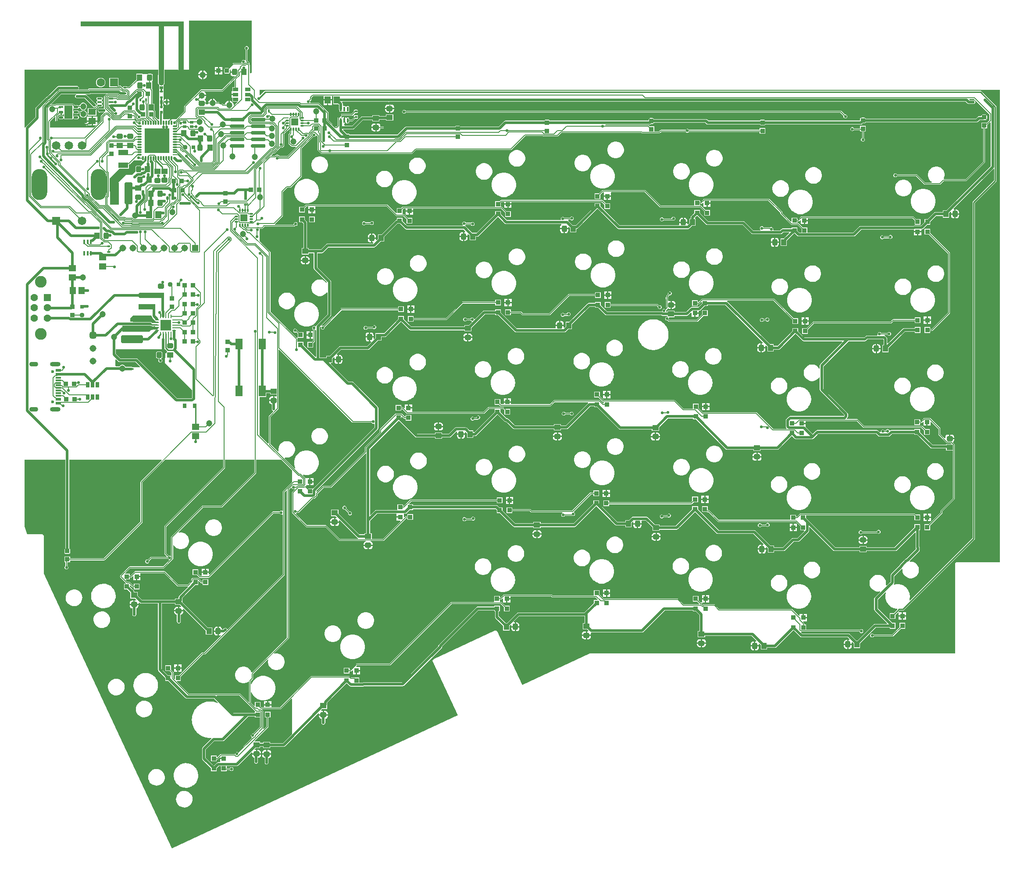
<source format=gtl>
G04*
G04 #@! TF.GenerationSoftware,Altium Limited,Altium Designer,24.10.1 (45)*
G04*
G04 Layer_Physical_Order=1*
G04 Layer_Color=255*
%FSLAX44Y44*%
%MOMM*%
G71*
G04*
G04 #@! TF.SameCoordinates,C5D54C42-AD36-42D0-BC00-7EC9B4A80EB1*
G04*
G04*
G04 #@! TF.FilePolarity,Positive*
G04*
G01*
G75*
%ADD10C,0.2540*%
%ADD14C,0.1524*%
%ADD24R,0.8000X0.9000*%
%ADD25R,0.9000X0.9000*%
%ADD26R,1.2000X1.0000*%
G04:AMPARAMS|DCode=27|XSize=1.2mm|YSize=1mm|CornerRadius=0.25mm|HoleSize=0mm|Usage=FLASHONLY|Rotation=180.000|XOffset=0mm|YOffset=0mm|HoleType=Round|Shape=RoundedRectangle|*
%AMROUNDEDRECTD27*
21,1,1.2000,0.5000,0,0,180.0*
21,1,0.7000,1.0000,0,0,180.0*
1,1,0.5000,-0.3500,0.2500*
1,1,0.5000,0.3500,0.2500*
1,1,0.5000,0.3500,-0.2500*
1,1,0.5000,-0.3500,-0.2500*
%
%ADD27ROUNDEDRECTD27*%
G04:AMPARAMS|DCode=28|XSize=0.26mm|YSize=0.86mm|CornerRadius=0.065mm|HoleSize=0mm|Usage=FLASHONLY|Rotation=180.000|XOffset=0mm|YOffset=0mm|HoleType=Round|Shape=RoundedRectangle|*
%AMROUNDEDRECTD28*
21,1,0.2600,0.7300,0,0,180.0*
21,1,0.1300,0.8600,0,0,180.0*
1,1,0.1300,-0.0650,0.3650*
1,1,0.1300,0.0650,0.3650*
1,1,0.1300,0.0650,-0.3650*
1,1,0.1300,-0.0650,-0.3650*
%
%ADD28ROUNDEDRECTD28*%
G04:AMPARAMS|DCode=29|XSize=0.26mm|YSize=0.86mm|CornerRadius=0.065mm|HoleSize=0mm|Usage=FLASHONLY|Rotation=270.000|XOffset=0mm|YOffset=0mm|HoleType=Round|Shape=RoundedRectangle|*
%AMROUNDEDRECTD29*
21,1,0.2600,0.7300,0,0,270.0*
21,1,0.1300,0.8600,0,0,270.0*
1,1,0.1300,-0.3650,-0.0650*
1,1,0.1300,-0.3650,0.0650*
1,1,0.1300,0.3650,0.0650*
1,1,0.1300,0.3650,-0.0650*
%
%ADD29ROUNDEDRECTD29*%
%ADD30R,0.8600X0.2600*%
%ADD31R,0.5892X0.4700*%
G04:AMPARAMS|DCode=32|XSize=0.5892mm|YSize=0.47mm|CornerRadius=0.1175mm|HoleSize=0mm|Usage=FLASHONLY|Rotation=180.000|XOffset=0mm|YOffset=0mm|HoleType=Round|Shape=RoundedRectangle|*
%AMROUNDEDRECTD32*
21,1,0.5892,0.2350,0,0,180.0*
21,1,0.3542,0.4700,0,0,180.0*
1,1,0.2350,-0.1771,0.1175*
1,1,0.2350,0.1771,0.1175*
1,1,0.2350,0.1771,-0.1175*
1,1,0.2350,-0.1771,-0.1175*
%
%ADD32ROUNDEDRECTD32*%
%ADD33R,0.5000X0.6400*%
G04:AMPARAMS|DCode=34|XSize=0.64mm|YSize=0.5mm|CornerRadius=0.125mm|HoleSize=0mm|Usage=FLASHONLY|Rotation=90.000|XOffset=0mm|YOffset=0mm|HoleType=Round|Shape=RoundedRectangle|*
%AMROUNDEDRECTD34*
21,1,0.6400,0.2500,0,0,90.0*
21,1,0.3900,0.5000,0,0,90.0*
1,1,0.2500,0.1250,0.1950*
1,1,0.2500,0.1250,-0.1950*
1,1,0.2500,-0.1250,-0.1950*
1,1,0.2500,-0.1250,0.1950*
%
%ADD34ROUNDEDRECTD34*%
%ADD35R,0.6400X0.4700*%
G04:AMPARAMS|DCode=36|XSize=1.016mm|YSize=0.3938mm|CornerRadius=0.0984mm|HoleSize=0mm|Usage=FLASHONLY|Rotation=180.000|XOffset=0mm|YOffset=0mm|HoleType=Round|Shape=RoundedRectangle|*
%AMROUNDEDRECTD36*
21,1,1.0160,0.1969,0,0,180.0*
21,1,0.8191,0.3938,0,0,180.0*
1,1,0.1969,-0.4096,0.0984*
1,1,0.1969,0.4096,0.0984*
1,1,0.1969,0.4096,-0.0984*
1,1,0.1969,-0.4096,-0.0984*
%
%ADD36ROUNDEDRECTD36*%
%ADD37R,0.9000X0.9000*%
G04:AMPARAMS|DCode=38|XSize=0.9mm|YSize=0.9mm|CornerRadius=0.225mm|HoleSize=0mm|Usage=FLASHONLY|Rotation=180.000|XOffset=0mm|YOffset=0mm|HoleType=Round|Shape=RoundedRectangle|*
%AMROUNDEDRECTD38*
21,1,0.9000,0.4500,0,0,180.0*
21,1,0.4500,0.9000,0,0,180.0*
1,1,0.4500,-0.2250,0.2250*
1,1,0.4500,0.2250,0.2250*
1,1,0.4500,0.2250,-0.2250*
1,1,0.4500,-0.2250,-0.2250*
%
%ADD38ROUNDEDRECTD38*%
G04:AMPARAMS|DCode=39|XSize=0.9mm|YSize=0.9mm|CornerRadius=0.225mm|HoleSize=0mm|Usage=FLASHONLY|Rotation=270.000|XOffset=0mm|YOffset=0mm|HoleType=Round|Shape=RoundedRectangle|*
%AMROUNDEDRECTD39*
21,1,0.9000,0.4500,0,0,270.0*
21,1,0.4500,0.9000,0,0,270.0*
1,1,0.4500,-0.2250,-0.2250*
1,1,0.4500,-0.2250,0.2250*
1,1,0.4500,0.2250,0.2250*
1,1,0.4500,0.2250,-0.2250*
%
%ADD39ROUNDEDRECTD39*%
G04:AMPARAMS|DCode=40|XSize=1.2mm|YSize=1mm|CornerRadius=0.25mm|HoleSize=0mm|Usage=FLASHONLY|Rotation=270.000|XOffset=0mm|YOffset=0mm|HoleType=Round|Shape=RoundedRectangle|*
%AMROUNDEDRECTD40*
21,1,1.2000,0.5000,0,0,270.0*
21,1,0.7000,1.0000,0,0,270.0*
1,1,0.5000,-0.2500,-0.3500*
1,1,0.5000,-0.2500,0.3500*
1,1,0.5000,0.2500,0.3500*
1,1,0.5000,0.2500,-0.3500*
%
%ADD40ROUNDEDRECTD40*%
%ADD41R,1.0000X1.2000*%
%ADD42R,1.4700X1.1600*%
%ADD43R,1.4000X2.1000*%
%ADD44R,1.1600X1.4700*%
G04:AMPARAMS|DCode=46|XSize=0.6mm|YSize=0.26mm|CornerRadius=0.0325mm|HoleSize=0mm|Usage=FLASHONLY|Rotation=0.000|XOffset=0mm|YOffset=0mm|HoleType=Round|Shape=RoundedRectangle|*
%AMROUNDEDRECTD46*
21,1,0.6000,0.1950,0,0,0.0*
21,1,0.5350,0.2600,0,0,0.0*
1,1,0.0650,0.2675,-0.0975*
1,1,0.0650,-0.2675,-0.0975*
1,1,0.0650,-0.2675,0.0975*
1,1,0.0650,0.2675,0.0975*
%
%ADD46ROUNDEDRECTD46*%
%ADD47R,0.6000X0.2600*%
G04:AMPARAMS|DCode=48|XSize=0.6mm|YSize=0.26mm|CornerRadius=0.0325mm|HoleSize=0mm|Usage=FLASHONLY|Rotation=90.000|XOffset=0mm|YOffset=0mm|HoleType=Round|Shape=RoundedRectangle|*
%AMROUNDEDRECTD48*
21,1,0.6000,0.1950,0,0,90.0*
21,1,0.5350,0.2600,0,0,90.0*
1,1,0.0650,0.0975,0.2675*
1,1,0.0650,0.0975,-0.2675*
1,1,0.0650,-0.0975,-0.2675*
1,1,0.0650,-0.0975,0.2675*
%
%ADD48ROUNDEDRECTD48*%
G04:AMPARAMS|DCode=49|XSize=0.4mm|YSize=0.9mm|CornerRadius=0.1mm|HoleSize=0mm|Usage=FLASHONLY|Rotation=0.000|XOffset=0mm|YOffset=0mm|HoleType=Round|Shape=RoundedRectangle|*
%AMROUNDEDRECTD49*
21,1,0.4000,0.7000,0,0,0.0*
21,1,0.2000,0.9000,0,0,0.0*
1,1,0.2000,0.1000,-0.3500*
1,1,0.2000,-0.1000,-0.3500*
1,1,0.2000,-0.1000,0.3500*
1,1,0.2000,0.1000,0.3500*
%
%ADD49ROUNDEDRECTD49*%
%ADD50R,0.4000X0.9000*%
%ADD51R,1.0000X0.7000*%
G04:AMPARAMS|DCode=52|XSize=2.794mm|YSize=0.6604mm|CornerRadius=0.1651mm|HoleSize=0mm|Usage=FLASHONLY|Rotation=0.000|XOffset=0mm|YOffset=0mm|HoleType=Round|Shape=RoundedRectangle|*
%AMROUNDEDRECTD52*
21,1,2.7940,0.3302,0,0,0.0*
21,1,2.4638,0.6604,0,0,0.0*
1,1,0.3302,1.2319,-0.1651*
1,1,0.3302,-1.2319,-0.1651*
1,1,0.3302,-1.2319,0.1651*
1,1,0.3302,1.2319,0.1651*
%
%ADD52ROUNDEDRECTD52*%
%ADD53R,0.9000X0.4000*%
G04:AMPARAMS|DCode=54|XSize=0.4mm|YSize=0.9mm|CornerRadius=0.1mm|HoleSize=0mm|Usage=FLASHONLY|Rotation=270.000|XOffset=0mm|YOffset=0mm|HoleType=Round|Shape=RoundedRectangle|*
%AMROUNDEDRECTD54*
21,1,0.4000,0.7000,0,0,270.0*
21,1,0.2000,0.9000,0,0,270.0*
1,1,0.2000,-0.3500,-0.1000*
1,1,0.2000,-0.3500,0.1000*
1,1,0.2000,0.3500,0.1000*
1,1,0.2000,0.3500,-0.1000*
%
%ADD54ROUNDEDRECTD54*%
G04:AMPARAMS|DCode=55|XSize=1.6mm|YSize=4.3mm|CornerRadius=0.4mm|HoleSize=0mm|Usage=FLASHONLY|Rotation=0.000|XOffset=0mm|YOffset=0mm|HoleType=Round|Shape=RoundedRectangle|*
%AMROUNDEDRECTD55*
21,1,1.6000,3.5000,0,0,0.0*
21,1,0.8000,4.3000,0,0,0.0*
1,1,0.8000,0.4000,-1.7500*
1,1,0.8000,-0.4000,-1.7500*
1,1,0.8000,-0.4000,1.7500*
1,1,0.8000,0.4000,1.7500*
%
%ADD55ROUNDEDRECTD55*%
%ADD56R,1.6000X4.3000*%
G04:AMPARAMS|DCode=57|XSize=1.6mm|YSize=4.3mm|CornerRadius=0.4mm|HoleSize=0mm|Usage=FLASHONLY|Rotation=90.000|XOffset=0mm|YOffset=0mm|HoleType=Round|Shape=RoundedRectangle|*
%AMROUNDEDRECTD57*
21,1,1.6000,3.5000,0,0,90.0*
21,1,0.8000,4.3000,0,0,90.0*
1,1,0.8000,1.7500,0.4000*
1,1,0.8000,1.7500,-0.4000*
1,1,0.8000,-1.7500,-0.4000*
1,1,0.8000,-1.7500,0.4000*
%
%ADD57ROUNDEDRECTD57*%
%ADD58R,4.3000X1.6000*%
G04:AMPARAMS|DCode=59|XSize=0.45mm|YSize=0.85mm|CornerRadius=0.1125mm|HoleSize=0mm|Usage=FLASHONLY|Rotation=90.000|XOffset=0mm|YOffset=0mm|HoleType=Round|Shape=RoundedRectangle|*
%AMROUNDEDRECTD59*
21,1,0.4500,0.6250,0,0,90.0*
21,1,0.2250,0.8500,0,0,90.0*
1,1,0.2250,0.3125,0.1125*
1,1,0.2250,0.3125,-0.1125*
1,1,0.2250,-0.3125,-0.1125*
1,1,0.2250,-0.3125,0.1125*
%
%ADD59ROUNDEDRECTD59*%
%ADD60R,0.8500X0.4500*%
%ADD61R,1.9000X1.1000*%
G04:AMPARAMS|DCode=62|XSize=1mm|YSize=3.2mm|CornerRadius=0.25mm|HoleSize=0mm|Usage=FLASHONLY|Rotation=90.000|XOffset=0mm|YOffset=0mm|HoleType=Round|Shape=RoundedRectangle|*
%AMROUNDEDRECTD62*
21,1,1.0000,2.7000,0,0,90.0*
21,1,0.5000,3.2000,0,0,90.0*
1,1,0.5000,1.3500,0.2500*
1,1,0.5000,1.3500,-0.2500*
1,1,0.5000,-1.3500,-0.2500*
1,1,0.5000,-1.3500,0.2500*
%
%ADD62ROUNDEDRECTD62*%
%ADD63R,3.2000X1.0000*%
%ADD64R,0.6000X0.4000*%
G04:AMPARAMS|DCode=65|XSize=0.6mm|YSize=0.4mm|CornerRadius=0.1mm|HoleSize=0mm|Usage=FLASHONLY|Rotation=180.000|XOffset=0mm|YOffset=0mm|HoleType=Round|Shape=RoundedRectangle|*
%AMROUNDEDRECTD65*
21,1,0.6000,0.2000,0,0,180.0*
21,1,0.4000,0.4000,0,0,180.0*
1,1,0.2000,-0.2000,0.1000*
1,1,0.2000,0.2000,0.1000*
1,1,0.2000,0.2000,-0.1000*
1,1,0.2000,-0.2000,-0.1000*
%
%ADD65ROUNDEDRECTD65*%
%ADD66R,0.4000X0.6000*%
G04:AMPARAMS|DCode=67|XSize=0.6mm|YSize=0.4mm|CornerRadius=0.1mm|HoleSize=0mm|Usage=FLASHONLY|Rotation=90.000|XOffset=0mm|YOffset=0mm|HoleType=Round|Shape=RoundedRectangle|*
%AMROUNDEDRECTD67*
21,1,0.6000,0.2000,0,0,90.0*
21,1,0.4000,0.4000,0,0,90.0*
1,1,0.2000,0.1000,0.2000*
1,1,0.2000,0.1000,-0.2000*
1,1,0.2000,-0.1000,-0.2000*
1,1,0.2000,-0.1000,0.2000*
%
%ADD67ROUNDEDRECTD67*%
%ADD68R,0.6858X0.5842*%
G04:AMPARAMS|DCode=69|XSize=0.64mm|YSize=0.47mm|CornerRadius=0.1175mm|HoleSize=0mm|Usage=FLASHONLY|Rotation=270.000|XOffset=0mm|YOffset=0mm|HoleType=Round|Shape=RoundedRectangle|*
%AMROUNDEDRECTD69*
21,1,0.6400,0.2350,0,0,270.0*
21,1,0.4050,0.4700,0,0,270.0*
1,1,0.2350,-0.1175,-0.2025*
1,1,0.2350,-0.1175,0.2025*
1,1,0.2350,0.1175,0.2025*
1,1,0.2350,0.1175,-0.2025*
%
%ADD69ROUNDEDRECTD69*%
%ADD70R,0.4700X0.6400*%
G04:AMPARAMS|DCode=71|XSize=0.24mm|YSize=0.6mm|CornerRadius=0.0324mm|HoleSize=0mm|Usage=FLASHONLY|Rotation=90.000|XOffset=0mm|YOffset=0mm|HoleType=Round|Shape=RoundedRectangle|*
%AMROUNDEDRECTD71*
21,1,0.2400,0.5352,0,0,90.0*
21,1,0.1752,0.6000,0,0,90.0*
1,1,0.0648,0.2676,0.0876*
1,1,0.0648,0.2676,-0.0876*
1,1,0.0648,-0.2676,-0.0876*
1,1,0.0648,-0.2676,0.0876*
%
%ADD71ROUNDEDRECTD71*%
G04:AMPARAMS|DCode=72|XSize=0.6mm|YSize=0.24mm|CornerRadius=0.06mm|HoleSize=0mm|Usage=FLASHONLY|Rotation=90.000|XOffset=0mm|YOffset=0mm|HoleType=Round|Shape=RoundedRectangle|*
%AMROUNDEDRECTD72*
21,1,0.6000,0.1200,0,0,90.0*
21,1,0.4800,0.2400,0,0,90.0*
1,1,0.1200,0.0600,0.2400*
1,1,0.1200,0.0600,-0.2400*
1,1,0.1200,-0.0600,-0.2400*
1,1,0.1200,-0.0600,0.2400*
%
%ADD72ROUNDEDRECTD72*%
G04:AMPARAMS|DCode=73|XSize=0.6mm|YSize=0.24mm|CornerRadius=0.0324mm|HoleSize=0mm|Usage=FLASHONLY|Rotation=90.000|XOffset=0mm|YOffset=0mm|HoleType=Round|Shape=RoundedRectangle|*
%AMROUNDEDRECTD73*
21,1,0.6000,0.1752,0,0,90.0*
21,1,0.5352,0.2400,0,0,90.0*
1,1,0.0648,0.0876,0.2676*
1,1,0.0648,0.0876,-0.2676*
1,1,0.0648,-0.0876,-0.2676*
1,1,0.0648,-0.0876,0.2676*
%
%ADD73ROUNDEDRECTD73*%
G04:AMPARAMS|DCode=74|XSize=0.8mm|YSize=0.8mm|CornerRadius=0.2mm|HoleSize=0mm|Usage=FLASHONLY|Rotation=270.000|XOffset=0mm|YOffset=0mm|HoleType=Round|Shape=RoundedRectangle|*
%AMROUNDEDRECTD74*
21,1,0.8000,0.4000,0,0,270.0*
21,1,0.4000,0.8000,0,0,270.0*
1,1,0.4000,-0.2000,-0.2000*
1,1,0.4000,-0.2000,0.2000*
1,1,0.4000,0.2000,0.2000*
1,1,0.4000,0.2000,-0.2000*
%
%ADD74ROUNDEDRECTD74*%
%ADD75R,0.8000X0.8000*%
G04:AMPARAMS|DCode=76|XSize=0.8mm|YSize=0.8mm|CornerRadius=0.2mm|HoleSize=0mm|Usage=FLASHONLY|Rotation=0.000|XOffset=0mm|YOffset=0mm|HoleType=Round|Shape=RoundedRectangle|*
%AMROUNDEDRECTD76*
21,1,0.8000,0.4000,0,0,0.0*
21,1,0.4000,0.8000,0,0,0.0*
1,1,0.4000,0.2000,-0.2000*
1,1,0.4000,-0.2000,-0.2000*
1,1,0.4000,-0.2000,0.2000*
1,1,0.4000,0.2000,0.2000*
%
%ADD76ROUNDEDRECTD76*%
%ADD77R,0.8000X0.8000*%
%ADD78R,1.1400X0.6000*%
%ADD79R,1.1400X0.3000*%
%ADD80R,0.7000X1.0000*%
%ADD156C,0.1524*%
%ADD157R,4.7000X4.7000*%
%ADD158R,1.0160X2.5400*%
%ADD159C,1.2000*%
%ADD160R,1.4500X1.4500*%
%ADD161R,1.6000X2.5000*%
%ADD162R,2.0500X2.0500*%
%ADD163C,0.5080*%
%ADD164C,0.9906*%
%ADD165C,0.3555*%
%ADD166C,1.0160*%
%ADD167C,0.3863*%
%ADD168C,0.5000*%
%ADD169R,1.3080X1.3080*%
%ADD170C,1.3080*%
%ADD171C,4.5720*%
%ADD172R,1.6500X1.6500*%
%ADD173C,1.6500*%
%ADD174O,3.0000X6.0000*%
%ADD175C,1.6000*%
%ADD176R,1.6000X1.6000*%
%ADD177C,0.3000*%
G04:AMPARAMS|DCode=178|XSize=1.308mm|YSize=1.308mm|CornerRadius=0.327mm|HoleSize=0mm|Usage=FLASHONLY|Rotation=90.000|XOffset=0mm|YOffset=0mm|HoleType=Round|Shape=RoundedRectangle|*
%AMROUNDEDRECTD178*
21,1,1.3080,0.6540,0,0,90.0*
21,1,0.6540,1.3080,0,0,90.0*
1,1,0.6540,0.3270,0.3270*
1,1,0.6540,0.3270,-0.3270*
1,1,0.6540,-0.3270,-0.3270*
1,1,0.6540,-0.3270,0.3270*
%
%ADD178ROUNDEDRECTD178*%
%ADD179O,1.7000X0.9000*%
%ADD180O,2.0000X0.9000*%
%ADD181C,0.6000*%
%ADD182R,1.4380X1.4380*%
%ADD183C,1.4380*%
%ADD184C,2.2650*%
%ADD185C,0.5334*%
G36*
X310896Y901192D02*
X300736D01*
Y984250D01*
X273050D01*
Y901192D01*
X262890D01*
Y984250D01*
X112268D01*
Y994156D01*
X310896D01*
Y901192D01*
D02*
G37*
G36*
X442906Y995610D02*
Y895447D01*
X441819Y894379D01*
X438780Y894436D01*
Y910057D01*
X438642Y910750D01*
X438144Y912207D01*
X438537Y912796D01*
X438675Y913489D01*
X438537Y914183D01*
X438144Y914771D01*
X434375Y918540D01*
Y939247D01*
X434648Y939360D01*
X435684Y940396D01*
X436245Y941750D01*
Y943215D01*
X435684Y944568D01*
X434648Y945604D01*
X433295Y946165D01*
X431829D01*
X430476Y945604D01*
X429440Y944568D01*
X428879Y943215D01*
Y941750D01*
X429440Y940396D01*
X430476Y939360D01*
X430749Y939247D01*
Y919259D01*
X429225Y918627D01*
X428806Y919046D01*
X427453Y919607D01*
X425987D01*
X424634Y919046D01*
X423598Y918010D01*
X423037Y916657D01*
Y915191D01*
X423193Y914816D01*
X422174Y913292D01*
X407161D01*
X406467Y913154D01*
X405879Y912761D01*
X397477Y904359D01*
X396838Y904486D01*
X392338D01*
X391064Y904232D01*
X389983Y903511D01*
X389262Y902430D01*
X389015Y901192D01*
X389008Y901156D01*
Y896656D01*
X389262Y895382D01*
X389983Y894301D01*
X391064Y893579D01*
X392338Y893326D01*
X396838D01*
X398112Y893579D01*
X399193Y894301D01*
X399915Y895382D01*
X400168Y896656D01*
Y901156D01*
X400161Y901192D01*
X401995D01*
X401755Y899986D01*
Y897756D01*
X409394D01*
Y895216D01*
X401755D01*
Y892986D01*
X402146Y891020D01*
X403260Y889352D01*
X404927Y888239D01*
X406894Y887847D01*
X410084D01*
X384652Y862416D01*
X344794D01*
X343433Y861852D01*
X312710Y831130D01*
X312146Y829769D01*
Y820328D01*
X296811Y804993D01*
X287684D01*
X287765Y805074D01*
X288329Y806435D01*
X287765Y807796D01*
X286404Y808360D01*
X285044Y807796D01*
X284315Y807067D01*
X283751Y805706D01*
Y805345D01*
X283417Y805011D01*
X283186Y805057D01*
X281886D01*
X281566Y804993D01*
X278506D01*
X278186Y805057D01*
X276886D01*
X276566Y804993D01*
X273506D01*
X273186Y805057D01*
X271886D01*
X271773Y805034D01*
X271830Y815610D01*
X271932D01*
Y822342D01*
X271866D01*
X271892Y827270D01*
X272113Y827801D01*
Y830151D01*
X271910Y830639D01*
X271986Y844670D01*
D01*
Y844671D01*
X272055Y857451D01*
X272152Y857686D01*
Y859686D01*
X272068Y859889D01*
X272081Y862346D01*
X272186D01*
Y869078D01*
X272117D01*
X272128Y871159D01*
X272365Y871317D01*
X273712Y873334D01*
X273767Y873607D01*
X274231Y874727D01*
Y876696D01*
X274185Y876806D01*
Y890270D01*
X274066Y890870D01*
Y900990D01*
X274150Y901192D01*
X299636D01*
X299958Y900414D01*
X300736Y900092D01*
X310896D01*
X311674Y900414D01*
X311996Y901192D01*
X321056D01*
Y995610D01*
X442906Y995610D01*
D02*
G37*
G36*
X158047Y850315D02*
X157484Y848955D01*
Y826559D01*
X157816Y825755D01*
X156876D01*
X156427Y825570D01*
X149969D01*
X149831Y825627D01*
X148365D01*
X147012Y825066D01*
X145976Y824030D01*
X145415Y822677D01*
Y821211D01*
X145976Y819858D01*
X147012Y818822D01*
X148365Y818261D01*
X149831D01*
X149969Y818318D01*
X157411D01*
X157411Y818318D01*
X157769Y818390D01*
X157836D01*
X151430Y811984D01*
X150866Y810623D01*
Y802235D01*
X144256Y795625D01*
Y800280D01*
X135636D01*
Y793210D01*
X141841D01*
X137809Y789178D01*
X52852D01*
Y799964D01*
X63608Y810720D01*
Y799338D01*
X64171Y797977D01*
X65532Y797413D01*
X66893Y797977D01*
X67456Y799338D01*
Y810977D01*
X70428Y813949D01*
X71275Y813780D01*
X73130D01*
Y818642D01*
X75670D01*
Y813780D01*
X77525D01*
X78955Y814065D01*
X79884Y814685D01*
Y805126D01*
X97916D01*
Y829601D01*
X97958Y829559D01*
Y827517D01*
X98636Y825878D01*
X100275Y825200D01*
X106525D01*
X108164Y825878D01*
X108807Y827433D01*
X110593D01*
X111146Y826098D01*
X113120Y824124D01*
X115698Y823056D01*
X118490D01*
X121068Y824124D01*
X123042Y826098D01*
X124110Y828677D01*
Y831468D01*
X123042Y834046D01*
X121068Y836020D01*
X118490Y837088D01*
X115698D01*
X113120Y836020D01*
X111146Y834046D01*
X110078Y831468D01*
Y831282D01*
X108215D01*
X108164Y831406D01*
X106525Y832084D01*
X100876D01*
X100300Y832660D01*
X100075Y833203D01*
X98997Y834281D01*
X97636Y834845D01*
X80163D01*
X80141Y834835D01*
X80119Y834844D01*
X69369Y834594D01*
X69354Y834587D01*
X69339Y834593D01*
X58893Y834186D01*
X55511D01*
X74578Y853254D01*
X128950D01*
X128950Y853254D01*
X130338Y853530D01*
X131416Y854250D01*
X161982D01*
X158047Y850315D01*
D02*
G37*
G36*
X600154Y834152D02*
X609880D01*
X610230Y834082D01*
X611158Y833009D01*
Y824816D01*
X611434Y823428D01*
X611729Y822988D01*
Y821316D01*
X611885Y820529D01*
X612331Y819863D01*
X612997Y819417D01*
X613784Y819260D01*
X615784D01*
X616571Y819417D01*
X617168Y819816D01*
X617247Y819863D01*
X618821D01*
X618900Y819816D01*
X619497Y819417D01*
X620284Y819260D01*
X622284D01*
X623071Y819417D01*
X623601Y819771D01*
X623678Y819817D01*
X624534Y819844D01*
X625390Y819817D01*
X625467Y819771D01*
X625997Y819417D01*
X626784Y819260D01*
X628784D01*
X629571Y819417D01*
X630237Y819863D01*
X630683Y820529D01*
X630840Y821316D01*
Y828316D01*
X630683Y829103D01*
X630237Y829770D01*
X629571Y830215D01*
X628784Y830371D01*
X626784D01*
X625997Y830215D01*
X625467Y829861D01*
X625390Y829815D01*
X624534Y829788D01*
X623678Y829815D01*
X623601Y829861D01*
X623071Y830215D01*
X622284Y830371D01*
X620284D01*
X619934Y830302D01*
X618727Y830998D01*
X618410Y831321D01*
Y834704D01*
X618410Y834704D01*
X618134Y836092D01*
X617348Y837268D01*
X617348Y837268D01*
X617131Y837484D01*
X617714Y838892D01*
X707112D01*
X707510Y838217D01*
X707747Y837368D01*
X707493Y836989D01*
X707355Y836295D01*
Y833507D01*
X705160D01*
X703194Y833116D01*
X701526Y832002D01*
X700412Y830334D01*
X700021Y828368D01*
Y827138D01*
X708660D01*
X717299D01*
Y828368D01*
X716908Y830334D01*
X715794Y832002D01*
X714127Y833116D01*
X712160Y833507D01*
X710981D01*
Y836295D01*
X710843Y836989D01*
X710589Y837368D01*
X710826Y838217D01*
X711224Y838892D01*
X1821329D01*
X1824463Y835758D01*
X1824463Y835758D01*
X1825640Y834972D01*
X1827027Y834696D01*
X1827027Y834696D01*
X1834670D01*
X1834925Y834590D01*
X1836391D01*
X1837744Y835151D01*
X1838780Y836187D01*
X1839341Y837541D01*
Y839006D01*
X1838780Y840359D01*
X1837744Y841396D01*
X1836391Y841956D01*
X1834925D01*
X1834904Y841947D01*
X1828529D01*
X1827485Y842991D01*
X1828116Y844515D01*
X1837341D01*
X1867047Y814809D01*
Y803319D01*
X1863161Y799432D01*
X1862002Y798632D01*
Y798632D01*
X1862002Y798632D01*
X1850970D01*
Y787600D01*
X1854673D01*
Y723147D01*
X1820833Y689307D01*
X1779597D01*
X1778735Y690831D01*
X1779664Y693073D01*
X1780279Y696167D01*
Y699322D01*
X1779664Y702416D01*
X1778457Y705331D01*
X1776704Y707954D01*
X1774473Y710185D01*
X1771850Y711937D01*
X1768935Y713145D01*
X1765841Y713760D01*
X1762686D01*
X1759592Y713145D01*
X1756677Y711937D01*
X1754054Y710185D01*
X1751823Y707954D01*
X1750070Y705331D01*
X1748863Y702416D01*
X1748247Y699322D01*
Y696167D01*
X1748863Y693073D01*
X1750070Y690158D01*
X1751823Y687535D01*
X1754054Y685304D01*
X1755551Y684303D01*
X1755089Y682779D01*
X1742722D01*
X1727498Y698004D01*
X1726909Y698397D01*
X1726216Y698535D01*
X1688272D01*
X1688158Y698808D01*
X1687122Y699844D01*
X1685769Y700405D01*
X1684303D01*
X1682950Y699844D01*
X1681914Y698808D01*
X1681353Y697455D01*
Y695989D01*
X1681914Y694636D01*
X1682950Y693600D01*
X1684303Y693039D01*
X1685769D01*
X1687122Y693600D01*
X1688158Y694636D01*
X1688272Y694909D01*
X1725465D01*
X1740689Y679684D01*
X1741277Y679292D01*
X1741971Y679154D01*
X1771213D01*
X1771907Y679292D01*
X1772495Y679684D01*
X1778492Y685681D01*
X1821584D01*
X1822278Y685819D01*
X1822866Y686212D01*
X1857768Y721114D01*
X1858161Y721702D01*
X1858299Y722396D01*
Y787600D01*
X1862002D01*
Y794274D01*
X1862379D01*
X1863073Y794412D01*
X1863661Y794805D01*
X1868144Y799289D01*
X1869552Y798705D01*
Y714760D01*
X1783855Y629062D01*
X1776950D01*
Y625672D01*
X1762252D01*
X1762252Y625672D01*
X1760865Y625396D01*
X1759688Y624610D01*
X1759688Y624610D01*
X1747502Y612424D01*
X1741598D01*
Y606520D01*
X1734668Y599590D01*
X1722141D01*
X1722141Y599590D01*
X1720753Y599314D01*
X1719906Y598748D01*
X1617672D01*
X1616284Y598472D01*
X1615108Y597686D01*
X1615108Y597686D01*
X1603440Y586018D01*
X1514886D01*
Y595964D01*
X1506418D01*
X1497930Y604452D01*
X1497342Y604845D01*
X1496648Y604983D01*
X1495886D01*
Y607635D01*
X1497856D01*
X1498549Y607773D01*
X1499137Y608166D01*
X1500922Y609951D01*
X1502330Y609368D01*
Y602408D01*
X1508100D01*
Y609448D01*
X1509370D01*
Y610718D01*
X1516410D01*
Y613913D01*
X1718545D01*
X1722598Y609860D01*
Y601392D01*
X1733630D01*
Y612424D01*
X1725162D01*
X1720578Y617008D01*
X1719990Y617401D01*
X1719296Y617539D01*
X1504133D01*
X1503440Y617401D01*
X1502852Y617008D01*
X1502332Y616488D01*
X1502330D01*
Y616486D01*
X1497410Y611566D01*
X1495886Y611998D01*
Y614964D01*
X1484854D01*
Y608004D01*
X1483446Y607421D01*
X1466758Y624109D01*
Y625411D01*
X1466620Y626105D01*
X1466227Y626693D01*
X1442130Y650790D01*
X1441542Y651183D01*
X1440848Y651321D01*
X1316174D01*
X1315480Y651183D01*
X1314892Y650790D01*
X1314372Y650270D01*
X1314370D01*
Y650268D01*
X1309450Y645348D01*
X1307926Y645780D01*
Y648746D01*
X1296894D01*
Y638765D01*
X1232033D01*
X1203401Y667397D01*
X1202813Y667790D01*
X1202119Y667928D01*
X1119809D01*
X1119115Y667790D01*
X1118527Y667397D01*
X1113084Y661954D01*
X1104616D01*
Y650922D01*
X1115648D01*
Y659390D01*
X1120560Y664302D01*
X1120909D01*
X1122092Y663478D01*
X1122092Y662778D01*
Y657708D01*
X1129132D01*
X1136172D01*
Y662778D01*
X1136172Y663478D01*
X1137355Y664302D01*
X1201368D01*
X1230000Y635670D01*
X1230588Y635277D01*
X1231282Y635139D01*
X1307937D01*
X1315894Y627182D01*
Y618714D01*
X1326926D01*
Y629746D01*
X1318458D01*
X1309970Y638234D01*
X1309382Y638627D01*
X1308688Y638765D01*
X1307926D01*
Y641417D01*
X1309895D01*
X1310589Y641555D01*
X1311177Y641948D01*
X1312962Y643733D01*
X1314370Y643150D01*
Y636190D01*
X1320140D01*
Y643230D01*
X1321410D01*
Y644500D01*
X1328450D01*
Y647695D01*
X1440097D01*
X1463132Y624660D01*
Y623358D01*
X1463270Y622665D01*
X1463663Y622077D01*
X1483852Y601888D01*
X1484440Y601495D01*
X1485134Y601357D01*
X1495897D01*
X1503854Y593400D01*
Y586018D01*
X1499928D01*
X1495886Y590060D01*
Y595964D01*
X1484854D01*
Y594074D01*
X1467591D01*
X1467591Y594074D01*
X1466203Y593798D01*
X1465027Y593012D01*
X1465027Y593012D01*
X1462254Y590239D01*
X1450074D01*
X1449056Y591763D01*
X1449197Y592103D01*
Y593569D01*
X1448636Y594922D01*
X1447600Y595958D01*
X1446247Y596519D01*
X1444781D01*
X1443700Y596071D01*
X1443448Y596240D01*
X1442754Y596378D01*
X1430502D01*
X1430389Y596651D01*
X1429353Y597687D01*
X1427999Y598248D01*
X1426534D01*
X1425180Y597687D01*
X1424144Y596651D01*
X1423584Y595298D01*
Y593833D01*
X1424144Y592479D01*
X1424860Y591763D01*
X1424420Y590280D01*
X1424393Y590239D01*
X1411264D01*
X1394498Y607005D01*
X1393322Y607791D01*
X1391934Y608067D01*
X1391934Y608067D01*
X1323700D01*
X1307926Y623842D01*
Y629746D01*
X1296894D01*
Y623842D01*
X1291226Y618174D01*
X1290441Y616998D01*
X1290164Y615610D01*
X1290164Y615610D01*
Y613060D01*
X1287212D01*
Y604156D01*
X1284752Y601695D01*
X1283347Y602446D01*
X1283367Y602544D01*
Y604774D01*
X1275728D01*
X1268089D01*
Y602544D01*
X1268270Y601638D01*
X1267097Y600114D01*
X1152584D01*
X1115648Y637049D01*
Y642954D01*
X1104616D01*
Y637049D01*
X1068195Y600629D01*
X1065758D01*
X1065758Y600629D01*
X1065407Y600559D01*
X1062409D01*
X1053964Y609004D01*
X1053482Y609326D01*
X1053944Y610850D01*
X1057801D01*
X1058364Y610288D01*
X1059717Y609727D01*
X1061183D01*
X1062536Y610288D01*
X1063572Y611324D01*
X1064133Y612677D01*
Y614143D01*
X1063572Y615496D01*
X1062536Y616532D01*
X1061183Y617093D01*
X1059717D01*
X1058364Y616532D01*
X1057328Y615496D01*
X1056905Y614476D01*
X1046211D01*
X1046098Y614749D01*
X1045062Y615785D01*
X1043708Y616346D01*
X1042243D01*
X1040889Y615785D01*
X1039853Y614749D01*
X1039292Y613396D01*
Y611931D01*
X1039433Y611590D01*
X1038415Y610066D01*
X935114D01*
X923624Y621555D01*
Y627460D01*
X912592D01*
Y621555D01*
X876603Y585567D01*
X871464D01*
X871464Y585567D01*
X871113Y585497D01*
X868115D01*
X855419Y598194D01*
X854477Y598823D01*
X854376Y599760D01*
X854500Y600482D01*
X854689Y600560D01*
X855528Y601400D01*
X865758D01*
X866066Y600656D01*
X867102Y599620D01*
X868455Y599059D01*
X869921D01*
X871274Y599620D01*
X872310Y600656D01*
X872871Y602009D01*
Y603475D01*
X872310Y604828D01*
X871274Y605864D01*
X869921Y606425D01*
X868455D01*
X867102Y605864D01*
X866263Y605025D01*
X856033D01*
X855725Y605769D01*
X854689Y606805D01*
X853335Y607366D01*
X851870D01*
X850517Y606805D01*
X849481Y605769D01*
X848920Y604415D01*
Y602950D01*
X849481Y601596D01*
X850297Y600780D01*
X850087Y599743D01*
X849830Y599256D01*
X742978D01*
X733632Y608601D01*
Y614506D01*
X722600D01*
Y612116D01*
X722476Y610656D01*
X721088Y610380D01*
X719912Y609594D01*
X719912Y609594D01*
X692898Y582580D01*
X685994D01*
Y573675D01*
X683534Y571215D01*
X682129Y571966D01*
X682149Y572064D01*
Y574294D01*
X675780D01*
Y566925D01*
X676737D01*
X677214Y566104D01*
X677378Y565445D01*
X676745Y564633D01*
X589036D01*
X589036Y564633D01*
X587649Y564357D01*
X586473Y563571D01*
X586473Y563571D01*
X576437Y553536D01*
X552862D01*
Y555926D01*
X549472D01*
Y605332D01*
X549472Y605332D01*
X549196Y606720D01*
X548410Y607896D01*
X548410Y607896D01*
X545164Y611142D01*
Y617046D01*
X534132D01*
Y606014D01*
X540037D01*
X542220Y603830D01*
Y555926D01*
X538830D01*
Y543894D01*
X552862D01*
Y546284D01*
X562286D01*
Y517309D01*
X562286Y517309D01*
X562562Y515921D01*
X563348Y514745D01*
X587995Y490098D01*
X587941Y489884D01*
X586299Y489599D01*
X586226Y489708D01*
X583996Y491938D01*
X581372Y493691D01*
X578458Y494898D01*
X575363Y495514D01*
X572209D01*
X569114Y494898D01*
X566200Y493691D01*
X563576Y491938D01*
X561346Y489708D01*
X559593Y487084D01*
X558386Y484170D01*
X557770Y481075D01*
Y477921D01*
X558386Y474826D01*
X559593Y471912D01*
X561346Y469288D01*
X563576Y467058D01*
X566200Y465305D01*
X569114Y464098D01*
X572209Y463482D01*
X575363D01*
X578458Y464098D01*
X581372Y465305D01*
X583996Y467058D01*
X586226Y469288D01*
X587192Y470734D01*
X588716Y470272D01*
Y428558D01*
X567666Y407508D01*
X566880Y406332D01*
X566731Y405579D01*
X565245Y405028D01*
X565118Y405036D01*
X564950Y405204D01*
X563597Y405765D01*
X562131D01*
X560778Y405204D01*
X559742Y404168D01*
X559181Y402815D01*
Y401349D01*
X559742Y399996D01*
X560778Y398960D01*
X561051Y398846D01*
Y395254D01*
X556870D01*
Y388214D01*
Y381174D01*
X561051D01*
Y377229D01*
X558552Y374730D01*
X550084D01*
Y363698D01*
X561116D01*
Y372166D01*
X564146Y375196D01*
X564539Y375784D01*
X564677Y376478D01*
Y397607D01*
X565080Y397877D01*
X566604Y397062D01*
Y346492D01*
X565080Y345861D01*
X542116Y368825D01*
Y374730D01*
X531084D01*
X530647Y376073D01*
Y380873D01*
X530543Y381398D01*
X531069Y382154D01*
X531586Y382698D01*
X532429Y382698D01*
X542116D01*
Y393730D01*
X533648D01*
X530077Y397301D01*
X529971Y397372D01*
Y397481D01*
X529410Y398834D01*
X528374Y399870D01*
X527021Y400431D01*
X525555D01*
X524202Y399870D01*
X523166Y398834D01*
X522605Y397481D01*
Y396015D01*
X523166Y394662D01*
X524202Y393626D01*
X525555Y393065D01*
X527021D01*
X528374Y393626D01*
X528499Y393751D01*
X531084Y391166D01*
X531084Y384016D01*
X531084Y383591D01*
X531074Y383338D01*
X529560Y382711D01*
X478537Y433735D01*
Y548230D01*
X478399Y548924D01*
X478006Y549512D01*
X457467Y570051D01*
Y593739D01*
X462823D01*
X463517Y593877D01*
X464105Y594270D01*
X467368Y597533D01*
X523695D01*
X524389Y597671D01*
X524977Y598064D01*
X526148Y599235D01*
X526571Y599059D01*
X528037D01*
X529390Y599620D01*
X530426Y600656D01*
X530987Y602009D01*
Y603475D01*
X530426Y604828D01*
X529390Y605864D01*
X528037Y606425D01*
X526571D01*
X525218Y605864D01*
X524182Y604828D01*
X523621Y603475D01*
Y602009D01*
X522408Y601159D01*
X487597D01*
X487441Y601367D01*
X487033Y602683D01*
X501916Y617566D01*
X502309Y618154D01*
X502447Y618848D01*
Y664729D01*
X510715Y672997D01*
X517236D01*
X517929Y673135D01*
X518517Y673528D01*
X538935Y693946D01*
X539328Y694534D01*
X539466Y695228D01*
Y749119D01*
X561832Y771485D01*
X562105Y771372D01*
X563571D01*
X564924Y771933D01*
X565960Y772969D01*
X566116Y773344D01*
X567914Y773702D01*
X569541Y772075D01*
Y745919D01*
X569679Y745226D01*
X570072Y744638D01*
X575962Y738747D01*
X576550Y738354D01*
X577244Y738216D01*
X751523D01*
X752217Y738354D01*
X752805Y738747D01*
X759640Y745582D01*
X942911D01*
X943605Y745720D01*
X944193Y746113D01*
X970900Y772820D01*
X1004656D01*
X1004874Y772602D01*
X1005462Y772209D01*
X1006155Y772071D01*
X1033028D01*
X1033722Y772209D01*
X1034310Y772602D01*
X1040310Y778602D01*
X1194890D01*
X1195302Y778190D01*
X1195890Y777797D01*
X1196584Y777659D01*
X1229116D01*
X1229810Y777797D01*
X1230398Y778190D01*
X1233097Y780889D01*
X1280279D01*
X1280340Y780742D01*
X1281376Y779706D01*
X1282729Y779145D01*
X1284195D01*
X1285548Y779706D01*
X1286584Y780742D01*
X1286645Y780889D01*
X1423234D01*
Y777186D01*
X1434266D01*
Y788218D01*
X1423234D01*
Y784515D01*
X1286750D01*
X1286584Y784914D01*
X1285548Y785950D01*
X1284195Y786511D01*
X1282729D01*
X1281376Y785950D01*
X1280340Y784914D01*
X1280174Y784515D01*
X1232346D01*
X1231652Y784377D01*
X1231064Y783984D01*
X1228365Y781285D01*
X1219636D01*
Y791266D01*
X1211168D01*
X1209434Y793000D01*
X1208846Y793393D01*
X1208152Y793531D01*
X1124947D01*
X1124919Y793552D01*
X1125002Y794146D01*
X1125743Y795076D01*
X1211072D01*
X1211072Y795076D01*
X1212459Y795352D01*
X1213636Y796138D01*
X1213668Y796170D01*
X1216370D01*
X1217644Y796423D01*
X1218725Y797145D01*
X1219379Y798124D01*
X1318409D01*
X1320395Y796138D01*
X1320395Y796138D01*
X1321572Y795352D01*
X1322959Y795076D01*
X1322959Y795076D01*
X1423491D01*
X1424145Y794097D01*
X1425226Y793375D01*
X1426500Y793122D01*
X1431000D01*
X1432274Y793375D01*
X1433355Y794097D01*
X1434009Y795076D01*
X1618488D01*
X1618488Y795076D01*
X1619875Y795352D01*
X1621052Y796138D01*
X1622099Y797186D01*
X1624802D01*
X1626076Y797439D01*
X1627157Y798161D01*
X1627811Y799140D01*
X1841826D01*
X1841826Y799140D01*
X1843213Y799416D01*
X1844390Y800202D01*
X1847718Y803530D01*
X1854526D01*
X1854526Y803530D01*
X1854555Y803536D01*
X1858736D01*
X1860010Y803790D01*
X1861091Y804511D01*
X1861812Y805592D01*
X1862066Y806866D01*
Y811366D01*
X1861812Y812640D01*
X1861091Y813721D01*
X1860010Y814443D01*
X1858736Y814696D01*
X1854236D01*
X1852962Y814443D01*
X1851881Y813721D01*
X1851160Y812640D01*
X1850906Y811366D01*
Y810782D01*
X1846216D01*
X1846216Y810782D01*
X1844828Y810506D01*
X1843652Y809720D01*
X1843652Y809720D01*
X1840324Y806392D01*
X1627811D01*
X1627157Y807371D01*
X1626076Y808092D01*
X1624802Y808346D01*
X1620302D01*
X1619028Y808092D01*
X1617947Y807371D01*
X1617225Y806290D01*
X1616972Y805016D01*
Y802328D01*
X1434009D01*
X1433355Y803307D01*
X1432274Y804028D01*
X1431000Y804282D01*
X1426500D01*
X1425226Y804028D01*
X1424145Y803307D01*
X1423491Y802328D01*
X1324461D01*
X1322475Y804314D01*
X1321299Y805100D01*
X1319911Y805376D01*
X1319911Y805376D01*
X1219379D01*
X1218725Y806355D01*
X1217644Y807076D01*
X1216370Y807330D01*
X1211870D01*
X1210596Y807076D01*
X1209515Y806355D01*
X1208793Y805274D01*
X1208540Y804000D01*
Y802328D01*
X1017703D01*
X1017049Y803307D01*
X1015968Y804028D01*
X1014694Y804282D01*
X1010194D01*
X1008920Y804028D01*
X1007839Y803307D01*
X1007185Y802328D01*
X932053D01*
X932053Y802328D01*
X930666Y802052D01*
X929489Y801266D01*
X929489Y801266D01*
X919121Y790898D01*
X845491D01*
X844837Y791877D01*
X843756Y792598D01*
X842482Y792852D01*
X837982D01*
X836708Y792598D01*
X835627Y791877D01*
X834973Y790898D01*
X741172D01*
X739784Y790622D01*
X738608Y789836D01*
X738608Y789836D01*
X723922Y775150D01*
X631623D01*
X630969Y776129D01*
X629888Y776851D01*
X628614Y777104D01*
X625911D01*
X618987Y784028D01*
X619618Y785552D01*
X637964D01*
X637964Y785552D01*
X639352Y785828D01*
X640528Y786614D01*
X657106Y803192D01*
X675228D01*
Y800802D01*
X689260D01*
Y803967D01*
X701644D01*
Y802352D01*
X715676D01*
Y814384D01*
X701644D01*
Y811219D01*
X689260D01*
Y812834D01*
X675228D01*
Y810444D01*
X655604D01*
X654217Y810168D01*
X653040Y809382D01*
X653040Y809382D01*
X636462Y792804D01*
X626134D01*
X625736Y793480D01*
X625499Y794328D01*
X625753Y794707D01*
X625891Y795401D01*
X625791Y795904D01*
X626277Y796687D01*
X626784Y797261D01*
X628784D01*
X629571Y797417D01*
X630237Y797862D01*
X630683Y798529D01*
X630840Y799316D01*
Y801003D01*
X636120D01*
X636814Y801141D01*
X637402Y801534D01*
X642184Y806316D01*
X647652D01*
Y812348D01*
X639620D01*
Y808880D01*
X635369Y804629D01*
X630840D01*
Y806316D01*
X630683Y807103D01*
X630237Y807769D01*
X629571Y808215D01*
X628784Y808372D01*
X626784D01*
X625997Y808215D01*
X625496Y807880D01*
X624836Y808868D01*
X623665Y809651D01*
X622554Y809872D01*
Y802816D01*
X620014D01*
Y809872D01*
X618903Y809651D01*
X617732Y808868D01*
X617374Y808332D01*
X615840D01*
X615257Y809740D01*
X617049Y811532D01*
X635648D01*
X636342Y811670D01*
X636930Y812063D01*
X642144Y817277D01*
X645636D01*
X646423Y817433D01*
X647089Y817879D01*
X647535Y818545D01*
X647691Y819332D01*
Y821332D01*
X647535Y822119D01*
X647089Y822785D01*
X646423Y823231D01*
X645636Y823388D01*
X641636D01*
X640849Y823231D01*
X640182Y822785D01*
X639737Y822119D01*
X639580Y821332D01*
Y819840D01*
X634898Y815157D01*
X616298D01*
X615604Y815019D01*
X615016Y814626D01*
X609184Y808794D01*
X608791Y808206D01*
X608653Y807513D01*
Y793217D01*
X605991Y790555D01*
X603811D01*
X590893Y803474D01*
Y817381D01*
X590755Y818074D01*
X590362Y818663D01*
X573147Y835878D01*
X572559Y836271D01*
X571865Y836409D01*
X555893D01*
X554875Y837933D01*
X555030Y838308D01*
Y839774D01*
X554917Y840047D01*
X557561Y842691D01*
X557954Y843280D01*
X558092Y843973D01*
Y846692D01*
X561234Y849833D01*
X581030D01*
Y843788D01*
X589370D01*
X597710D01*
Y849833D01*
X600154D01*
Y834152D01*
D02*
G37*
G36*
X409556Y866948D02*
X405464D01*
Y858972D01*
X403940D01*
Y854202D01*
X411480D01*
Y851662D01*
X403940D01*
Y846892D01*
X405464D01*
Y838916D01*
X415257D01*
X407574Y831233D01*
Y834057D01*
X406274Y837196D01*
X403871Y839598D01*
X400733Y840898D01*
X400304D01*
Y832358D01*
X397764D01*
Y840898D01*
X397335D01*
X394197Y839598D01*
X391794Y837196D01*
X390588Y834283D01*
X387131D01*
X383885Y837529D01*
X382524Y838092D01*
X375223D01*
X374016Y841005D01*
X371614Y843408D01*
X368475Y844708D01*
X368046D01*
Y836168D01*
X365506D01*
Y844708D01*
X365077D01*
X361939Y843408D01*
X359536Y841005D01*
X358330Y838092D01*
X354333D01*
Y838528D01*
X353942Y840495D01*
X352828Y842162D01*
X351161Y843276D01*
X350452Y843417D01*
X351040Y843660D01*
X353442Y846062D01*
X354742Y849201D01*
Y849630D01*
X346202D01*
Y852170D01*
X354742D01*
Y852599D01*
X353442Y855738D01*
X351040Y858140D01*
X350009Y858567D01*
X385449D01*
X386810Y859131D01*
X409556Y881876D01*
Y866948D01*
D02*
G37*
G36*
X261874Y900990D02*
Y890870D01*
X261755Y890270D01*
Y876806D01*
X261709Y876696D01*
Y874727D01*
X262173Y873607D01*
X262228Y873334D01*
X263575Y871317D01*
X263906Y871096D01*
Y869078D01*
X263754D01*
Y862346D01*
X263906D01*
Y859971D01*
X263788Y859686D01*
Y857686D01*
X263906Y857401D01*
Y830341D01*
X263827Y830151D01*
Y827801D01*
X263906Y827611D01*
Y804993D01*
X261165D01*
X256486Y809671D01*
Y820069D01*
X255923Y821429D01*
X254688Y822664D01*
Y823294D01*
X254542Y823648D01*
Y835056D01*
X251514D01*
Y861108D01*
X250950Y862469D01*
X249723Y863696D01*
X249970D01*
Y877728D01*
X247383D01*
Y878332D01*
X249538D01*
X250905Y879699D01*
Y880534D01*
X251270Y881080D01*
X251543Y882452D01*
Y889452D01*
X251270Y890824D01*
X250905Y891370D01*
Y892364D01*
X249929D01*
X249330Y892764D01*
X247958Y893037D01*
X242958D01*
X241586Y892764D01*
X240987Y892364D01*
X231474D01*
Y892968D01*
X219442D01*
Y881202D01*
X219097Y881059D01*
X205673Y867635D01*
X201665D01*
X201409Y868253D01*
X199866Y868892D01*
X195866D01*
X194323Y868253D01*
X193684Y866710D01*
Y865685D01*
X189200Y870169D01*
X187840Y870732D01*
X185292D01*
Y885062D01*
X167260D01*
Y867030D01*
X183160D01*
X183514Y866883D01*
X187043D01*
X189808Y864118D01*
X128158D01*
X126797Y863555D01*
X126365Y863122D01*
X107844D01*
X108278Y863556D01*
X108839Y864910D01*
Y866375D01*
X108278Y867729D01*
X107242Y868765D01*
X105889Y869325D01*
X104423D01*
X104285Y869268D01*
X69626D01*
X68239Y868992D01*
X67768Y868677D01*
X67062Y868206D01*
X67062Y868206D01*
X47547Y848690D01*
X46921Y848566D01*
X46450Y848251D01*
X45745Y847780D01*
X45745Y847780D01*
X26104Y828139D01*
X25318Y826962D01*
X25042Y825575D01*
X25042Y825575D01*
Y809530D01*
X6462Y790951D01*
X5676Y789775D01*
X5558Y789178D01*
X3995D01*
X4047Y901192D01*
X261790D01*
X261874Y900990D01*
D02*
G37*
G36*
X515854Y785393D02*
Y783075D01*
X516279Y782049D01*
X516467Y781971D01*
Y778552D01*
X513957Y776042D01*
X513564Y775454D01*
X513426Y774760D01*
Y758747D01*
X513564Y758054D01*
X513957Y757465D01*
X518736Y752686D01*
X519324Y752293D01*
X520018Y752155D01*
X527092D01*
X527724Y750631D01*
X511441Y734349D01*
X495987D01*
X494613Y735723D01*
X494025Y736116D01*
X493331Y736254D01*
X489649D01*
X488955Y736116D01*
X488367Y735723D01*
X486799Y734155D01*
X480802D01*
X480218Y735563D01*
X483827Y739172D01*
X486409D01*
X487103Y739310D01*
X487691Y739703D01*
X497888Y749900D01*
X500728D01*
X501422Y750038D01*
X502010Y750431D01*
X504614Y753035D01*
X505007Y753623D01*
X505145Y754317D01*
Y757310D01*
X505230Y757437D01*
X505368Y758131D01*
Y776898D01*
X511163Y782693D01*
X511164Y782694D01*
X514445Y785976D01*
X515854Y785393D01*
D02*
G37*
G36*
X239014Y725678D02*
X228246Y714910D01*
X227786Y715218D01*
X226414Y715491D01*
X221414D01*
X220042Y715218D01*
X218879Y714441D01*
X218102Y713278D01*
X217829Y711906D01*
Y704906D01*
X217898Y704562D01*
X211074Y697738D01*
X199136D01*
X184912Y683514D01*
X186182Y682244D01*
Y639826D01*
X169418D01*
X168657Y640587D01*
X168154Y690632D01*
X187232Y709710D01*
X205334D01*
Y717770D01*
X205711D01*
X206405Y717908D01*
X206993Y718301D01*
X214370Y725678D01*
X230212D01*
X230317Y725154D01*
X230685Y724603D01*
X231236Y724235D01*
X231886Y724105D01*
X233186D01*
X233836Y724235D01*
X234387Y724603D01*
X234755Y725154D01*
X234860Y725678D01*
X235204D01*
Y729454D01*
X239014D01*
Y725678D01*
D02*
G37*
G36*
X1875673Y708634D02*
Y687094D01*
X1834899Y646320D01*
X1834394Y645564D01*
X1834216Y644672D01*
Y-3796D01*
X1713258Y-124754D01*
X1711991Y-123907D01*
X1711998Y-123890D01*
X1712043Y-123665D01*
X1712131Y-123453D01*
X1712951Y-119328D01*
Y-119098D01*
X1712996Y-118873D01*
Y-114667D01*
X1712951Y-114442D01*
Y-114213D01*
X1712131Y-110088D01*
X1712043Y-109875D01*
X1711998Y-109650D01*
X1710389Y-105765D01*
X1710261Y-105574D01*
X1710173Y-105362D01*
X1707837Y-101865D01*
X1707674Y-101702D01*
X1707547Y-101511D01*
X1704573Y-98538D01*
X1704382Y-98410D01*
X1704220Y-98248D01*
X1700723Y-95911D01*
X1700511Y-95823D01*
X1700320Y-95696D01*
X1696434Y-94086D01*
X1696209Y-94041D01*
X1695997Y-93954D01*
X1691872Y-93133D01*
X1691642D01*
X1691417Y-93088D01*
X1687211D01*
X1686986Y-93133D01*
X1686757D01*
X1683062Y-93868D01*
X1682307Y-92811D01*
X1682210Y-92542D01*
X1682950Y-91435D01*
X1683226Y-90047D01*
Y-77550D01*
X1697284Y-63492D01*
X1698611Y-64149D01*
X1698698Y-64233D01*
Y-67348D01*
X1699314Y-70442D01*
X1700521Y-73357D01*
X1702274Y-75980D01*
X1704505Y-78211D01*
X1707128Y-79963D01*
X1710043Y-81171D01*
X1713137Y-81786D01*
X1716292D01*
X1719386Y-81171D01*
X1722301Y-79963D01*
X1724924Y-78211D01*
X1727155Y-75980D01*
X1728907Y-73357D01*
X1730115Y-70442D01*
X1730730Y-67348D01*
Y-64193D01*
X1730115Y-61098D01*
X1728907Y-58184D01*
X1727155Y-55560D01*
X1724924Y-53330D01*
X1722301Y-51577D01*
X1719386Y-50370D01*
X1716292Y-49754D01*
X1713177D01*
X1713093Y-49666D01*
X1712436Y-48340D01*
X1731078Y-29698D01*
X1731078Y-29698D01*
X1731864Y-28521D01*
X1732140Y-27134D01*
X1732140Y-27134D01*
Y-22926D01*
X1732140Y-22926D01*
X1731864Y-21538D01*
X1731232Y-20592D01*
Y11400D01*
X1733122D01*
Y22432D01*
X1722090D01*
Y16528D01*
X1683928Y-21634D01*
X1629822D01*
Y-19244D01*
X1615790D01*
Y-21634D01*
X1569254D01*
X1517704Y29916D01*
X1517704Y29916D01*
X1512600Y35020D01*
Y39873D01*
X1721085D01*
X1722090Y38868D01*
Y30400D01*
X1733122D01*
Y41432D01*
X1724654D01*
X1723118Y42968D01*
X1722530Y43361D01*
X1721836Y43499D01*
X1501848D01*
X1501154Y43361D01*
X1500566Y42968D01*
X1495124Y37526D01*
X1493600Y37958D01*
Y40924D01*
X1482568D01*
Y30943D01*
X1344555D01*
X1326305Y49193D01*
X1325717Y49586D01*
X1325023Y49724D01*
X1323029D01*
Y57165D01*
X1311997D01*
Y46133D01*
X1321076D01*
X1321251Y46098D01*
X1324272D01*
X1342522Y27848D01*
X1343110Y27455D01*
X1343804Y27317D01*
X1493611D01*
X1501568Y19360D01*
Y10892D01*
X1508478D01*
X1509061Y9484D01*
X1495721Y-3857D01*
X1487397D01*
X1486009Y-4133D01*
X1484833Y-4919D01*
X1484833Y-4919D01*
X1467977Y-21774D01*
X1451136D01*
Y-18384D01*
X1444232D01*
X1415537Y10311D01*
X1414361Y11097D01*
X1412973Y11373D01*
X1412973Y11373D01*
X1343916D01*
X1304029Y51260D01*
Y57165D01*
X1292997D01*
Y51260D01*
X1261224Y19488D01*
X1230280D01*
Y21878D01*
X1221376D01*
X1207512Y35742D01*
X1206336Y36528D01*
X1204948Y36804D01*
X1204948Y36804D01*
X1178252D01*
X1176864Y36528D01*
X1175688Y35742D01*
X1175688Y35742D01*
X1170584Y30638D01*
X1163680D01*
Y27248D01*
X1148870D01*
X1113362Y62755D01*
Y68660D01*
X1102330D01*
Y62755D01*
X1064142Y24568D01*
X1000156D01*
Y26958D01*
X986124D01*
Y24568D01*
X951485D01*
X926811Y49241D01*
Y55146D01*
X920907D01*
X917903Y58149D01*
X916727Y58935D01*
X915340Y59211D01*
X915340Y59211D01*
X753771D01*
Y61101D01*
X746812D01*
X746228Y62509D01*
X750536Y66817D01*
X915779D01*
Y63114D01*
X926811D01*
Y74145D01*
X915779D01*
Y70442D01*
X749785D01*
X749091Y70304D01*
X748503Y69911D01*
X736295Y57703D01*
X734771Y58135D01*
Y61101D01*
X723739D01*
Y50108D01*
X683006D01*
X681618Y49832D01*
X680442Y49046D01*
X680442Y49046D01*
X672292Y40895D01*
X670884Y41478D01*
Y167916D01*
X725167Y222200D01*
X727001D01*
X757962Y191238D01*
X759138Y190452D01*
X760526Y190176D01*
X760526Y190176D01*
X796132D01*
Y187786D01*
X810164D01*
Y190176D01*
X824335D01*
X824335Y190176D01*
X825723Y190452D01*
X826899Y191238D01*
X837360Y201700D01*
X838872Y201257D01*
X839010Y201002D01*
X838829Y200096D01*
Y197866D01*
X846468D01*
X854107D01*
Y200096D01*
X854087Y200194D01*
X855492Y200945D01*
X857952Y198484D01*
Y189580D01*
X869984D01*
Y192970D01*
X873760D01*
X873760Y192970D01*
X875147Y193246D01*
X876324Y194032D01*
X916703Y234412D01*
X917480D01*
X930570Y221322D01*
X930570Y221322D01*
X931747Y220536D01*
X933134Y220260D01*
X933134Y220260D01*
X934033D01*
X947053Y207240D01*
X947053Y207240D01*
X948229Y206454D01*
X949617Y206178D01*
X949617Y206178D01*
X1025748D01*
Y203788D01*
X1039780D01*
Y206178D01*
X1050496D01*
X1050496Y206178D01*
X1051883Y206454D01*
X1053060Y207240D01*
X1096346Y250526D01*
X1103600D01*
Y248636D01*
X1109504D01*
X1151408Y206732D01*
X1151408Y206732D01*
X1152585Y205946D01*
X1153972Y205670D01*
X1153972Y205670D01*
X1214978D01*
Y203280D01*
X1229010D01*
Y210184D01*
X1245984Y227158D01*
X1294608D01*
Y225268D01*
X1300512D01*
X1357853Y167928D01*
X1359029Y167142D01*
X1360416Y166866D01*
X1360417Y166866D01*
X1410941D01*
Y164475D01*
X1424973D01*
Y166866D01*
X1457509D01*
X1457509Y166866D01*
X1458897Y167142D01*
X1460073Y167928D01*
X1485155Y193010D01*
X1485932D01*
X1491036Y187906D01*
X1491036Y187906D01*
X1492213Y187120D01*
X1493600Y186844D01*
X1524152D01*
X1524152Y186844D01*
X1525540Y187120D01*
X1526716Y187906D01*
X1536132Y197323D01*
X1648054D01*
X1652233Y193143D01*
X1652233Y193143D01*
X1653409Y192357D01*
X1654797Y192081D01*
X1654797Y192081D01*
X1672219D01*
X1672220Y192081D01*
X1673607Y192357D01*
X1674783Y193143D01*
X1678963Y197323D01*
X1721835D01*
Y195432D01*
X1727739D01*
X1753142Y170029D01*
X1753142Y170029D01*
X1754319Y169243D01*
X1755706Y168967D01*
X1783176D01*
Y164672D01*
X1796157D01*
Y72727D01*
X1772875Y49445D01*
X1772482Y48857D01*
X1772344Y48163D01*
Y45218D01*
X1749558Y22432D01*
X1741090D01*
Y11400D01*
X1752122D01*
Y19868D01*
X1775439Y43185D01*
X1775832Y43773D01*
X1775970Y44467D01*
Y47412D01*
X1799252Y70694D01*
X1799645Y71282D01*
X1799783Y71976D01*
Y176425D01*
X1799645Y177118D01*
X1799252Y177706D01*
X1796723Y180235D01*
X1796873Y181752D01*
X1797326Y182054D01*
X1798440Y183722D01*
X1798831Y185688D01*
Y186918D01*
X1790192D01*
Y188188D01*
X1788922D01*
Y195827D01*
X1786692D01*
X1784725Y195436D01*
X1783058Y194322D01*
X1781944Y192654D01*
X1781553Y190688D01*
Y189332D01*
X1780145Y188748D01*
X1772039Y196855D01*
Y207588D01*
X1771900Y208282D01*
X1771508Y208870D01*
X1753391Y226987D01*
Y226988D01*
X1753389D01*
X1752869Y227508D01*
X1752281Y227901D01*
X1751587Y228039D01*
X1741114D01*
X1740421Y227901D01*
X1739832Y227508D01*
X1739313Y226988D01*
X1739311D01*
Y226987D01*
X1734391Y222066D01*
X1732867Y222498D01*
Y225464D01*
X1721835D01*
Y214432D01*
X1732867D01*
Y218135D01*
X1734836D01*
X1735530Y218273D01*
X1736118Y218666D01*
X1737903Y220451D01*
X1739311Y219868D01*
Y212908D01*
X1745081D01*
Y219948D01*
X1747621D01*
Y212908D01*
X1753391D01*
Y219868D01*
X1754799Y220451D01*
X1768413Y206837D01*
Y196104D01*
X1768551Y195411D01*
X1768944Y194823D01*
X1783638Y180128D01*
X1784226Y179735D01*
X1784920Y179597D01*
X1792234D01*
X1793719Y178112D01*
X1793136Y176704D01*
X1783176D01*
Y176219D01*
X1757208D01*
X1732867Y200560D01*
Y206464D01*
X1721835D01*
Y204574D01*
X1677461D01*
X1677461Y204574D01*
X1676073Y204298D01*
X1675318Y203793D01*
X1673979Y204000D01*
X1673490Y204261D01*
X1673349Y204601D01*
X1672313Y205637D01*
X1670959Y206198D01*
X1669494D01*
X1668141Y205637D01*
X1667105Y204601D01*
X1666870Y204035D01*
X1664009D01*
X1662992Y205052D01*
X1661639Y205613D01*
X1660173D01*
X1658820Y205052D01*
X1657784Y204016D01*
X1657223Y202663D01*
Y201197D01*
X1655876Y200467D01*
X1655228Y200403D01*
X1652119Y203512D01*
X1650943Y204298D01*
X1649556Y204574D01*
X1649555Y204574D01*
X1534630D01*
X1534630Y204574D01*
X1533243Y204298D01*
X1532067Y203512D01*
X1532067Y203512D01*
X1525615Y197060D01*
X1511584Y211092D01*
Y216256D01*
X1504544D01*
Y218796D01*
X1511584D01*
Y221991D01*
X1610650D01*
X1623103Y209538D01*
X1623692Y209145D01*
X1624385Y209007D01*
X1735728D01*
X1740835Y203901D01*
Y195432D01*
X1751867D01*
Y206464D01*
X1743399D01*
X1737761Y212102D01*
X1737173Y212495D01*
X1736479Y212633D01*
X1625136D01*
X1612683Y225086D01*
X1612095Y225479D01*
X1611401Y225617D01*
X1591667D01*
X1591084Y227025D01*
X1592593Y228534D01*
X1592593Y228534D01*
X1593379Y229710D01*
X1593655Y231098D01*
Y235306D01*
X1593379Y236694D01*
X1592593Y237870D01*
X1592593Y237870D01*
X1546549Y283915D01*
Y327901D01*
X1594816Y376168D01*
X1626542D01*
X1626542Y376168D01*
X1627929Y376444D01*
X1629106Y377230D01*
X1631790Y379914D01*
X1661622D01*
X1662474Y379062D01*
Y368966D01*
X1660084D01*
Y354934D01*
X1672116D01*
Y362841D01*
X1672124Y362846D01*
X1703568Y394290D01*
X1722344D01*
Y392400D01*
X1733376D01*
Y403432D01*
X1722344D01*
Y401542D01*
X1702066D01*
X1702066Y401542D01*
X1700679Y401266D01*
X1699502Y400480D01*
X1699502Y400480D01*
X1671134Y372111D01*
X1669726Y372694D01*
Y380564D01*
X1669450Y381952D01*
X1668664Y383128D01*
X1668664Y383128D01*
X1665688Y386104D01*
X1664512Y386890D01*
X1663947Y387002D01*
X1664097Y388526D01*
X1669821D01*
X1669934Y388253D01*
X1670970Y387216D01*
X1672324Y386656D01*
X1673789D01*
X1675143Y387216D01*
X1676179Y388253D01*
X1676739Y389606D01*
Y391071D01*
X1676179Y392425D01*
X1675143Y393461D01*
X1673789Y394022D01*
X1672324D01*
X1670970Y393461D01*
X1669934Y392425D01*
X1669821Y392152D01*
X1657457D01*
X1657424Y392230D01*
X1656388Y393266D01*
X1655035Y393827D01*
X1653569D01*
X1652216Y393266D01*
X1651180Y392230D01*
X1650619Y390877D01*
Y389411D01*
X1650918Y388690D01*
X1650081Y387166D01*
X1630288D01*
X1628900Y386890D01*
X1627724Y386104D01*
X1627724Y386104D01*
X1625040Y383420D01*
X1593315D01*
X1593314Y383420D01*
X1593314Y383420D01*
X1509740D01*
X1497410Y395750D01*
Y401654D01*
X1486378D01*
Y395750D01*
X1457728Y367100D01*
X1449866D01*
Y370490D01*
X1442961D01*
X1361127Y452325D01*
X1360562Y452702D01*
X1361024Y454226D01*
X1450242D01*
X1486378Y418090D01*
Y409622D01*
X1497410D01*
Y420654D01*
X1488942D01*
X1452275Y457321D01*
X1451687Y457714D01*
X1450993Y457852D01*
X1312150D01*
X1311456Y457714D01*
X1310868Y457321D01*
X1305427Y451879D01*
X1303903Y452311D01*
Y455277D01*
X1292871D01*
Y444245D01*
X1303903D01*
Y447948D01*
X1305872D01*
X1306566Y448086D01*
X1307154Y448479D01*
X1310463Y451788D01*
X1311871Y451205D01*
Y449373D01*
X1304941Y442443D01*
X1292414D01*
X1292414Y442443D01*
X1291026Y442167D01*
X1289850Y441381D01*
X1289850Y441381D01*
X1280987Y432518D01*
X1258982D01*
Y434908D01*
X1244950D01*
Y432518D01*
X1243332D01*
X1242314Y434042D01*
X1242455Y434382D01*
Y435848D01*
X1242342Y436121D01*
X1245628Y439407D01*
X1245996Y439481D01*
X1246499Y439144D01*
X1248466Y438753D01*
X1250696D01*
Y446392D01*
Y454031D01*
X1248466D01*
X1247683Y453875D01*
X1246159Y455105D01*
Y457264D01*
X1246021Y457958D01*
X1245778Y458321D01*
Y460576D01*
X1246168Y460966D01*
X1246561Y461554D01*
X1246699Y462248D01*
Y463132D01*
X1248741Y465174D01*
X1249015Y465061D01*
X1250480D01*
X1251833Y465622D01*
X1252869Y466658D01*
X1253430Y468012D01*
Y469477D01*
X1252869Y470830D01*
X1251833Y471866D01*
X1250480Y472427D01*
X1249015D01*
X1247661Y471866D01*
X1246625Y470830D01*
X1246064Y469477D01*
Y468012D01*
X1246177Y467738D01*
X1243604Y465165D01*
X1243211Y464577D01*
X1243073Y463883D01*
Y462999D01*
X1242683Y462609D01*
X1242290Y462021D01*
X1242152Y461327D01*
Y457645D01*
X1242290Y456951D01*
X1242533Y456587D01*
Y451388D01*
X1242513Y451358D01*
X1242375Y450664D01*
Y442120D01*
X1242513Y441426D01*
X1242516Y441423D01*
X1239778Y438685D01*
X1239504Y438798D01*
X1238039D01*
X1236686Y438237D01*
X1235649Y437201D01*
X1235089Y435848D01*
Y435004D01*
X1234911Y434264D01*
X1233796Y433521D01*
X1128931D01*
X1116410Y446041D01*
Y451946D01*
X1105378D01*
Y450056D01*
X1093498D01*
X1092111Y449780D01*
X1090934Y448994D01*
X1090934Y448994D01*
X1055611Y413670D01*
X1048706D01*
Y404766D01*
X1046246Y402305D01*
X1044841Y403056D01*
X1044861Y403154D01*
Y405384D01*
X1037222D01*
X1029583D01*
Y403154D01*
X1029722Y402458D01*
X1028471Y400934D01*
X954228D01*
X923678Y431483D01*
Y437388D01*
X912646D01*
Y435498D01*
X891596D01*
X890209Y435222D01*
X889032Y434436D01*
X889032Y434436D01*
X873379Y418783D01*
X872688Y418913D01*
X871755Y419313D01*
X871294Y420424D01*
X870258Y421460D01*
X868905Y422021D01*
X867439D01*
X866086Y421460D01*
X865050Y420424D01*
X864936Y420151D01*
X857692D01*
X857578Y420424D01*
X856542Y421460D01*
X855189Y422021D01*
X853723D01*
X852370Y421460D01*
X851334Y420424D01*
X850773Y419071D01*
Y417605D01*
X851334Y416252D01*
X852370Y415216D01*
X853723Y414655D01*
X855189D01*
X856542Y415216D01*
X857578Y416252D01*
X857692Y416525D01*
X864936D01*
X865050Y416252D01*
X866086Y415216D01*
X867197Y414756D01*
X867597Y413823D01*
X867728Y413131D01*
X861678Y407082D01*
X852774D01*
Y404692D01*
X750349D01*
X736279Y418762D01*
Y424667D01*
X725247D01*
Y418762D01*
X698126Y391642D01*
X689898D01*
X689898Y391642D01*
X689548Y391572D01*
X681422D01*
Y382668D01*
X678962Y380207D01*
X677557Y380958D01*
X677577Y381056D01*
Y383286D01*
X671208D01*
Y375917D01*
X672438D01*
X672536Y375937D01*
X673287Y374532D01*
X665473Y366719D01*
X613325D01*
X613325Y366719D01*
X611937Y366443D01*
X610761Y365657D01*
X610761Y365657D01*
X593242Y348138D01*
X586338D01*
Y344748D01*
X581292D01*
X581292Y344748D01*
X581292Y344748D01*
X573856D01*
Y403442D01*
X574770Y404193D01*
X576132Y403519D01*
X575945Y403069D01*
Y401603D01*
X576506Y400250D01*
X577542Y399214D01*
X578895Y398653D01*
X580361D01*
X581714Y399214D01*
X582750Y400250D01*
X583311Y401603D01*
Y403069D01*
X583198Y403342D01*
X616194Y436338D01*
X725247D01*
Y432635D01*
X736279D01*
Y443667D01*
X725247D01*
Y439963D01*
X615443D01*
X614749Y439825D01*
X614161Y439432D01*
X580634Y405906D01*
X580361Y406019D01*
X578895D01*
X578370Y405801D01*
X577506Y407093D01*
X594906Y424492D01*
X595692Y425669D01*
X595968Y427056D01*
X595968Y427056D01*
Y490879D01*
X595692Y492266D01*
X594906Y493442D01*
X594906Y493442D01*
X569538Y518811D01*
Y546284D01*
X577939D01*
X577939Y546284D01*
X579327Y546560D01*
X580503Y547346D01*
X590538Y557381D01*
X678453D01*
X678453Y557381D01*
X679840Y557657D01*
X681017Y558443D01*
X691122Y568548D01*
X698026D01*
Y577453D01*
X723978Y603404D01*
X726156D01*
X726156Y603404D01*
X726506Y603474D01*
X728504D01*
X738912Y593066D01*
X738912Y593066D01*
X740089Y592280D01*
X741476Y592004D01*
X741476Y592004D01*
X851353D01*
X854853Y588505D01*
X854102Y587100D01*
X854004Y587120D01*
X852774D01*
Y579751D01*
X859143D01*
Y581981D01*
X859123Y582079D01*
X860528Y582830D01*
X862988Y580370D01*
Y571465D01*
X875020D01*
Y578315D01*
X878105D01*
X878105Y578315D01*
X879492Y578591D01*
X880669Y579377D01*
X917719Y616428D01*
X918496D01*
X931048Y603877D01*
X931048Y603876D01*
X932224Y603091D01*
X933612Y602815D01*
X1040121D01*
X1040583Y601291D01*
X1039664Y600676D01*
X1038550Y599009D01*
X1038159Y597043D01*
Y594813D01*
X1045798D01*
X1053437D01*
Y597043D01*
X1053417Y597141D01*
X1054821Y597892D01*
X1057282Y595431D01*
Y586527D01*
X1069314D01*
Y591940D01*
X1069697Y593377D01*
X1071084Y593653D01*
X1072261Y594439D01*
X1109215Y631394D01*
X1111049D01*
X1148518Y593924D01*
X1148518Y593924D01*
X1149694Y593138D01*
X1151082Y592862D01*
X1151082Y592862D01*
X1284672D01*
X1284672Y592862D01*
X1286060Y593138D01*
X1287236Y593924D01*
X1292339Y599028D01*
X1299244D01*
Y613060D01*
X1298523D01*
X1297891Y614584D01*
X1301493Y618186D01*
X1303327D01*
X1319635Y601878D01*
X1319635Y601878D01*
X1320811Y601092D01*
X1322198Y600816D01*
X1390432D01*
X1407199Y584049D01*
X1407199Y584049D01*
X1408375Y583263D01*
X1409763Y582987D01*
X1463755D01*
X1463756Y582987D01*
X1465143Y583263D01*
X1466319Y584049D01*
X1469092Y586822D01*
X1479626D01*
X1480209Y585414D01*
X1469654Y574860D01*
X1469382Y574452D01*
X1463742D01*
Y560420D01*
X1475774D01*
Y569546D01*
X1475844Y569896D01*
X1475844Y569896D01*
Y570794D01*
X1489981Y584932D01*
X1490758D01*
X1495862Y579828D01*
X1495862Y579828D01*
X1497039Y579042D01*
X1498426Y578766D01*
X1604941D01*
X1604941Y578766D01*
X1606329Y579042D01*
X1607505Y579828D01*
X1619173Y591496D01*
X1721074D01*
Y589178D01*
X1728114D01*
X1735154D01*
Y591324D01*
X1736170Y592338D01*
X1737557Y592614D01*
X1738734Y593400D01*
X1746725Y601392D01*
X1752630D01*
Y607296D01*
X1763754Y618420D01*
X1776950D01*
Y615030D01*
X1788982D01*
Y623935D01*
X1791442Y626395D01*
X1792847Y625644D01*
X1792827Y625546D01*
Y623316D01*
X1799196D01*
Y630685D01*
X1797966D01*
X1797868Y630665D01*
X1797117Y632070D01*
X1874265Y709218D01*
X1875673Y708634D01*
D02*
G37*
G36*
X1429699Y373498D02*
X1428948Y372093D01*
X1428850Y372113D01*
X1427620D01*
Y364744D01*
X1433989D01*
Y366974D01*
X1433969Y367072D01*
X1435374Y367823D01*
X1437834Y365363D01*
Y356458D01*
X1449866D01*
Y359848D01*
X1459230D01*
X1459230Y359848D01*
X1460617Y360124D01*
X1461794Y360910D01*
X1491505Y390622D01*
X1492282D01*
X1505674Y377230D01*
X1505674Y377230D01*
X1506850Y376444D01*
X1508238Y376168D01*
X1508238Y376168D01*
X1582570D01*
X1583153Y374760D01*
X1540359Y331966D01*
X1539573Y330790D01*
X1539297Y329403D01*
X1539297Y329403D01*
Y324229D01*
X1537773Y323766D01*
X1536653Y325442D01*
X1534423Y327673D01*
X1531799Y329426D01*
X1528885Y330633D01*
X1525791Y331249D01*
X1522636D01*
X1519541Y330633D01*
X1516627Y329426D01*
X1514003Y327673D01*
X1511773Y325442D01*
X1510020Y322819D01*
X1508813Y319904D01*
X1508197Y316810D01*
Y313655D01*
X1508813Y310561D01*
X1510020Y307646D01*
X1511773Y305023D01*
X1514003Y302792D01*
X1516627Y301040D01*
X1519541Y299832D01*
X1522636Y299217D01*
X1525791D01*
X1528885Y299832D01*
X1531799Y301040D01*
X1534423Y302792D01*
X1536653Y305023D01*
X1537773Y306699D01*
X1539297Y306237D01*
Y282413D01*
X1539297Y282413D01*
X1539573Y281025D01*
X1540359Y279849D01*
X1586178Y234030D01*
Y232374D01*
X1585552Y231748D01*
X1482111D01*
X1480724Y231472D01*
X1479547Y230686D01*
X1479547Y230686D01*
X1474924Y226063D01*
X1474138Y224886D01*
X1473862Y223499D01*
X1473862Y223499D01*
Y211553D01*
X1473862Y211553D01*
X1474138Y210166D01*
X1474924Y208989D01*
X1475541Y208373D01*
X1474957Y206965D01*
X1449075D01*
X1417696Y238344D01*
X1417108Y238737D01*
X1416414Y238875D01*
X1313597D01*
X1305640Y246832D01*
Y255300D01*
X1294608D01*
Y245319D01*
X1276101D01*
X1259708Y261712D01*
X1259120Y262105D01*
X1258426Y262243D01*
X1122589D01*
X1114632Y270200D01*
Y278668D01*
X1103600D01*
Y267636D01*
X1112068D01*
X1120556Y259148D01*
X1121144Y258755D01*
X1121838Y258617D01*
X1122600D01*
Y256702D01*
X1121076Y256270D01*
X1115634Y261712D01*
X1115046Y262105D01*
X1114352Y262243D01*
X1026494D01*
X1025800Y262105D01*
X1025212Y261712D01*
X1017963Y254463D01*
X943132D01*
Y257658D01*
X936092D01*
X929052D01*
Y254463D01*
X924121D01*
X922608Y255976D01*
Y264444D01*
X911576D01*
Y253412D01*
X920044D01*
X922088Y251368D01*
X922676Y250975D01*
X923370Y250837D01*
X1018714D01*
X1019408Y250975D01*
X1019996Y251368D01*
X1027245Y258617D01*
X1091898D01*
X1092074Y258375D01*
X1092280Y256716D01*
X1092280Y256716D01*
X1048994Y213430D01*
X1039780D01*
Y215820D01*
X1025748D01*
Y213430D01*
X951118D01*
X938098Y226450D01*
X936922Y227236D01*
X935535Y227512D01*
X935535Y227512D01*
X934636D01*
X922608Y239540D01*
Y245202D01*
X928254D01*
X930576Y242880D01*
Y234412D01*
X941608D01*
Y245444D01*
X933140D01*
X930287Y248297D01*
X929699Y248690D01*
X929005Y248828D01*
X899731D01*
X899037Y248690D01*
X898449Y248297D01*
X890090Y239938D01*
X753538D01*
X752124Y240204D01*
Y245974D01*
X745084D01*
Y247244D01*
X743814D01*
Y254284D01*
X738044D01*
Y247324D01*
X736636Y246741D01*
X734851Y248526D01*
X734263Y248919D01*
X733569Y249057D01*
X731600D01*
Y252760D01*
X720568D01*
Y241728D01*
X731600D01*
Y244694D01*
X733124Y245126D01*
X738044Y240206D01*
Y240204D01*
X738046D01*
X741407Y236843D01*
X741995Y236450D01*
X742689Y236312D01*
X890841D01*
X891535Y236450D01*
X892123Y236843D01*
X900482Y245202D01*
X911576D01*
Y239540D01*
X872258Y200222D01*
X869984D01*
Y203612D01*
X863080D01*
X857976Y208716D01*
X856799Y209502D01*
X855412Y209778D01*
X855412Y209778D01*
X836685D01*
X835297Y209502D01*
X834121Y208716D01*
X834121Y208716D01*
X822833Y197428D01*
X810164D01*
Y199818D01*
X796132D01*
Y197428D01*
X762028D01*
X731600Y227855D01*
Y229688D01*
X733008Y230271D01*
X736317Y226962D01*
X736905Y226569D01*
X737598Y226431D01*
X739568D01*
Y222728D01*
X750600D01*
Y233760D01*
X739568D01*
Y230794D01*
X738044Y230362D01*
X732602Y235804D01*
X732014Y236197D01*
X731320Y236335D01*
X720847D01*
X720154Y236197D01*
X719566Y235804D01*
X690262Y206501D01*
X689870Y205913D01*
X689732Y205219D01*
Y200562D01*
X661658Y172488D01*
X661265Y171900D01*
X661127Y171207D01*
Y163375D01*
X594180Y96428D01*
X580231D01*
X579537Y96290D01*
X578949Y95897D01*
X568923Y85871D01*
X567310Y86413D01*
X567214Y87107D01*
X685824Y205716D01*
X686610Y206893D01*
X686886Y208280D01*
X686886Y208280D01*
Y247561D01*
X686886Y247561D01*
X686610Y248948D01*
X685824Y250124D01*
X685824Y250124D01*
X639043Y296905D01*
X637867Y297691D01*
X636479Y297967D01*
X636479Y297967D01*
X629575D01*
X594843Y332698D01*
X595427Y334106D01*
X598370D01*
Y343010D01*
X600830Y345471D01*
X602235Y344720D01*
X602215Y344622D01*
Y342392D01*
X608584D01*
Y349761D01*
X607354D01*
X607256Y349741D01*
X606505Y351146D01*
X614827Y359467D01*
X666975D01*
X666975Y359467D01*
X668363Y359743D01*
X669539Y360529D01*
X686550Y377540D01*
X693454D01*
Y384390D01*
X699628D01*
X699628Y384390D01*
X701015Y384666D01*
X702192Y385452D01*
X730374Y413635D01*
X731151D01*
X746283Y398502D01*
X746283Y398502D01*
X747460Y397716D01*
X748847Y397440D01*
X852774D01*
Y395050D01*
X866806D01*
Y401954D01*
X893098Y428246D01*
X912646D01*
Y426356D01*
X918551D01*
X950163Y394744D01*
X950163Y394744D01*
X951339Y393958D01*
X952726Y393682D01*
X952727Y393682D01*
X1031158D01*
X1032214Y393472D01*
X1046166D01*
X1046166Y393472D01*
X1047553Y393748D01*
X1048730Y394534D01*
X1053833Y399638D01*
X1060738D01*
Y408543D01*
X1095000Y442804D01*
X1105378D01*
Y440914D01*
X1111282D01*
X1124865Y427331D01*
X1124865Y427331D01*
X1126041Y426545D01*
X1127429Y426269D01*
X1233259D01*
X1234347Y425542D01*
X1235735Y425266D01*
X1244950D01*
Y423545D01*
X1243613D01*
X1242260Y422984D01*
X1241224Y421948D01*
X1240663Y420595D01*
Y419129D01*
X1241224Y417776D01*
X1242260Y416740D01*
X1243613Y416179D01*
X1245079D01*
X1245352Y416292D01*
X1247382Y414262D01*
X1247970Y413869D01*
X1248664Y413731D01*
X1302169D01*
X1302863Y413869D01*
X1303451Y414262D01*
X1314434Y425245D01*
X1322903D01*
Y436277D01*
X1311871D01*
Y427809D01*
X1301419Y417357D01*
X1249415D01*
X1247916Y418856D01*
X1248029Y419129D01*
Y420595D01*
X1247715Y421352D01*
X1248532Y422876D01*
X1258982D01*
Y425266D01*
X1282488D01*
X1282489Y425266D01*
X1283876Y425542D01*
X1285052Y426328D01*
X1289939Y431215D01*
X1291347Y430631D01*
Y423721D01*
X1297117D01*
Y430761D01*
X1298387D01*
Y432031D01*
X1305427D01*
Y434177D01*
X1306443Y435191D01*
X1307830Y435467D01*
X1309006Y436253D01*
X1316998Y444245D01*
X1322903D01*
Y446135D01*
X1357061D01*
X1429699Y373498D01*
D02*
G37*
G36*
X251552Y420716D02*
X257140Y414112D01*
X261881Y414318D01*
X262982Y413264D01*
Y411226D01*
X257140D01*
X250356Y411627D01*
X249796Y412466D01*
X248619Y413252D01*
X247232Y413528D01*
X218238D01*
X208372Y414112D01*
Y420716D01*
X213198Y425542D01*
X248250D01*
X251552Y420716D01*
D02*
G37*
G36*
X251419Y409357D02*
X251658Y409267D01*
X251985Y409188D01*
X252400Y409119D01*
X253497Y409014D01*
X255807Y408935D01*
X256754Y408930D01*
Y406390D01*
X255807Y406385D01*
X251985Y406131D01*
X251658Y406052D01*
X251419Y405963D01*
X251269Y405863D01*
Y409457D01*
X251419Y409357D01*
D02*
G37*
G36*
X247826Y406012D02*
X248582Y405506D01*
X249475Y405329D01*
X250340D01*
X250355Y405251D01*
X250449Y405189D01*
X250492Y405085D01*
X250788Y404962D01*
X251055Y404784D01*
X251165Y404806D01*
X251269Y404763D01*
X251566Y404886D01*
X251805Y404933D01*
X251806Y404933D01*
X251807Y404934D01*
X251880Y404948D01*
X251881Y404948D01*
X251900Y404961D01*
X251925Y404978D01*
X251982Y404999D01*
X252152Y405040D01*
X255399Y405255D01*
X256794Y403860D01*
X262890D01*
Y401320D01*
X262636Y401066D01*
X251968D01*
X244602Y394462D01*
X192786D01*
Y406277D01*
X247232D01*
X247507Y406331D01*
X247826Y406012D01*
D02*
G37*
G36*
X279093Y357448D02*
X279487Y357184D01*
X279078Y355660D01*
X278445D01*
Y353052D01*
X276106D01*
X275844Y353314D01*
X275114Y333830D01*
X327090Y281854D01*
Y266772D01*
X326238Y265920D01*
X298713D01*
X222559Y342074D01*
X221383Y342860D01*
X219995Y343136D01*
X219995Y343136D01*
X189131D01*
X180029Y352238D01*
Y360934D01*
X275606D01*
X279093Y357448D01*
D02*
G37*
G36*
X185065Y336946D02*
X185065Y336946D01*
X186242Y336160D01*
X187629Y335884D01*
X218493D01*
X226972Y327406D01*
X226340Y325882D01*
X212887D01*
X212255Y326304D01*
X210868Y326580D01*
X199165D01*
X198400Y327904D01*
X197094Y329210D01*
X195494Y330134D01*
X193710Y330612D01*
X191862D01*
X190078Y330134D01*
X188478Y329210D01*
X187172Y327904D01*
X186778Y327221D01*
X180611D01*
X179535Y328301D01*
X179562Y337566D01*
X179534Y340323D01*
X180943Y341069D01*
X185065Y336946D01*
D02*
G37*
G36*
X477870Y273498D02*
X490851D01*
Y270622D01*
X489327Y269466D01*
X488386Y269653D01*
X486156D01*
Y262014D01*
X484886D01*
Y260744D01*
X476247D01*
Y259514D01*
X476638Y257547D01*
X477752Y255880D01*
X479420Y254766D01*
X481386Y254375D01*
X481466D01*
Y245159D01*
X481466Y245159D01*
X481742Y243771D01*
X482528Y242595D01*
X482576Y242546D01*
X483516Y241919D01*
X483855Y240819D01*
X483925Y240172D01*
X475696Y231944D01*
X475303Y231356D01*
X475165Y230662D01*
Y179220D01*
X473757Y178636D01*
X457467Y194927D01*
Y268612D01*
X470698D01*
Y275888D01*
X477870D01*
Y273498D01*
D02*
G37*
G36*
X636576Y219444D02*
X637164Y219051D01*
X637858Y218913D01*
X673801D01*
X673915Y218640D01*
X674951Y217604D01*
X676304Y217043D01*
X677770D01*
X678110Y217184D01*
X679634Y216166D01*
Y209782D01*
X561893Y92040D01*
X560594Y91445D01*
Y91445D01*
X560594Y91445D01*
X552126D01*
X547801Y95770D01*
X547674Y97478D01*
X547694Y97535D01*
X547975Y97885D01*
X547997Y97891D01*
X548038Y97889D01*
X548113Y97889D01*
X553808D01*
Y104929D01*
Y111969D01*
X548113D01*
X548038Y111969D01*
X546917Y111925D01*
X546521Y111986D01*
X546178Y112499D01*
X541529Y117148D01*
X542280Y118553D01*
X545554Y117901D01*
X545783D01*
X546008Y117857D01*
X550214D01*
X550439Y117901D01*
X550669D01*
X554794Y118722D01*
X555006Y118810D01*
X555231Y118855D01*
X559117Y120464D01*
X559308Y120591D01*
X559520Y120679D01*
X563017Y123016D01*
X563179Y123178D01*
X563370Y123306D01*
X566344Y126280D01*
X566471Y126471D01*
X566634Y126633D01*
X568970Y130130D01*
X569058Y130342D01*
X569186Y130533D01*
X570795Y134419D01*
X570840Y134644D01*
X570928Y134856D01*
X571748Y138981D01*
Y139210D01*
X571793Y139436D01*
Y143641D01*
X571748Y143867D01*
Y144096D01*
X570928Y148221D01*
X570840Y148433D01*
X570795Y148658D01*
X569186Y152544D01*
X569058Y152735D01*
X568970Y152947D01*
X566634Y156444D01*
X566471Y156606D01*
X566344Y156797D01*
X563370Y159771D01*
X563179Y159899D01*
X563017Y160061D01*
X559520Y162397D01*
X559308Y162485D01*
X559117Y162613D01*
X555231Y164222D01*
X555006Y164267D01*
X554794Y164355D01*
X550669Y165176D01*
X550439D01*
X550214Y165220D01*
X546008D01*
X545783Y165176D01*
X545554D01*
X541429Y164355D01*
X541217Y164267D01*
X540991Y164222D01*
X537106Y162613D01*
X536915Y162485D01*
X536703Y162397D01*
X533206Y160061D01*
X533043Y159899D01*
X532853Y159771D01*
X529879Y156797D01*
X529751Y156606D01*
X529589Y156444D01*
X527252Y152947D01*
X527164Y152735D01*
X527037Y152544D01*
X525427Y148658D01*
X525382Y148433D01*
X525295Y148221D01*
X524474Y144096D01*
Y143867D01*
X524429Y143641D01*
Y139436D01*
X524474Y139210D01*
Y138981D01*
X525295Y134856D01*
X525382Y134644D01*
X525427Y134419D01*
X526633Y131508D01*
X525341Y130645D01*
X505916Y150069D01*
X506667Y151474D01*
X508434Y151123D01*
X511589D01*
X514683Y151738D01*
X517598Y152945D01*
X520221Y154698D01*
X522452Y156929D01*
X524204Y159552D01*
X525412Y162467D01*
X526027Y165561D01*
Y168716D01*
X525412Y171810D01*
X524204Y174725D01*
X522452Y177348D01*
X520221Y179579D01*
X517598Y181332D01*
X514683Y182539D01*
X511589Y183154D01*
X508434D01*
X505340Y182539D01*
X502425Y181332D01*
X499802Y179579D01*
X497571Y177348D01*
X495818Y174725D01*
X494611Y171810D01*
X493995Y168716D01*
Y165561D01*
X494347Y163794D01*
X492942Y163044D01*
X478791Y177195D01*
Y229911D01*
X493946Y245066D01*
X494339Y245654D01*
X494477Y246348D01*
Y359552D01*
X495885Y360135D01*
X636576Y219444D01*
D02*
G37*
G36*
X520192Y127074D02*
Y104136D01*
X502781Y86725D01*
X502388Y86137D01*
X502250Y85443D01*
Y49448D01*
X500980Y48634D01*
X500351Y48895D01*
X498885D01*
X497532Y48334D01*
X496496Y47298D01*
X496382Y47025D01*
X483483D01*
X482789Y46887D01*
X482201Y46494D01*
X361121Y-74585D01*
X359948Y-74099D01*
Y-71526D01*
X352908D01*
X345868D01*
Y-77261D01*
X343477D01*
X339424Y-73208D01*
Y-64740D01*
X328392D01*
Y-75772D01*
X336860D01*
X341444Y-80356D01*
X342032Y-80749D01*
X342726Y-80887D01*
X359197D01*
X359890Y-80749D01*
X360478Y-80356D01*
X484233Y43399D01*
X496382D01*
X496496Y43126D01*
X497532Y42090D01*
X498885Y41529D01*
X500351D01*
X500980Y41790D01*
X502250Y40976D01*
Y-73988D01*
X396136Y-180103D01*
X394764Y-179715D01*
X394749Y-179693D01*
X393978Y-178538D01*
X392802Y-177752D01*
X391414Y-177476D01*
X391345D01*
X389958Y-177752D01*
X388782Y-178538D01*
X388782Y-178538D01*
X387049Y-180270D01*
X385172D01*
X384806Y-178430D01*
X383692Y-176762D01*
X382024Y-175648D01*
X380058Y-175257D01*
X378828D01*
Y-183896D01*
Y-192535D01*
X380058D01*
X382024Y-192144D01*
X382851Y-191591D01*
X383661Y-192578D01*
X351238Y-225001D01*
X347684D01*
X346991Y-225139D01*
X346403Y-225532D01*
X303028Y-268906D01*
X294560D01*
Y-276197D01*
X293387Y-276683D01*
X291640Y-274936D01*
Y-264173D01*
X291502Y-263479D01*
X291109Y-262891D01*
X286592Y-258374D01*
Y-249906D01*
X275560D01*
Y-260938D01*
X284028D01*
X288014Y-264924D01*
Y-273074D01*
X286744Y-273752D01*
X286592Y-273651D01*
Y-268906D01*
X280687D01*
X268794Y-257012D01*
Y-130766D01*
X294482D01*
Y-133156D01*
X303386D01*
X306170Y-135940D01*
X305544Y-137110D01*
X304998Y-137001D01*
X302768D01*
Y-143370D01*
X310137D01*
Y-142140D01*
X310028Y-141594D01*
X311199Y-140968D01*
X353230Y-183000D01*
X353230Y-183000D01*
X354042Y-183542D01*
Y-190912D01*
X366074D01*
Y-176880D01*
X357948D01*
X357598Y-176810D01*
X357598Y-176810D01*
X357296D01*
X308514Y-128028D01*
Y-125030D01*
X308584Y-124680D01*
X308584Y-124680D01*
Y-119708D01*
X333519Y-94772D01*
X339424D01*
Y-87481D01*
X340597Y-86995D01*
X344141Y-90538D01*
X344729Y-90931D01*
X345422Y-91069D01*
X347392D01*
Y-94772D01*
X358424D01*
Y-83740D01*
X347392D01*
Y-87319D01*
X346122Y-87392D01*
X340426Y-81696D01*
X339838Y-81303D01*
X339144Y-81165D01*
X328671D01*
X327978Y-81303D01*
X327390Y-81696D01*
X326348Y-82738D01*
X325955Y-83326D01*
X325817Y-84019D01*
Y-86861D01*
X318957Y-93721D01*
X300753D01*
X275694Y-68662D01*
X275106Y-68269D01*
X274412Y-68131D01*
X217739D01*
X217045Y-68269D01*
X216457Y-68662D01*
X213568Y-71551D01*
X213566D01*
Y-71553D01*
X208392Y-76727D01*
X207122Y-76654D01*
Y-73075D01*
X198615D01*
X198130Y-71902D01*
X207540Y-62491D01*
X271998D01*
X272691Y-62354D01*
X273279Y-61961D01*
X290045Y-45195D01*
X290438Y-44606D01*
X290576Y-43913D01*
Y-18109D01*
X291846Y-17723D01*
X293101Y-19601D01*
X295332Y-21832D01*
X297955Y-23585D01*
X300870Y-24792D01*
X303964Y-25408D01*
X307119D01*
X310213Y-24792D01*
X313128Y-23585D01*
X315751Y-21832D01*
X317982Y-19601D01*
X319735Y-16978D01*
X320942Y-14063D01*
X321558Y-10969D01*
Y-7814D01*
X320942Y-4720D01*
X319735Y-1805D01*
X317982Y818D01*
X315751Y3049D01*
X313128Y4802D01*
X310213Y6009D01*
X307119Y6625D01*
X303964D01*
X301749Y6184D01*
X301123Y7354D01*
X348550Y54781D01*
X384104D01*
X384798Y54919D01*
X385386Y55312D01*
X450481Y120407D01*
X450874Y120995D01*
X451012Y121689D01*
Y147320D01*
X499946D01*
X520192Y127074D01*
D02*
G37*
G36*
X663632Y158761D02*
Y30734D01*
X663632Y30734D01*
X663632Y30734D01*
Y5368D01*
X660242D01*
Y2978D01*
X650316D01*
X609758Y43535D01*
Y50440D01*
X595726D01*
Y38408D01*
X604631D01*
X607091Y35948D01*
X606340Y34543D01*
X606242Y34563D01*
X604012D01*
Y28194D01*
X611381D01*
Y29424D01*
X611361Y29522D01*
X612766Y30273D01*
X646250Y-3212D01*
X647427Y-3998D01*
X647887Y-4089D01*
X647736Y-5613D01*
X612633D01*
X586750Y20270D01*
X586161Y20663D01*
X585468Y20801D01*
X549262D01*
X527895Y42168D01*
X528253Y43966D01*
X528628Y44122D01*
X529430Y44923D01*
X532352D01*
X533046Y45061D01*
X533634Y45454D01*
X559922Y71742D01*
X562839D01*
X563533Y71880D01*
X564121Y72273D01*
X568734Y76886D01*
X569127Y77474D01*
X569265Y78167D01*
Y81085D01*
X580982Y92802D01*
X594931D01*
X595625Y92940D01*
X596213Y93333D01*
X662224Y159344D01*
X663632Y158761D01*
D02*
G37*
G36*
X722215Y37855D02*
X729255D01*
Y35315D01*
X722215D01*
Y29545D01*
X729175D01*
X729758Y28137D01*
X696008Y-5613D01*
X674274D01*
Y5368D01*
X670884D01*
Y29232D01*
X684508Y42856D01*
X722215D01*
Y37855D01*
D02*
G37*
G36*
X447387Y122440D02*
X383353Y58407D01*
X347799D01*
X347106Y58269D01*
X346517Y57876D01*
X287482Y-1160D01*
X287089Y-1748D01*
X286951Y-2442D01*
Y-38021D01*
X285681Y-38780D01*
X284959Y-38481D01*
X283493D01*
X283220Y-38594D01*
X277761Y-33135D01*
Y18151D01*
X390200Y130590D01*
X390593Y131178D01*
X390731Y131872D01*
Y147320D01*
X447387D01*
Y122440D01*
D02*
G37*
G36*
X298720Y-96816D02*
X299308Y-97209D01*
X300002Y-97347D01*
X318894D01*
X319420Y-98617D01*
X302394Y-115642D01*
X301608Y-116819D01*
X301332Y-118206D01*
X301332Y-118206D01*
Y-121124D01*
X294482D01*
Y-123514D01*
X230340D01*
X222408Y-115583D01*
Y-108678D01*
X216460D01*
X215558Y-107917D01*
X215282Y-106530D01*
X214496Y-105353D01*
X214496Y-105353D01*
X207122Y-97979D01*
Y-95816D01*
X208295Y-95330D01*
X211839Y-98873D01*
X212427Y-99266D01*
X213120Y-99404D01*
X215090D01*
Y-103107D01*
X226122D01*
Y-92075D01*
X215090D01*
Y-95654D01*
X213820Y-95727D01*
X207521Y-89427D01*
X206933Y-89034D01*
X206239Y-88896D01*
X202961D01*
X199345Y-85280D01*
X199831Y-84107D01*
X207122D01*
Y-80404D01*
X209092D01*
X209785Y-80266D01*
X210373Y-79873D01*
X212393Y-77854D01*
X213566Y-78340D01*
Y-85631D01*
X219336D01*
Y-78591D01*
X220606D01*
Y-77321D01*
X227646D01*
Y-71757D01*
X273661D01*
X298720Y-96816D01*
D02*
G37*
G36*
X519349Y92777D02*
X519454Y92523D01*
X519610Y92148D01*
X520646Y91112D01*
X521999Y90551D01*
X523465D01*
X524818Y91112D01*
X525225Y91518D01*
X525404Y91489D01*
X525928Y89857D01*
X520815Y84744D01*
X520422Y84156D01*
X520284Y83462D01*
Y45403D01*
X520422Y44709D01*
X520815Y44121D01*
X547229Y17707D01*
X547818Y17314D01*
X548511Y17176D01*
X584717D01*
X610600Y-8708D01*
X611188Y-9101D01*
X611882Y-9239D01*
X662333D01*
X662483Y-10763D01*
X661792Y-10900D01*
X660124Y-12014D01*
X659010Y-13681D01*
X658619Y-15648D01*
Y-16878D01*
X675897D01*
Y-15648D01*
X675506Y-13681D01*
X674392Y-12014D01*
X672725Y-10900D01*
X672033Y-10763D01*
X672183Y-9239D01*
X696758D01*
X697452Y-9101D01*
X698040Y-8708D01*
X736293Y29545D01*
X736295D01*
Y29547D01*
X741215Y34467D01*
X742739Y34035D01*
Y31069D01*
X753771D01*
Y42101D01*
X742739D01*
Y38398D01*
X740770D01*
X740076Y38260D01*
X739488Y37867D01*
X737703Y36082D01*
X736295Y36665D01*
Y42856D01*
X739152D01*
X739152Y42856D01*
X740539Y43132D01*
X741716Y43918D01*
X747867Y50069D01*
X753771D01*
Y51959D01*
X913838D01*
X915779Y50018D01*
Y44114D01*
X921684D01*
X947419Y18378D01*
X947419Y18378D01*
X948595Y17592D01*
X949983Y17316D01*
X949983Y17316D01*
X986124D01*
Y14926D01*
X1000156D01*
Y17316D01*
X1065644D01*
X1065644Y17316D01*
X1067031Y17592D01*
X1068208Y18378D01*
X1107457Y57628D01*
X1108234D01*
X1144804Y21058D01*
X1144804Y21058D01*
X1145981Y20272D01*
X1147368Y19996D01*
X1147368Y19996D01*
X1163680D01*
Y16606D01*
X1175712D01*
Y25510D01*
X1178172Y27971D01*
X1179577Y27220D01*
X1179557Y27122D01*
Y24892D01*
X1187196D01*
X1194835D01*
Y27122D01*
X1194654Y28028D01*
X1195827Y29552D01*
X1203446D01*
X1216248Y16751D01*
Y9846D01*
X1230280D01*
Y12236D01*
X1262726D01*
X1262726Y12236D01*
X1264113Y12512D01*
X1265290Y13298D01*
X1297596Y45605D01*
X1299430D01*
X1339851Y5183D01*
X1341027Y4397D01*
X1342415Y4121D01*
X1342415Y4121D01*
X1411471D01*
X1430969Y-15376D01*
X1430218Y-16781D01*
X1430120Y-16761D01*
X1428890D01*
Y-24130D01*
X1435259D01*
Y-21900D01*
X1435239Y-21802D01*
X1436644Y-21051D01*
X1439104Y-23512D01*
Y-32416D01*
X1451136D01*
Y-29026D01*
X1469479D01*
X1469479Y-29026D01*
X1470867Y-28750D01*
X1472043Y-27964D01*
X1488899Y-11108D01*
X1497222D01*
X1497222Y-11108D01*
X1498610Y-10832D01*
X1499786Y-10046D01*
X1517704Y7871D01*
X1518490Y9048D01*
X1518766Y10435D01*
X1518766Y10435D01*
Y16608D01*
X1520174Y17191D01*
X1565188Y-27824D01*
X1565188Y-27824D01*
X1566364Y-28610D01*
X1567752Y-28886D01*
X1615790D01*
Y-31276D01*
X1629822D01*
Y-28886D01*
X1685430D01*
X1685430Y-28886D01*
X1686817Y-28610D01*
X1687994Y-27824D01*
X1722572Y6755D01*
X1723980Y6172D01*
Y-22017D01*
X1723980Y-22017D01*
X1724256Y-23405D01*
X1724888Y-24351D01*
Y-25632D01*
X1706908Y-43612D01*
X1705641Y-43864D01*
X1704464Y-44650D01*
X1704464Y-44651D01*
X1693595Y-55520D01*
X1692809Y-56697D01*
X1692556Y-57964D01*
X1677036Y-73484D01*
X1676250Y-74661D01*
X1675974Y-76048D01*
X1675974Y-76048D01*
Y-88545D01*
X1674894Y-89626D01*
X1674654Y-89673D01*
X1673478Y-90459D01*
X1673478Y-90459D01*
X1668187Y-95750D01*
X1666782Y-94999D01*
X1667230Y-92748D01*
Y-89593D01*
X1666615Y-86498D01*
X1665408Y-83584D01*
X1663655Y-80961D01*
X1661424Y-78730D01*
X1658801Y-76977D01*
X1655886Y-75770D01*
X1652792Y-75154D01*
X1649637D01*
X1646543Y-75770D01*
X1643628Y-76977D01*
X1641005Y-78730D01*
X1638774Y-80961D01*
X1637021Y-83584D01*
X1635814Y-86498D01*
X1635198Y-89593D01*
Y-92748D01*
X1635814Y-95842D01*
X1637021Y-98757D01*
X1638774Y-101380D01*
X1641005Y-103611D01*
X1643628Y-105363D01*
X1646543Y-106571D01*
X1649637Y-107186D01*
X1652792D01*
X1655043Y-106738D01*
X1655794Y-108143D01*
X1645388Y-118549D01*
X1644602Y-119725D01*
X1644326Y-121112D01*
X1644326Y-121112D01*
Y-141936D01*
X1644326Y-141936D01*
X1644602Y-143323D01*
X1645388Y-144500D01*
X1669439Y-168550D01*
X1668856Y-169958D01*
X1645948D01*
X1645948Y-169958D01*
X1644561Y-170234D01*
X1643384Y-171020D01*
X1643384Y-171020D01*
X1611871Y-202534D01*
X1610094D01*
X1597377Y-189817D01*
X1596200Y-189031D01*
X1594813Y-188755D01*
X1594813Y-188755D01*
X1505589D01*
X1503160Y-186327D01*
X1503792Y-184803D01*
X1615893D01*
X1616382Y-185982D01*
X1617418Y-187018D01*
X1618771Y-187579D01*
X1620237D01*
X1621590Y-187018D01*
X1622626Y-185982D01*
X1623187Y-184629D01*
Y-183163D01*
X1622626Y-181810D01*
X1621590Y-180774D01*
X1620237Y-180213D01*
X1618771D01*
X1617418Y-180774D01*
X1617014Y-181177D01*
X1512934D01*
Y-171196D01*
X1509231D01*
Y-169226D01*
X1509093Y-168533D01*
X1508700Y-167945D01*
X1506915Y-166160D01*
X1507498Y-164752D01*
X1514458D01*
Y-158982D01*
X1507418D01*
Y-157712D01*
X1506148D01*
Y-150672D01*
X1500378D01*
Y-153603D01*
X1498970Y-154186D01*
X1486377Y-141593D01*
X1485789Y-141200D01*
X1485096Y-141062D01*
X1345110D01*
X1336950Y-132902D01*
X1336362Y-132509D01*
X1335668Y-132371D01*
X1314483D01*
X1313171Y-131059D01*
X1312275Y-130163D01*
X1312126Y-130064D01*
X1312080Y-129992D01*
X1312510Y-128564D01*
X1312727Y-128508D01*
X1312909Y-128502D01*
X1313053Y-128502D01*
X1313053Y-128502D01*
X1313059Y-128502D01*
X1317426D01*
Y-122732D01*
X1311656D01*
Y-127345D01*
X1311656Y-127690D01*
X1310371Y-128787D01*
X1309517Y-128720D01*
X1305212Y-124414D01*
Y-115946D01*
X1294180D01*
Y-126978D01*
X1302648D01*
X1306434Y-130764D01*
X1305851Y-132172D01*
X1276783D01*
X1266439Y-121828D01*
X1265851Y-121435D01*
X1265157Y-121297D01*
X1122081D01*
X1114124Y-113340D01*
Y-104872D01*
X1103092D01*
Y-114853D01*
X1023829D01*
X1022755Y-113779D01*
X1022167Y-113386D01*
X1021473Y-113248D01*
X929666D01*
X928972Y-113386D01*
X928384Y-113779D01*
X927864Y-114299D01*
X927862D01*
Y-114301D01*
X922942Y-119221D01*
X921418Y-118789D01*
Y-115823D01*
X910386D01*
Y-126334D01*
X910386Y-126855D01*
X909277Y-127858D01*
X827845D01*
X827151Y-127996D01*
X826563Y-128389D01*
X708480Y-246472D01*
X645202D01*
X644509Y-246610D01*
X643921Y-247003D01*
X637716Y-253208D01*
X637714D01*
Y-253210D01*
X632794Y-258130D01*
X631270Y-257698D01*
Y-254732D01*
X620238D01*
Y-265764D01*
X631270D01*
Y-262061D01*
X633240D01*
X633933Y-261923D01*
X634521Y-261530D01*
X636306Y-259745D01*
X637714Y-260328D01*
Y-267288D01*
X643484D01*
Y-260248D01*
X644754D01*
Y-258978D01*
X651794D01*
Y-253208D01*
X644834D01*
X644251Y-251800D01*
X645953Y-250098D01*
X709231D01*
X709925Y-249960D01*
X710513Y-249567D01*
X828596Y-131484D01*
X923483D01*
X929386Y-137387D01*
Y-145855D01*
X940418D01*
Y-134823D01*
X931950D01*
X925516Y-128389D01*
X924928Y-127996D01*
X924234Y-127858D01*
X922526D01*
X921418Y-126855D01*
X921418Y-126334D01*
Y-123152D01*
X923388D01*
X924081Y-123014D01*
X924669Y-122621D01*
X926454Y-120836D01*
X927862Y-121419D01*
Y-128379D01*
X933632D01*
Y-121339D01*
X934902D01*
Y-120069D01*
X941942D01*
Y-116874D01*
X1020722D01*
X1021796Y-117948D01*
X1022384Y-118341D01*
X1023078Y-118479D01*
X1106649D01*
X1110635Y-122464D01*
X1110051Y-123872D01*
X1103092D01*
Y-129776D01*
X1086080Y-146788D01*
X1086080Y-146788D01*
X1084793Y-148075D01*
X956911D01*
X955524Y-148351D01*
X954347Y-149137D01*
X954347Y-149137D01*
X934986Y-168498D01*
X933210D01*
X919528Y-154816D01*
Y-145855D01*
X921418D01*
Y-134823D01*
X910386D01*
Y-136713D01*
X878290D01*
X876903Y-136989D01*
X875727Y-137775D01*
X875727Y-137775D01*
X803665Y-209837D01*
X802879Y-211013D01*
X802603Y-212401D01*
X802603Y-212401D01*
Y-213042D01*
X732665Y-282980D01*
X658491D01*
X658490Y-282980D01*
X657103Y-283256D01*
X656471Y-283678D01*
X650270D01*
Y-273732D01*
X641191D01*
X641016Y-273697D01*
X634281D01*
X632272Y-271688D01*
X631684Y-271295D01*
X630990Y-271157D01*
X557674D01*
X556980Y-271295D01*
X556392Y-271688D01*
X497327Y-330753D01*
X480344D01*
Y-327558D01*
X473304D01*
X466264D01*
Y-330753D01*
X461333D01*
X459820Y-329240D01*
Y-320772D01*
X448788D01*
Y-328063D01*
X447615Y-328549D01*
X441106Y-322041D01*
Y-302165D01*
X442376Y-301912D01*
X443694Y-305095D01*
X443822Y-305286D01*
X443910Y-305498D01*
X446246Y-308995D01*
X446409Y-309157D01*
X446536Y-309348D01*
X449510Y-312322D01*
X449701Y-312450D01*
X449863Y-312612D01*
X453360Y-314949D01*
X453572Y-315037D01*
X453763Y-315164D01*
X457649Y-316774D01*
X457874Y-316818D01*
X458086Y-316906D01*
X462211Y-317727D01*
X462441D01*
X462666Y-317771D01*
X466872D01*
X467097Y-317727D01*
X467326D01*
X471451Y-316906D01*
X471663Y-316818D01*
X471889Y-316774D01*
X475774Y-315164D01*
X475965Y-315037D01*
X476177Y-314949D01*
X479674Y-312612D01*
X479837Y-312450D01*
X480027Y-312322D01*
X483001Y-309348D01*
X483129Y-309157D01*
X483291Y-308995D01*
X485628Y-305498D01*
X485716Y-305286D01*
X485843Y-305095D01*
X487453Y-301209D01*
X487497Y-300984D01*
X487585Y-300772D01*
X488406Y-296647D01*
Y-296418D01*
X488451Y-296192D01*
Y-291987D01*
X488406Y-291762D01*
Y-291532D01*
X487585Y-287407D01*
X487497Y-287195D01*
X487453Y-286970D01*
X485843Y-283084D01*
X485716Y-282893D01*
X485628Y-282681D01*
X483291Y-279184D01*
X483129Y-279022D01*
X483001Y-278831D01*
X480027Y-275857D01*
X479837Y-275730D01*
X479674Y-275567D01*
X476177Y-273230D01*
X475965Y-273143D01*
X475774Y-273015D01*
X471889Y-271406D01*
X471664Y-271361D01*
X471451Y-271273D01*
X467326Y-270452D01*
X467097D01*
X466872Y-270408D01*
X462666D01*
X462441Y-270452D01*
X462211D01*
X458991Y-271093D01*
X458086Y-271273D01*
X457874Y-271361D01*
X457649Y-271406D01*
X453763Y-273015D01*
X453572Y-273143D01*
X453360Y-273230D01*
X449863Y-275567D01*
X449701Y-275730D01*
X449510Y-275857D01*
X446536Y-278831D01*
X446409Y-279022D01*
X446246Y-279184D01*
X443910Y-282681D01*
X443822Y-282893D01*
X443694Y-283084D01*
X442376Y-286267D01*
X441106Y-286014D01*
Y-280344D01*
X444729Y-276721D01*
X445122Y-276133D01*
X445260Y-275439D01*
Y-266835D01*
X457467Y-254627D01*
X473100Y-238995D01*
X473423Y-238671D01*
X474593Y-239297D01*
X474504Y-239746D01*
X474153Y-241512D01*
Y-244667D01*
X474768Y-247761D01*
X475976Y-250676D01*
X477728Y-253299D01*
X479959Y-255530D01*
X482582Y-257283D01*
X485497Y-258490D01*
X488591Y-259106D01*
X491746D01*
X494840Y-258490D01*
X497755Y-257283D01*
X500378Y-255530D01*
X502609Y-253299D01*
X504362Y-250676D01*
X505569Y-247761D01*
X506185Y-244667D01*
Y-241512D01*
X505569Y-238418D01*
X504362Y-235503D01*
X502609Y-232880D01*
X500378Y-230649D01*
X497755Y-228896D01*
X494840Y-227689D01*
X491746Y-227074D01*
X488591D01*
X486376Y-227514D01*
X485751Y-226344D01*
X486074Y-226021D01*
X513727Y-198368D01*
X514120Y-197779D01*
X514258Y-197086D01*
Y89482D01*
X517656Y92881D01*
X517876Y93100D01*
X519349Y92777D01*
D02*
G37*
G36*
X1886855Y-50848D02*
X1804181D01*
X1802794Y-51125D01*
X1801618Y-51910D01*
X1800832Y-53087D01*
X1800556Y-54474D01*
Y-226950D01*
X1096633Y-226950D01*
X1096554Y-226966D01*
X1096475Y-226954D01*
X1095863Y-227104D01*
X1095245Y-227226D01*
X1095179Y-227271D01*
X1095101Y-227290D01*
X964738Y-288079D01*
X916485Y-184600D01*
X915649Y-183459D01*
X914439Y-182725D01*
X913041Y-182510D01*
X911667Y-182846D01*
X793847Y-237786D01*
X792706Y-238623D01*
X791972Y-239832D01*
X791757Y-241231D01*
X792093Y-242605D01*
X840346Y-346084D01*
X520192Y-495374D01*
D01*
X288291Y-603511D01*
X205301Y-425537D01*
X125003Y-253339D01*
X40818Y-72804D01*
X40819Y-24D01*
X40542Y1364D01*
X39757Y2540D01*
X38580Y3326D01*
X37193Y3602D01*
X8803D01*
X3636Y18925D01*
X3696Y147320D01*
X82734D01*
Y-23951D01*
X81755Y-24605D01*
X81033Y-25686D01*
X80780Y-26960D01*
Y-31460D01*
X81033Y-32734D01*
X81755Y-33815D01*
X82836Y-34536D01*
X84110Y-34790D01*
X88610D01*
X89884Y-34536D01*
X90964Y-33815D01*
X91686Y-32734D01*
X91940Y-31460D01*
Y-26960D01*
X91686Y-25686D01*
X90964Y-24605D01*
X89986Y-23951D01*
Y147320D01*
X268510D01*
X268996Y146147D01*
X228404Y105555D01*
X228011Y104967D01*
X227873Y104273D01*
Y27523D01*
X156953Y-43397D01*
X91876D01*
Y-39694D01*
X80844D01*
Y-50726D01*
X83023D01*
Y-57724D01*
X82750Y-57838D01*
X81714Y-58874D01*
X81153Y-60227D01*
Y-61693D01*
X81714Y-63046D01*
X82750Y-64082D01*
X84103Y-64643D01*
X85569D01*
X86922Y-64082D01*
X87958Y-63046D01*
X88519Y-61693D01*
Y-60227D01*
X87958Y-58874D01*
X86922Y-57838D01*
X86649Y-57724D01*
Y-50726D01*
X91876D01*
Y-47023D01*
X157704D01*
X158398Y-46885D01*
X158986Y-46492D01*
X230968Y25490D01*
X231361Y26078D01*
X231499Y26772D01*
Y103522D01*
X275297Y147320D01*
X387105D01*
Y132623D01*
X274666Y20184D01*
X274273Y19596D01*
X274135Y18902D01*
Y-33886D01*
X274273Y-34580D01*
X274666Y-35168D01*
X278676Y-39178D01*
X278190Y-40351D01*
X247904D01*
X247210Y-40489D01*
X246622Y-40882D01*
X241798Y-45706D01*
X241525Y-45593D01*
X240059D01*
X238706Y-46154D01*
X237670Y-47190D01*
X237109Y-48543D01*
Y-50009D01*
X237670Y-51362D01*
X238706Y-52398D01*
X240059Y-52959D01*
X241525D01*
X242878Y-52398D01*
X243914Y-51362D01*
X244475Y-50009D01*
Y-48543D01*
X244362Y-48270D01*
X248655Y-43977D01*
X280990D01*
X281104Y-44250D01*
X282140Y-45286D01*
X282769Y-45547D01*
X283092Y-47020D01*
X271247Y-58866D01*
X206789D01*
X206095Y-59004D01*
X205507Y-59397D01*
X188833Y-76070D01*
X188440Y-76659D01*
X188302Y-77352D01*
Y-78615D01*
X188440Y-79309D01*
X188833Y-79897D01*
X199742Y-90805D01*
X199216Y-92075D01*
X196090D01*
Y-103107D01*
X201994D01*
X208306Y-109419D01*
Y-112234D01*
X208306Y-112234D01*
X208376Y-112584D01*
Y-120710D01*
X217281D01*
X220064Y-123493D01*
X219438Y-124664D01*
X218892Y-124555D01*
X216662D01*
Y-130924D01*
X224031D01*
Y-129694D01*
X223922Y-129148D01*
X225093Y-128522D01*
X226274Y-129704D01*
X226274Y-129704D01*
X227451Y-130490D01*
X228838Y-130766D01*
X228838Y-130766D01*
X261542D01*
Y-258514D01*
X261542Y-258514D01*
X261818Y-259902D01*
X262604Y-261078D01*
X275560Y-274034D01*
Y-279938D01*
X281464D01*
X314925Y-313399D01*
X314925Y-313399D01*
X316101Y-314185D01*
X317489Y-314461D01*
X317489Y-314461D01*
X369836D01*
X377100Y-321725D01*
X376381Y-322801D01*
X373703Y-321692D01*
X373552Y-321662D01*
X373414Y-321594D01*
X369245Y-320477D01*
X369091Y-320467D01*
X368946Y-320418D01*
X364666Y-319854D01*
X364513Y-319864D01*
X364362Y-319834D01*
X360046D01*
X359895Y-319864D01*
X359742Y-319854D01*
X355462Y-320418D01*
X355317Y-320467D01*
X355163Y-320477D01*
X350994Y-321594D01*
X350856Y-321662D01*
X350705Y-321692D01*
X346717Y-323344D01*
X346590Y-323429D01*
X346444Y-323479D01*
X342706Y-325637D01*
X342590Y-325738D01*
X342453Y-325806D01*
X339028Y-328434D01*
X338927Y-328549D01*
X338799Y-328635D01*
X335747Y-331687D01*
X335662Y-331815D01*
X335546Y-331916D01*
X332918Y-335341D01*
X332850Y-335479D01*
X332749Y-335594D01*
X330591Y-339332D01*
X330541Y-339478D01*
X330456Y-339605D01*
X328804Y-343593D01*
X328774Y-343744D01*
X328706Y-343882D01*
X327589Y-348051D01*
X327579Y-348205D01*
X327529Y-348350D01*
X326966Y-352630D01*
X326976Y-352783D01*
X326946Y-352934D01*
Y-357250D01*
X326976Y-357401D01*
X326966Y-357554D01*
X327529Y-361834D01*
X327579Y-361979D01*
X327589Y-362133D01*
X328706Y-366302D01*
X328774Y-366440D01*
X328804Y-366591D01*
X330456Y-370578D01*
X330541Y-370706D01*
X330591Y-370852D01*
X332749Y-374590D01*
X332850Y-374706D01*
X332918Y-374843D01*
X335546Y-378268D01*
X335662Y-378369D01*
X335747Y-378497D01*
X338799Y-381549D01*
X338927Y-381634D01*
X339028Y-381750D01*
X342453Y-384378D01*
X342590Y-384446D01*
X342706Y-384547D01*
X346444Y-386705D01*
X346590Y-386755D01*
X346717Y-386840D01*
X350705Y-388492D01*
X350856Y-388522D01*
X350994Y-388590D01*
X355163Y-389707D01*
X355317Y-389717D01*
X355462Y-389767D01*
X359742Y-390330D01*
X359895Y-390320D01*
X360046Y-390350D01*
X364308D01*
X364714Y-390792D01*
X364758Y-390895D01*
X364870Y-391584D01*
X347829Y-408625D01*
X347043Y-409801D01*
X346767Y-411188D01*
X346767Y-411189D01*
Y-429845D01*
X346767Y-429845D01*
X347043Y-431232D01*
X347829Y-432409D01*
X363952Y-448531D01*
Y-454436D01*
X374984D01*
Y-448531D01*
X379026Y-444490D01*
X382952D01*
Y-454436D01*
X393984D01*
Y-452155D01*
X400370D01*
X400484Y-452428D01*
X401520Y-453464D01*
X402873Y-454025D01*
X404339D01*
X405692Y-453464D01*
X406728Y-452428D01*
X407289Y-451075D01*
Y-449609D01*
X406728Y-448256D01*
X405692Y-447220D01*
X404339Y-446659D01*
X402873D01*
X401520Y-447220D01*
X400484Y-448256D01*
X400370Y-448529D01*
X393984D01*
Y-444490D01*
X413494D01*
X413494Y-444490D01*
X414882Y-444214D01*
X416058Y-443428D01*
X442165Y-417320D01*
X443336Y-417946D01*
X443227Y-418492D01*
Y-419722D01*
X450596D01*
Y-413353D01*
X448366D01*
X447820Y-413462D01*
X447194Y-412291D01*
X449977Y-409508D01*
X458882D01*
Y-407245D01*
X464408D01*
Y-409762D01*
X478440D01*
Y-407372D01*
X504206D01*
X504206Y-407372D01*
X505593Y-407096D01*
X506770Y-406310D01*
D01*
X570874Y-342205D01*
X572279Y-342956D01*
X572259Y-343054D01*
Y-344284D01*
X579628D01*
Y-337915D01*
X577398D01*
X577300Y-337935D01*
X576549Y-336530D01*
X579010Y-334070D01*
X587914D01*
Y-325945D01*
X587984Y-325594D01*
X587984Y-325594D01*
Y-322146D01*
X625365Y-284764D01*
X626142D01*
X631246Y-289868D01*
X631246Y-289868D01*
X632422Y-290654D01*
X633810Y-290930D01*
X657792D01*
X657792Y-290930D01*
X659180Y-290654D01*
X659811Y-290232D01*
X734167D01*
X734167Y-290232D01*
X735554Y-289956D01*
X736730Y-289170D01*
X808792Y-217108D01*
X809578Y-215932D01*
X809854Y-214544D01*
X809854Y-214544D01*
Y-213903D01*
X879792Y-143965D01*
X910386D01*
Y-145855D01*
X912276D01*
Y-156318D01*
X912276Y-156318D01*
X912552Y-157705D01*
X913338Y-158882D01*
X928082Y-173626D01*
Y-182530D01*
X940114D01*
Y-173626D01*
X942574Y-171165D01*
X943979Y-171916D01*
X943959Y-172014D01*
Y-174244D01*
X950328D01*
Y-166875D01*
X949098D01*
X949000Y-166895D01*
X948249Y-165490D01*
X958413Y-155327D01*
X1085018D01*
Y-168368D01*
X1081628D01*
Y-180400D01*
X1090533D01*
X1092993Y-182860D01*
X1092242Y-184265D01*
X1092144Y-184245D01*
X1089914D01*
Y-190614D01*
X1097283D01*
Y-189384D01*
X1096952Y-187722D01*
X1097591Y-186770D01*
X1098013Y-186379D01*
X1196377D01*
X1196378Y-186379D01*
X1197765Y-186103D01*
X1198941Y-185317D01*
X1240170Y-144088D01*
X1294180D01*
Y-145978D01*
X1300085D01*
X1307014Y-152908D01*
Y-183608D01*
X1303624D01*
Y-195640D01*
X1317656D01*
Y-193250D01*
X1407928D01*
X1416999Y-202320D01*
X1416248Y-203725D01*
X1416150Y-203705D01*
X1414920D01*
Y-211074D01*
X1421289D01*
Y-208844D01*
X1421269Y-208746D01*
X1422674Y-207995D01*
X1425134Y-210455D01*
Y-219360D01*
X1437166D01*
Y-215970D01*
X1452786D01*
X1452786Y-215970D01*
X1454173Y-215694D01*
X1455350Y-214908D01*
X1488029Y-182228D01*
X1488806D01*
X1501523Y-194945D01*
X1501523Y-194945D01*
X1502699Y-195731D01*
X1504087Y-196007D01*
X1504087Y-196007D01*
X1593311D01*
X1596831Y-199526D01*
X1596080Y-200931D01*
X1595982Y-200911D01*
X1594752D01*
Y-208280D01*
X1601121D01*
Y-206050D01*
X1601101Y-205952D01*
X1602506Y-205201D01*
X1604966Y-207661D01*
Y-216566D01*
X1616998D01*
Y-207661D01*
X1647450Y-177210D01*
X1674084D01*
Y-179100D01*
X1685116D01*
Y-168068D01*
X1679211D01*
X1651578Y-140434D01*
Y-122614D01*
X1665152Y-109040D01*
X1666556Y-109650D01*
X1666614Y-109733D01*
X1666586Y-109875D01*
X1666498Y-110088D01*
X1665677Y-114213D01*
Y-114442D01*
X1665632Y-114667D01*
Y-118873D01*
X1665677Y-119098D01*
Y-119328D01*
X1666498Y-123453D01*
X1666586Y-123665D01*
X1666630Y-123890D01*
X1668240Y-127776D01*
X1668367Y-127966D01*
X1668455Y-128179D01*
X1670792Y-131676D01*
X1670954Y-131838D01*
X1671082Y-132029D01*
X1674056Y-135003D01*
X1674246Y-135130D01*
X1674409Y-135293D01*
X1677906Y-137629D01*
X1678118Y-137717D01*
X1678309Y-137845D01*
X1682194Y-139454D01*
X1682420Y-139499D01*
X1682632Y-139587D01*
X1686757Y-140407D01*
X1686986D01*
X1687211Y-140452D01*
X1688445D01*
X1689028Y-141860D01*
X1681820Y-149068D01*
X1674084D01*
Y-160100D01*
X1685116D01*
Y-152364D01*
X1690107Y-147374D01*
X1691560Y-148076D01*
X1691560Y-148848D01*
Y-153314D01*
X1697330D01*
Y-147544D01*
X1692973D01*
X1692091Y-147544D01*
X1691390Y-146091D01*
X1693472Y-144008D01*
X1699631D01*
X1700523Y-143831D01*
X1701279Y-143325D01*
X1838195Y-6410D01*
X1838700Y-5653D01*
X1838878Y-4761D01*
Y643706D01*
X1879652Y684481D01*
X1880157Y685237D01*
X1880335Y686129D01*
Y829275D01*
X1880157Y830166D01*
X1879652Y830923D01*
X1851149Y859426D01*
X1850393Y859931D01*
X1849501Y860108D01*
X468649D01*
X467757Y859931D01*
X467001Y859426D01*
X458875Y851299D01*
X457467Y851882D01*
Y861822D01*
X1886855D01*
X1886855Y-50848D01*
D02*
G37*
G36*
X510632Y87789D02*
Y-196335D01*
X443243Y-263724D01*
X441860Y-263311D01*
X440862Y-260903D01*
X439109Y-258280D01*
X436878Y-256049D01*
X434255Y-254296D01*
X431340Y-253089D01*
X428246Y-252474D01*
X425091D01*
X421997Y-253089D01*
X419082Y-254296D01*
X416459Y-256049D01*
X414228Y-258280D01*
X412476Y-260903D01*
X411268Y-263818D01*
X410653Y-266912D01*
Y-270067D01*
X411268Y-273161D01*
X412476Y-276076D01*
X414228Y-278699D01*
X416459Y-280930D01*
X419082Y-282683D01*
X421997Y-283890D01*
X425091Y-284506D01*
X428246D01*
X431340Y-283890D01*
X434255Y-282683D01*
X436210Y-281376D01*
X437480Y-282055D01*
Y-320348D01*
X436307Y-320834D01*
X420708Y-305235D01*
X420120Y-304842D01*
X419426Y-304704D01*
X321407D01*
X297815Y-281111D01*
X298300Y-279938D01*
X305592D01*
Y-271470D01*
X348435Y-228626D01*
X351989D01*
X352682Y-228488D01*
X353270Y-228095D01*
X505345Y-76021D01*
X505738Y-75433D01*
X505876Y-74739D01*
Y84692D01*
X509459Y88275D01*
X510632Y87789D01*
D02*
G37*
G36*
X449177Y-338832D02*
X448788Y-339772D01*
X448788D01*
Y-341662D01*
X407293D01*
X375134Y-309503D01*
X375620Y-308330D01*
X418675D01*
X449177Y-338832D01*
D02*
G37*
G36*
X448788Y-350804D02*
X458769D01*
Y-368739D01*
X445506Y-382002D01*
X445233Y-381889D01*
X443767D01*
X442414Y-382450D01*
X441378Y-383486D01*
X440817Y-384839D01*
Y-386305D01*
X441378Y-387658D01*
X442414Y-388694D01*
X442659Y-389929D01*
X415026Y-417562D01*
X414753Y-417449D01*
X413287D01*
X411934Y-418010D01*
X410898Y-419046D01*
X410337Y-420399D01*
Y-420925D01*
X409655Y-421485D01*
X382876D01*
X382182Y-421623D01*
X381594Y-422016D01*
X376254Y-427356D01*
X374984Y-426830D01*
Y-424404D01*
X363952D01*
Y-435436D01*
X374984D01*
Y-431733D01*
X376254D01*
X376948Y-431595D01*
X377536Y-431202D01*
X380255Y-428483D01*
X380658Y-428650D01*
X388468D01*
Y-431190D01*
X381428D01*
Y-436960D01*
X380273Y-437238D01*
X377524D01*
X376137Y-437514D01*
X374960Y-438300D01*
X374960Y-438300D01*
X369856Y-443404D01*
X369079D01*
X354019Y-428343D01*
Y-412690D01*
X370238Y-396471D01*
X386762D01*
X386762Y-396471D01*
X388149Y-396195D01*
X389325Y-395409D01*
X435820Y-348914D01*
X448788D01*
Y-350804D01*
D02*
G37*
G36*
X520192Y-314675D02*
Y-382632D01*
X502704Y-400120D01*
X478440D01*
Y-397730D01*
X464408D01*
Y-399993D01*
X458882D01*
Y-397476D01*
X448185D01*
X447699Y-396303D01*
X474586Y-369416D01*
X474979Y-368828D01*
X475117Y-368134D01*
Y-350804D01*
X478820D01*
Y-339772D01*
X467788D01*
Y-350804D01*
X471491D01*
Y-367383D01*
X466077Y-372797D01*
X464907Y-372172D01*
X464935Y-372030D01*
Y-338999D01*
X464797Y-338306D01*
X464404Y-337718D01*
X462335Y-335649D01*
X462861Y-334379D01*
X498078D01*
X498772Y-334241D01*
X499360Y-333848D01*
X519019Y-314189D01*
X520192Y-314675D01*
D02*
G37*
%LPC*%
G36*
X385628Y905946D02*
X379858D01*
Y900176D01*
X385628D01*
Y905946D01*
D02*
G37*
G36*
X377318D02*
X371548D01*
Y900176D01*
X377318D01*
Y905946D01*
D02*
G37*
G36*
X346456Y899533D02*
X344975Y899136D01*
X343941Y898708D01*
X342482Y897866D01*
X340892Y896276D01*
X340883Y896260D01*
X340877Y896260D01*
X340486Y895869D01*
X339186Y892731D01*
Y892302D01*
X346456D01*
Y899533D01*
D02*
G37*
G36*
X348996Y899533D02*
Y892302D01*
X356266D01*
Y892731D01*
X354966Y895869D01*
X354835Y896000D01*
X354717Y896002D01*
X354560Y896276D01*
X352970Y897866D01*
X351511Y898708D01*
X350477Y899136D01*
X348996Y899533D01*
D02*
G37*
G36*
X385628Y897636D02*
X379858D01*
Y891866D01*
X385628D01*
Y895426D01*
Y897636D01*
D02*
G37*
G36*
X377318D02*
X371548D01*
D01*
Y891866D01*
X377318D01*
Y897636D01*
D02*
G37*
G36*
X356266Y889762D02*
X348996D01*
Y882492D01*
X349425D01*
X352564Y883792D01*
X354966Y886194D01*
X356266Y889333D01*
Y889762D01*
D02*
G37*
G36*
X346456D02*
X339186D01*
Y889333D01*
X340486Y886194D01*
X342888Y883792D01*
X346027Y882492D01*
X346456D01*
Y889762D01*
D02*
G37*
G36*
X279574Y844264D02*
Y839724D01*
X283418D01*
Y840404D01*
X283124Y841883D01*
X282286Y843136D01*
X281033Y843974D01*
X279574Y844264D01*
D02*
G37*
G36*
X277034D02*
X275575Y843974D01*
X274321Y843136D01*
X273484Y841883D01*
X273190Y840404D01*
Y839724D01*
X277034D01*
Y844264D01*
D02*
G37*
G36*
X283418Y837184D02*
X279574D01*
Y832644D01*
X281033Y832934D01*
X282286Y833772D01*
X283124Y835025D01*
X283418Y836504D01*
Y837184D01*
D02*
G37*
G36*
X277034D02*
X273190D01*
Y836504D01*
X273484Y835025D01*
X274321Y833772D01*
X275575Y832934D01*
X277034Y832644D01*
Y837184D01*
D02*
G37*
G36*
X152266Y847882D02*
X145266D01*
X143723Y847243D01*
X143084Y845700D01*
Y843700D01*
X143723Y842157D01*
X145266Y841518D01*
X152266D01*
X153809Y842157D01*
X154448Y843700D01*
Y845700D01*
X153809Y847243D01*
X152266Y847882D01*
D02*
G37*
G36*
Y841382D02*
X145266D01*
X143723Y840743D01*
X143084Y839200D01*
Y837200D01*
X143723Y835657D01*
X145266Y835018D01*
X152266D01*
X153809Y835657D01*
X154448Y837200D01*
Y839200D01*
X153809Y840743D01*
X152266Y841382D01*
D02*
G37*
G36*
X105889Y853059D02*
X104423D01*
X103070Y852498D01*
X102034Y851462D01*
X101473Y850109D01*
Y848643D01*
X102034Y847290D01*
X103070Y846254D01*
X104423Y845693D01*
X105889D01*
X106027Y845750D01*
X119910D01*
X135504Y830156D01*
X135562Y830018D01*
X136598Y828982D01*
X137951Y828421D01*
X139417D01*
X140770Y828982D01*
X141806Y830018D01*
X142367Y831371D01*
Y832837D01*
X141806Y834190D01*
X140770Y835226D01*
X140632Y835284D01*
X123976Y851940D01*
X122800Y852726D01*
X121412Y853002D01*
X121412Y853002D01*
X106027D01*
X105889Y853059D01*
D02*
G37*
G36*
X152266Y834882D02*
X145266D01*
X143723Y834243D01*
X143084Y832700D01*
Y830700D01*
X143250Y830298D01*
Y829206D01*
X140010Y825966D01*
X126000D01*
Y817264D01*
X124145D01*
X123296Y819314D01*
X121322Y821288D01*
X118744Y822356D01*
X115952D01*
X113374Y821288D01*
X112230Y820144D01*
X111211Y820566D01*
X108511D01*
X108164Y821406D01*
X106525Y822084D01*
X100275D01*
X98636Y821406D01*
X97958Y819767D01*
Y817517D01*
X98636Y815878D01*
X100275Y815200D01*
X106525D01*
X108164Y815878D01*
X108511Y816718D01*
X110332D01*
Y813944D01*
X111400Y811366D01*
X113374Y809392D01*
X115952Y808324D01*
X118744D01*
X121322Y809392D01*
X123296Y811366D01*
X124145Y813416D01*
X126000D01*
Y812334D01*
X142732D01*
Y823244D01*
X146536Y827048D01*
X146701Y827447D01*
X147099Y828409D01*
Y828518D01*
X152266D01*
X153809Y829157D01*
X154448Y830700D01*
Y832700D01*
X153809Y834243D01*
X152266Y834882D01*
D02*
G37*
G36*
X106525Y812084D02*
X100275D01*
X98636Y811406D01*
X97958Y809767D01*
Y807517D01*
X98636Y805878D01*
X100275Y805200D01*
X106525D01*
X108164Y805878D01*
X108842Y807517D01*
Y809767D01*
X108164Y811406D01*
X106525Y812084D01*
D02*
G37*
G36*
X77525D02*
X71275D01*
X69636Y811406D01*
X68958Y809767D01*
Y807517D01*
X69636Y805878D01*
X71275Y805200D01*
X77525D01*
X79164Y805878D01*
X79842Y807517D01*
Y809767D01*
X79164Y811406D01*
X77525Y812084D01*
D02*
G37*
G36*
X144256Y809890D02*
X135636D01*
Y802820D01*
X144256D01*
Y809890D01*
D02*
G37*
G36*
X133096D02*
X124476D01*
Y802820D01*
X133096D01*
Y809890D01*
D02*
G37*
G36*
Y800280D02*
X124476D01*
Y798408D01*
X123400Y797333D01*
X120423D01*
X118673Y796608D01*
X118138Y796073D01*
X117414Y794324D01*
X118138Y792574D01*
X119888Y791849D01*
X121179Y792384D01*
X124425D01*
X126175Y793109D01*
X126276Y793210D01*
X133096D01*
Y800280D01*
D02*
G37*
G36*
X597710Y841248D02*
X589370D01*
X581030D01*
Y832628D01*
X586959D01*
Y830326D01*
X587097Y829632D01*
X587490Y829044D01*
X588078Y828651D01*
X588772Y828513D01*
X589466Y828651D01*
X590054Y829044D01*
X590447Y829632D01*
X590585Y830326D01*
Y832628D01*
X597710D01*
Y841248D01*
D02*
G37*
G36*
X717299Y824598D02*
X709930D01*
Y818229D01*
X712160D01*
X714127Y818620D01*
X715794Y819734D01*
X716908Y821402D01*
X717299Y823368D01*
Y824598D01*
D02*
G37*
G36*
X707390D02*
X700021D01*
Y823368D01*
X700412Y821402D01*
X701526Y819734D01*
X703194Y818620D01*
X705160Y818229D01*
X707390D01*
Y824598D01*
D02*
G37*
G36*
X737265Y823244D02*
X735800D01*
X734446Y822683D01*
X733410Y821647D01*
X732849Y820294D01*
Y818829D01*
X733410Y817475D01*
X734446Y816439D01*
X735800Y815878D01*
X737265D01*
X738618Y816439D01*
X739654Y817475D01*
X739768Y817748D01*
X1578851D01*
X1585079Y811520D01*
X1584966Y811247D01*
Y809781D01*
X1585527Y808428D01*
X1586563Y807392D01*
X1587917Y806831D01*
X1589382D01*
X1590735Y807392D01*
X1591772Y808428D01*
X1592332Y809781D01*
Y811247D01*
X1591772Y812600D01*
X1590735Y813636D01*
X1589382Y814197D01*
X1587917D01*
X1587643Y814084D01*
X1580884Y820843D01*
X1580296Y821236D01*
X1579602Y821374D01*
X739768D01*
X739654Y821647D01*
X738618Y822683D01*
X737265Y823244D01*
D02*
G37*
G36*
X680974Y796957D02*
X678744D01*
X676777Y796566D01*
X675110Y795452D01*
X673996Y793784D01*
X673605Y791818D01*
Y790588D01*
X680974D01*
Y796957D01*
D02*
G37*
G36*
X1628068Y792282D02*
X1617036D01*
Y787689D01*
X1605214D01*
X1605100Y787962D01*
X1604064Y788998D01*
X1602711Y789559D01*
X1601245D01*
X1599892Y788998D01*
X1598856Y787962D01*
X1598295Y786609D01*
Y785143D01*
X1598856Y783790D01*
X1599892Y782754D01*
X1601245Y782193D01*
X1602711D01*
X1604064Y782754D01*
X1605100Y783790D01*
X1605214Y784063D01*
X1617036D01*
Y781250D01*
X1620739D01*
Y768792D01*
X1620466Y768678D01*
X1619430Y767642D01*
X1618869Y766289D01*
Y764823D01*
X1619430Y763470D01*
X1620466Y762434D01*
X1621819Y761873D01*
X1623285D01*
X1624638Y762434D01*
X1625674Y763470D01*
X1626235Y764823D01*
Y766289D01*
X1625674Y767642D01*
X1624638Y768678D01*
X1624365Y768792D01*
Y781250D01*
X1628068D01*
Y792282D01*
D02*
G37*
G36*
X685744Y796957D02*
X683514D01*
Y789318D01*
Y781679D01*
X685744D01*
X687710Y782070D01*
X689378Y783184D01*
X690492Y784852D01*
X690883Y786818D01*
Y787365D01*
X700024D01*
X700718Y787503D01*
X701306Y787896D01*
X701699Y788484D01*
X701837Y789178D01*
X701699Y789872D01*
X701306Y790460D01*
X700718Y790853D01*
X700024Y790991D01*
X690883D01*
Y791818D01*
X690492Y793784D01*
X689378Y795452D01*
X687710Y796566D01*
X685744Y796957D01*
D02*
G37*
G36*
X680974Y788048D02*
X673605D01*
Y786818D01*
X673996Y784852D01*
X675110Y783184D01*
X676777Y782070D01*
X678744Y781679D01*
X680974D01*
Y788048D01*
D02*
G37*
G36*
X1146589Y761767D02*
X1143434D01*
X1140339Y761151D01*
X1137425Y759944D01*
X1134801Y758191D01*
X1132571Y755960D01*
X1130818Y753337D01*
X1129611Y750422D01*
X1128995Y747328D01*
Y744173D01*
X1129611Y741079D01*
X1130818Y738164D01*
X1132571Y735541D01*
X1134801Y733310D01*
X1137425Y731557D01*
X1140339Y730350D01*
X1143434Y729734D01*
X1146589D01*
X1149683Y730350D01*
X1152598Y731557D01*
X1155221Y733310D01*
X1157451Y735541D01*
X1159204Y738164D01*
X1160412Y741079D01*
X1161027Y744173D01*
Y747328D01*
X1160412Y750422D01*
X1159204Y753337D01*
X1157451Y755960D01*
X1155221Y758191D01*
X1152598Y759944D01*
X1149683Y761151D01*
X1146589Y761767D01*
D02*
G37*
G36*
X1337086Y745737D02*
X1333931D01*
X1330837Y745122D01*
X1327922Y743915D01*
X1325299Y742162D01*
X1323068Y739931D01*
X1321315Y737308D01*
X1320108Y734393D01*
X1319493Y731299D01*
Y728144D01*
X1320108Y725050D01*
X1321315Y722135D01*
X1323068Y719512D01*
X1325299Y717281D01*
X1327922Y715528D01*
X1330837Y714321D01*
X1333931Y713705D01*
X1337086D01*
X1340180Y714321D01*
X1343095Y715528D01*
X1345718Y717281D01*
X1347949Y719512D01*
X1349702Y722135D01*
X1350909Y725050D01*
X1351525Y728144D01*
Y731299D01*
X1350909Y734393D01*
X1349702Y737308D01*
X1347949Y739931D01*
X1345718Y742162D01*
X1343095Y743915D01*
X1340180Y745122D01*
X1337086Y745737D01*
D02*
G37*
G36*
X956089Y745510D02*
X952934D01*
X949840Y744895D01*
X946925Y743688D01*
X944302Y741935D01*
X942071Y739704D01*
X940318Y737081D01*
X939111Y734166D01*
X938495Y731072D01*
Y727917D01*
X939111Y724823D01*
X940318Y721908D01*
X942071Y719285D01*
X944302Y717054D01*
X946925Y715301D01*
X949840Y714094D01*
X952934Y713478D01*
X956089D01*
X959183Y714094D01*
X962098Y715301D01*
X964721Y717054D01*
X966952Y719285D01*
X968705Y721908D01*
X969912Y724823D01*
X970527Y727917D01*
Y731072D01*
X969912Y734166D01*
X968705Y737081D01*
X966952Y739704D01*
X964721Y741935D01*
X962098Y743688D01*
X959183Y744895D01*
X956089Y745510D01*
D02*
G37*
G36*
X1083089Y736367D02*
X1079934D01*
X1076839Y735751D01*
X1073925Y734544D01*
X1071301Y732791D01*
X1069071Y730560D01*
X1067318Y727937D01*
X1066111Y725022D01*
X1065495Y721928D01*
Y718773D01*
X1066111Y715679D01*
X1067318Y712764D01*
X1069071Y710141D01*
X1071301Y707910D01*
X1073925Y706157D01*
X1076839Y704950D01*
X1079934Y704334D01*
X1083089D01*
X1086183Y704950D01*
X1089098Y706157D01*
X1091721Y707910D01*
X1093951Y710141D01*
X1095704Y712764D01*
X1096912Y715679D01*
X1097527Y718773D01*
Y721928D01*
X1096912Y725022D01*
X1095704Y727937D01*
X1093951Y730560D01*
X1091721Y732791D01*
X1089098Y734544D01*
X1086183Y735751D01*
X1083089Y736367D01*
D02*
G37*
G36*
X575363Y733004D02*
X572209D01*
X569114Y732389D01*
X566200Y731181D01*
X563576Y729428D01*
X561346Y727198D01*
X559593Y724574D01*
X558386Y721660D01*
X557770Y718565D01*
Y715411D01*
X558386Y712316D01*
X559593Y709402D01*
X561346Y706778D01*
X563576Y704548D01*
X566200Y702795D01*
X569114Y701588D01*
X572209Y700972D01*
X575363D01*
X578458Y701588D01*
X581372Y702795D01*
X583996Y704548D01*
X586226Y706778D01*
X587979Y709402D01*
X589187Y712316D01*
X589802Y715411D01*
Y718565D01*
X589187Y721660D01*
X587979Y724574D01*
X586226Y727198D01*
X583996Y729428D01*
X581372Y731181D01*
X578458Y732389D01*
X575363Y733004D01*
D02*
G37*
G36*
X763831Y730972D02*
X760677D01*
X757582Y730357D01*
X754668Y729149D01*
X752044Y727396D01*
X749814Y725166D01*
X748061Y722542D01*
X746853Y719628D01*
X746238Y716533D01*
Y713379D01*
X746853Y710284D01*
X748061Y707370D01*
X749814Y704746D01*
X752044Y702516D01*
X754668Y700763D01*
X757582Y699556D01*
X760677Y698940D01*
X763831D01*
X766926Y699556D01*
X769840Y700763D01*
X772464Y702516D01*
X774694Y704746D01*
X776447Y707370D01*
X777654Y710284D01*
X778270Y713379D01*
Y716533D01*
X777654Y719628D01*
X776447Y722542D01*
X774694Y725166D01*
X772464Y727396D01*
X769840Y729149D01*
X766926Y730357D01*
X763831Y730972D01*
D02*
G37*
G36*
X1273586Y720337D02*
X1270431D01*
X1267337Y719722D01*
X1264422Y718515D01*
X1261799Y716762D01*
X1259568Y714531D01*
X1257815Y711908D01*
X1256608Y708993D01*
X1255993Y705899D01*
Y702744D01*
X1256608Y699650D01*
X1257815Y696735D01*
X1259568Y694112D01*
X1261799Y691881D01*
X1264422Y690128D01*
X1267337Y688921D01*
X1270431Y688305D01*
X1273586D01*
X1276680Y688921D01*
X1279595Y690128D01*
X1282218Y691881D01*
X1284449Y694112D01*
X1286202Y696735D01*
X1287409Y699650D01*
X1288025Y702744D01*
Y705899D01*
X1287409Y708993D01*
X1286202Y711908D01*
X1284449Y714531D01*
X1282218Y716762D01*
X1279595Y718515D01*
X1276680Y719722D01*
X1273586Y720337D01*
D02*
G37*
G36*
X892589Y720110D02*
X889434D01*
X886340Y719495D01*
X883425Y718288D01*
X880802Y716535D01*
X878571Y714304D01*
X876818Y711681D01*
X875611Y708766D01*
X874995Y705672D01*
Y702517D01*
X875611Y699423D01*
X876818Y696508D01*
X878571Y693885D01*
X880802Y691654D01*
X883425Y689901D01*
X886340Y688694D01*
X889434Y688079D01*
X892589D01*
X895683Y688694D01*
X898598Y689901D01*
X901221Y691654D01*
X903452Y693885D01*
X905205Y696508D01*
X906412Y699423D01*
X907027Y702517D01*
Y705672D01*
X906412Y708766D01*
X905205Y711681D01*
X903452Y714304D01*
X901221Y716535D01*
X898598Y718288D01*
X895683Y719495D01*
X892589Y720110D01*
D02*
G37*
G36*
X1528859Y712491D02*
X1525704D01*
X1522610Y711875D01*
X1519695Y710668D01*
X1517072Y708915D01*
X1514841Y706684D01*
X1513088Y704061D01*
X1511881Y701146D01*
X1511265Y698052D01*
Y694897D01*
X1511881Y691803D01*
X1513088Y688888D01*
X1514841Y686265D01*
X1517072Y684034D01*
X1519695Y682281D01*
X1522610Y681074D01*
X1525704Y680459D01*
X1528859D01*
X1531953Y681074D01*
X1534868Y682281D01*
X1537491Y684034D01*
X1539722Y686265D01*
X1541475Y688888D01*
X1542682Y691803D01*
X1543297Y694897D01*
Y698052D01*
X1542682Y701146D01*
X1541475Y704061D01*
X1539722Y706684D01*
X1537491Y708915D01*
X1534868Y710668D01*
X1531953Y711875D01*
X1528859Y712491D01*
D02*
G37*
G36*
X700331Y705572D02*
X697177D01*
X694082Y704957D01*
X691168Y703749D01*
X688544Y701996D01*
X686314Y699766D01*
X684561Y697142D01*
X683354Y694228D01*
X682738Y691133D01*
Y687979D01*
X683354Y684884D01*
X684561Y681970D01*
X686314Y679346D01*
X688544Y677116D01*
X691168Y675363D01*
X694082Y674156D01*
X697177Y673540D01*
X700331D01*
X703426Y674156D01*
X706340Y675363D01*
X708964Y677116D01*
X711194Y679346D01*
X712947Y681970D01*
X714155Y684884D01*
X714770Y687979D01*
Y691133D01*
X714155Y694228D01*
X712947Y697142D01*
X711194Y699766D01*
X708964Y701996D01*
X706340Y703749D01*
X703426Y704957D01*
X700331Y705572D01*
D02*
G37*
G36*
X1121714Y718432D02*
X1117508D01*
X1117283Y718388D01*
X1117053D01*
X1112928Y717567D01*
X1112716Y717479D01*
X1112491Y717434D01*
X1108606Y715825D01*
X1108415Y715697D01*
X1108203Y715610D01*
X1104706Y713273D01*
X1104543Y713111D01*
X1104352Y712983D01*
X1101378Y710009D01*
X1101251Y709818D01*
X1101089Y709656D01*
X1098752Y706159D01*
X1098664Y705947D01*
X1098537Y705756D01*
X1096927Y701870D01*
X1096882Y701645D01*
X1096795Y701433D01*
X1095974Y697308D01*
Y697078D01*
X1095929Y696853D01*
Y692648D01*
X1095974Y692422D01*
Y692193D01*
X1096795Y688068D01*
X1096882Y687856D01*
X1096927Y687631D01*
X1098537Y683745D01*
X1098664Y683554D01*
X1098752Y683342D01*
X1101089Y679845D01*
X1101251Y679683D01*
X1101378Y679492D01*
X1104352Y676518D01*
X1104543Y676390D01*
X1104706Y676228D01*
X1108203Y673891D01*
X1108415Y673804D01*
X1108606Y673676D01*
X1112491Y672066D01*
X1112716Y672022D01*
X1112928Y671934D01*
X1117053Y671113D01*
X1117283D01*
X1117508Y671069D01*
X1121714D01*
X1121939Y671113D01*
X1122169D01*
X1126294Y671934D01*
X1126506Y672022D01*
X1126731Y672066D01*
X1130617Y673676D01*
X1130807Y673804D01*
X1131020Y673891D01*
X1134517Y676228D01*
X1134679Y676390D01*
X1134870Y676518D01*
X1137844Y679492D01*
X1137971Y679683D01*
X1138133Y679845D01*
X1140470Y683342D01*
X1140558Y683554D01*
X1140686Y683745D01*
X1142295Y687631D01*
X1142340Y687856D01*
X1142428Y688068D01*
X1143248Y692193D01*
Y692422D01*
X1143293Y692648D01*
Y696853D01*
X1143248Y697078D01*
Y697308D01*
X1142428Y701433D01*
X1142340Y701645D01*
X1142295Y701870D01*
X1140686Y705756D01*
X1140558Y705947D01*
X1140470Y706159D01*
X1138133Y709656D01*
X1137971Y709818D01*
X1137844Y710009D01*
X1134870Y712983D01*
X1134679Y713111D01*
X1134517Y713273D01*
X1131020Y715610D01*
X1130807Y715697D01*
X1130617Y715825D01*
X1126731Y717434D01*
X1126506Y717479D01*
X1126294Y717567D01*
X1122169Y718388D01*
X1121939D01*
X1121714Y718432D01*
D02*
G37*
G36*
X1702341Y688360D02*
X1699186D01*
X1696092Y687745D01*
X1693177Y686537D01*
X1690554Y684785D01*
X1688323Y682554D01*
X1686570Y679931D01*
X1685363Y677016D01*
X1684747Y673922D01*
Y670767D01*
X1685363Y667673D01*
X1686570Y664758D01*
X1688323Y662135D01*
X1690554Y659904D01*
X1693177Y658151D01*
X1696092Y656944D01*
X1699186Y656328D01*
X1702341D01*
X1705435Y656944D01*
X1708350Y658151D01*
X1710973Y659904D01*
X1713204Y662135D01*
X1714957Y664758D01*
X1716164Y667673D01*
X1716779Y670767D01*
Y673922D01*
X1716164Y677016D01*
X1714957Y679931D01*
X1713204Y682554D01*
X1710973Y684785D01*
X1708350Y686537D01*
X1705435Y687745D01*
X1702341Y688360D01*
D02*
G37*
G36*
X1465359Y687091D02*
X1462204D01*
X1459110Y686475D01*
X1456195Y685268D01*
X1453572Y683515D01*
X1451341Y681284D01*
X1449588Y678661D01*
X1448381Y675746D01*
X1447765Y672652D01*
Y669497D01*
X1448381Y666403D01*
X1449588Y663488D01*
X1451341Y660865D01*
X1453572Y658634D01*
X1456195Y656881D01*
X1459110Y655674D01*
X1462204Y655059D01*
X1465359D01*
X1468453Y655674D01*
X1471368Y656881D01*
X1473991Y658634D01*
X1476222Y660865D01*
X1477975Y663488D01*
X1479182Y666403D01*
X1479797Y669497D01*
Y672652D01*
X1479182Y675746D01*
X1477975Y678661D01*
X1476222Y681284D01*
X1473991Y683515D01*
X1471368Y685268D01*
X1468453Y686475D01*
X1465359Y687091D01*
D02*
G37*
G36*
X1312212Y702403D02*
X1308006D01*
X1307781Y702358D01*
X1307551D01*
X1303426Y701538D01*
X1303214Y701450D01*
X1302989Y701405D01*
X1299103Y699796D01*
X1298912Y699668D01*
X1298700Y699580D01*
X1295203Y697244D01*
X1295041Y697082D01*
X1294850Y696954D01*
X1291876Y693980D01*
X1291749Y693789D01*
X1291586Y693627D01*
X1289250Y690130D01*
X1289162Y689918D01*
X1289034Y689727D01*
X1287425Y685841D01*
X1287380Y685616D01*
X1287292Y685404D01*
X1286472Y681279D01*
Y681049D01*
X1286427Y680824D01*
Y676618D01*
X1286472Y676393D01*
Y676164D01*
X1287292Y672039D01*
X1287380Y671827D01*
X1287425Y671601D01*
X1289034Y667716D01*
X1289162Y667525D01*
X1289250Y667313D01*
X1291586Y663816D01*
X1291749Y663653D01*
X1291876Y663463D01*
X1294850Y660489D01*
X1295041Y660361D01*
X1295203Y660199D01*
X1298700Y657862D01*
X1298912Y657774D01*
X1299103Y657647D01*
X1302989Y656037D01*
X1303214Y655993D01*
X1303426Y655905D01*
X1307551Y655084D01*
X1307781D01*
X1308006Y655040D01*
X1312212D01*
X1312437Y655084D01*
X1312666D01*
X1316791Y655905D01*
X1317003Y655993D01*
X1317229Y656037D01*
X1321114Y657647D01*
X1321305Y657774D01*
X1321517Y657862D01*
X1325014Y660199D01*
X1325177Y660361D01*
X1325367Y660489D01*
X1328341Y663463D01*
X1328469Y663653D01*
X1328631Y663816D01*
X1330968Y667313D01*
X1331056Y667525D01*
X1331183Y667716D01*
X1332793Y671601D01*
X1332838Y671827D01*
X1332925Y672039D01*
X1333746Y676164D01*
Y676393D01*
X1333791Y676618D01*
Y680824D01*
X1333746Y681049D01*
Y681279D01*
X1332925Y685404D01*
X1332838Y685616D01*
X1332793Y685841D01*
X1331183Y689727D01*
X1331056Y689918D01*
X1330968Y690130D01*
X1328631Y693627D01*
X1328469Y693789D01*
X1328341Y693980D01*
X1325367Y696954D01*
X1325177Y697082D01*
X1325014Y697244D01*
X1321517Y699580D01*
X1321305Y699668D01*
X1321114Y699796D01*
X1317229Y701405D01*
X1317003Y701450D01*
X1316791Y701538D01*
X1312666Y702358D01*
X1312437D01*
X1312212Y702403D01*
D02*
G37*
G36*
X931214Y702176D02*
X927009D01*
X926783Y702132D01*
X926554D01*
X922429Y701311D01*
X922217Y701223D01*
X921992Y701179D01*
X918106Y699569D01*
X917915Y699441D01*
X917703Y699354D01*
X914206Y697017D01*
X914044Y696855D01*
X913853Y696727D01*
X910879Y693753D01*
X910751Y693562D01*
X910589Y693400D01*
X908252Y689903D01*
X908164Y689691D01*
X908037Y689500D01*
X906427Y685614D01*
X906383Y685389D01*
X906295Y685177D01*
X905474Y681052D01*
Y680823D01*
X905430Y680597D01*
Y676392D01*
X905474Y676167D01*
Y675937D01*
X906295Y671812D01*
X906383Y671600D01*
X906427Y671375D01*
X908037Y667489D01*
X908164Y667298D01*
X908252Y667086D01*
X910589Y663589D01*
X910751Y663427D01*
X910879Y663236D01*
X913853Y660262D01*
X914044Y660134D01*
X914206Y659972D01*
X917703Y657635D01*
X917915Y657548D01*
X918106Y657420D01*
X921992Y655810D01*
X922217Y655766D01*
X922429Y655678D01*
X926554Y654857D01*
X926783D01*
X927009Y654813D01*
X931214D01*
X931439Y654857D01*
X931669D01*
X935794Y655678D01*
X936006Y655766D01*
X936231Y655810D01*
X940117Y657420D01*
X940308Y657548D01*
X940520Y657635D01*
X944017Y659972D01*
X944179Y660134D01*
X944370Y660262D01*
X947344Y663236D01*
X947471Y663427D01*
X947634Y663589D01*
X949970Y667086D01*
X950058Y667298D01*
X950186Y667489D01*
X951795Y671375D01*
X951840Y671600D01*
X951928Y671812D01*
X952748Y675937D01*
Y676167D01*
X952793Y676392D01*
Y680597D01*
X952748Y680823D01*
Y681052D01*
X951928Y685177D01*
X951840Y685389D01*
X951795Y685614D01*
X950186Y689500D01*
X950058Y689691D01*
X949970Y689903D01*
X947634Y693400D01*
X947471Y693562D01*
X947344Y693753D01*
X944370Y696727D01*
X944179Y696855D01*
X944017Y697017D01*
X940520Y699354D01*
X940308Y699441D01*
X940117Y699569D01*
X936231Y701179D01*
X936006Y701223D01*
X935794Y701311D01*
X931669Y702132D01*
X931439D01*
X931214Y702176D01*
D02*
G37*
G36*
X1136172Y655168D02*
X1130402D01*
Y649398D01*
X1136172D01*
Y655168D01*
D02*
G37*
G36*
X1127862D02*
X1122092D01*
Y649398D01*
X1127862D01*
Y655168D01*
D02*
G37*
G36*
X550489Y689670D02*
X546283D01*
X546058Y689625D01*
X545828D01*
X541703Y688805D01*
X541491Y688717D01*
X541266Y688672D01*
X537380Y687063D01*
X537190Y686935D01*
X536978Y686847D01*
X533480Y684510D01*
X533318Y684348D01*
X533127Y684221D01*
X530153Y681247D01*
X530026Y681056D01*
X529864Y680893D01*
X527527Y677396D01*
X527439Y677184D01*
X527312Y676993D01*
X525702Y673108D01*
X525657Y672883D01*
X525569Y672671D01*
X524749Y668546D01*
Y668316D01*
X524704Y668091D01*
Y663885D01*
X524749Y663660D01*
Y663430D01*
X525569Y659305D01*
X525657Y659093D01*
X525702Y658868D01*
X527312Y654983D01*
X527439Y654792D01*
X527527Y654579D01*
X529864Y651083D01*
X530026Y650920D01*
X530153Y650729D01*
X533127Y647755D01*
X533318Y647628D01*
X533480Y647466D01*
X536978Y645129D01*
X537190Y645041D01*
X537380Y644913D01*
X541266Y643304D01*
X541491Y643259D01*
X541703Y643171D01*
X545828Y642351D01*
X546058D01*
X546283Y642306D01*
X550489D01*
X550714Y642351D01*
X550944D01*
X555069Y643171D01*
X555281Y643259D01*
X555506Y643304D01*
X559392Y644913D01*
X559582Y645041D01*
X559795Y645129D01*
X563292Y647466D01*
X563454Y647628D01*
X563645Y647755D01*
X566619Y650729D01*
X566746Y650920D01*
X566908Y651083D01*
X569245Y654579D01*
X569333Y654792D01*
X569460Y654983D01*
X571070Y658868D01*
X571115Y659093D01*
X571203Y659305D01*
X572023Y663430D01*
Y663660D01*
X572068Y663885D01*
Y668091D01*
X572023Y668316D01*
Y668546D01*
X571203Y672671D01*
X571115Y672883D01*
X571070Y673108D01*
X569460Y676993D01*
X569333Y677184D01*
X569245Y677396D01*
X566908Y680893D01*
X566746Y681056D01*
X566619Y681247D01*
X563645Y684221D01*
X563454Y684348D01*
X563292Y684510D01*
X559795Y686847D01*
X559582Y686935D01*
X559392Y687063D01*
X555506Y688672D01*
X555281Y688717D01*
X555069Y688805D01*
X550944Y689625D01*
X550714D01*
X550489Y689670D01*
D02*
G37*
G36*
X738957Y687638D02*
X734751D01*
X734526Y687593D01*
X734296D01*
X730171Y686773D01*
X729959Y686685D01*
X729734Y686640D01*
X725848Y685031D01*
X725658Y684903D01*
X725445Y684815D01*
X721948Y682478D01*
X721786Y682316D01*
X721595Y682189D01*
X718621Y679215D01*
X718494Y679024D01*
X718332Y678861D01*
X715995Y675365D01*
X715907Y675152D01*
X715779Y674961D01*
X714170Y671076D01*
X714125Y670851D01*
X714037Y670639D01*
X713217Y666514D01*
Y666284D01*
X713172Y666059D01*
Y661853D01*
X713217Y661628D01*
Y661398D01*
X714037Y657273D01*
X714125Y657061D01*
X714170Y656836D01*
X715779Y652951D01*
X715907Y652760D01*
X715995Y652548D01*
X718332Y649051D01*
X718494Y648888D01*
X718621Y648697D01*
X721595Y645723D01*
X721786Y645596D01*
X721948Y645434D01*
X725445Y643097D01*
X725658Y643009D01*
X725848Y642881D01*
X729734Y641272D01*
X729959Y641227D01*
X730171Y641139D01*
X734296Y640319D01*
X734526D01*
X734751Y640274D01*
X738957D01*
X739182Y640319D01*
X739412D01*
X743537Y641139D01*
X743749Y641227D01*
X743974Y641272D01*
X747859Y642881D01*
X748050Y643009D01*
X748262Y643097D01*
X751759Y645434D01*
X751922Y645596D01*
X752113Y645723D01*
X755087Y648697D01*
X755214Y648888D01*
X755376Y649051D01*
X757713Y652548D01*
X757801Y652760D01*
X757928Y652951D01*
X759538Y656836D01*
X759583Y657061D01*
X759671Y657273D01*
X760491Y661398D01*
Y661628D01*
X760536Y661853D01*
Y666059D01*
X760491Y666284D01*
Y666514D01*
X759671Y670639D01*
X759583Y670851D01*
X759538Y671076D01*
X757928Y674961D01*
X757801Y675152D01*
X757713Y675365D01*
X755376Y678861D01*
X755214Y679024D01*
X755087Y679215D01*
X752113Y682189D01*
X751922Y682316D01*
X751759Y682478D01*
X748262Y684815D01*
X748050Y684903D01*
X747859Y685031D01*
X743974Y686640D01*
X743749Y686685D01*
X743537Y686773D01*
X739412Y687593D01*
X739182D01*
X738957Y687638D01*
D02*
G37*
G36*
X1328450Y641960D02*
X1322680D01*
Y636190D01*
X1328450D01*
Y641960D01*
D02*
G37*
G36*
X944148Y639674D02*
X938378D01*
Y633904D01*
X944148D01*
Y639674D01*
D02*
G37*
G36*
X935838D02*
X930068D01*
Y633904D01*
X935838D01*
Y639674D01*
D02*
G37*
G36*
X1119348Y649035D02*
X924386D01*
X923692Y648897D01*
X923104Y648504D01*
X921060Y646460D01*
X912592D01*
Y636081D01*
X734394D01*
X733700Y635943D01*
X733112Y635550D01*
X731068Y633506D01*
X722600D01*
Y624196D01*
X721076Y623565D01*
X704773Y639868D01*
X704185Y640261D01*
X703491Y640399D01*
X547704D01*
X547010Y640261D01*
X546422Y639868D01*
X542600Y636046D01*
X534132D01*
Y625014D01*
X545164D01*
Y633482D01*
X548455Y636773D01*
X551608D01*
Y631800D01*
X558648D01*
X565688D01*
Y636773D01*
X702740D01*
X720861Y618652D01*
X721449Y618259D01*
X722143Y618121D01*
X735421D01*
X741600Y611942D01*
Y603474D01*
X752632D01*
Y614506D01*
X744164D01*
X737454Y621216D01*
X736866Y621609D01*
X736172Y621747D01*
X734855D01*
X733632Y622474D01*
X733632Y623271D01*
Y630942D01*
X735145Y632455D01*
X740076D01*
Y629260D01*
X747116D01*
X754156D01*
Y632455D01*
X924033D01*
X931592Y624896D01*
Y616428D01*
X942624D01*
Y627460D01*
X934156D01*
X926066Y635550D01*
X925478Y635943D01*
X924784Y636081D01*
X923624D01*
Y643896D01*
X925137Y645409D01*
X930068D01*
Y642214D01*
X937108D01*
X944148D01*
Y645409D01*
X1118597D01*
X1123616Y640390D01*
Y631922D01*
X1134648D01*
Y642954D01*
X1126180D01*
X1120630Y648504D01*
X1120042Y648897D01*
X1119348Y649035D01*
D02*
G37*
G36*
X565688Y629260D02*
X559918D01*
Y623490D01*
X565688D01*
Y629260D01*
D02*
G37*
G36*
X557378D02*
X551608D01*
Y623490D01*
X557378D01*
Y629260D01*
D02*
G37*
G36*
X1740966Y670426D02*
X1736760D01*
X1736535Y670381D01*
X1736306D01*
X1732181Y669561D01*
X1731969Y669473D01*
X1731743Y669428D01*
X1727858Y667819D01*
X1727667Y667691D01*
X1727455Y667603D01*
X1723958Y665267D01*
X1723795Y665104D01*
X1723605Y664977D01*
X1720631Y662003D01*
X1720503Y661812D01*
X1720341Y661650D01*
X1718004Y658153D01*
X1717916Y657941D01*
X1717789Y657750D01*
X1716179Y653864D01*
X1716134Y653639D01*
X1716047Y653427D01*
X1715226Y649302D01*
Y649072D01*
X1715181Y648847D01*
Y644641D01*
X1715226Y644416D01*
Y644187D01*
X1716047Y640062D01*
X1716134Y639850D01*
X1716179Y639624D01*
X1717789Y635739D01*
X1717916Y635548D01*
X1718004Y635336D01*
X1720341Y631839D01*
X1720503Y631676D01*
X1720631Y631486D01*
X1723605Y628512D01*
X1723795Y628384D01*
X1723958Y628222D01*
X1727455Y625885D01*
X1727667Y625797D01*
X1727858Y625670D01*
X1731743Y624060D01*
X1731969Y624016D01*
X1732181Y623928D01*
X1736306Y623107D01*
X1736535D01*
X1736760Y623062D01*
X1740966D01*
X1741191Y623107D01*
X1741421D01*
X1745546Y623928D01*
X1745758Y624016D01*
X1745983Y624060D01*
X1749869Y625670D01*
X1750060Y625797D01*
X1750272Y625885D01*
X1753769Y628222D01*
X1753931Y628384D01*
X1754122Y628512D01*
X1757096Y631486D01*
X1757223Y631676D01*
X1757386Y631839D01*
X1759722Y635336D01*
X1759810Y635548D01*
X1759938Y635739D01*
X1761547Y639624D01*
X1761592Y639850D01*
X1761680Y640062D01*
X1762500Y644187D01*
Y644416D01*
X1762545Y644641D01*
Y648847D01*
X1762500Y649072D01*
Y649302D01*
X1761680Y653427D01*
X1761592Y653639D01*
X1761547Y653864D01*
X1759938Y657750D01*
X1759810Y657941D01*
X1759722Y658153D01*
X1757386Y661650D01*
X1757223Y661812D01*
X1757096Y662003D01*
X1754122Y664977D01*
X1753931Y665104D01*
X1753769Y665267D01*
X1750272Y667603D01*
X1750060Y667691D01*
X1749869Y667819D01*
X1745983Y669428D01*
X1745758Y669473D01*
X1745546Y669561D01*
X1741421Y670381D01*
X1741191D01*
X1740966Y670426D01*
D02*
G37*
G36*
X1503984Y669156D02*
X1499778D01*
X1499553Y669112D01*
X1499324D01*
X1495199Y668291D01*
X1494987Y668203D01*
X1494762Y668159D01*
X1490876Y666549D01*
X1490685Y666422D01*
X1490473Y666334D01*
X1486976Y663997D01*
X1486814Y663835D01*
X1486623Y663707D01*
X1483649Y660733D01*
X1483521Y660542D01*
X1483359Y660380D01*
X1481022Y656883D01*
X1480934Y656671D01*
X1480807Y656480D01*
X1479197Y652594D01*
X1479153Y652369D01*
X1479065Y652157D01*
X1478244Y648032D01*
Y647803D01*
X1478199Y647578D01*
Y643372D01*
X1478244Y643147D01*
Y642917D01*
X1479065Y638792D01*
X1479153Y638580D01*
X1479197Y638355D01*
X1480807Y634469D01*
X1480934Y634278D01*
X1481022Y634066D01*
X1483359Y630569D01*
X1483521Y630407D01*
X1483649Y630216D01*
X1486623Y627242D01*
X1486814Y627114D01*
X1486976Y626952D01*
X1490473Y624616D01*
X1490685Y624528D01*
X1490876Y624400D01*
X1494762Y622791D01*
X1494987Y622746D01*
X1495199Y622658D01*
X1499324Y621838D01*
X1499553D01*
X1499778Y621793D01*
X1503984D01*
X1504209Y621838D01*
X1504439D01*
X1508564Y622658D01*
X1508776Y622746D01*
X1509001Y622791D01*
X1512887Y624400D01*
X1513078Y624528D01*
X1513290Y624616D01*
X1516787Y626952D01*
X1516949Y627114D01*
X1517140Y627242D01*
X1520114Y630216D01*
X1520242Y630407D01*
X1520404Y630569D01*
X1522740Y634066D01*
X1522828Y634278D01*
X1522956Y634469D01*
X1524565Y638355D01*
X1524610Y638580D01*
X1524698Y638792D01*
X1525518Y642917D01*
Y643147D01*
X1525563Y643372D01*
Y647578D01*
X1525518Y647803D01*
Y648032D01*
X1524698Y652157D01*
X1524610Y652369D01*
X1524565Y652594D01*
X1522956Y656480D01*
X1522828Y656671D01*
X1522740Y656883D01*
X1520404Y660380D01*
X1520242Y660542D01*
X1520114Y660733D01*
X1517140Y663707D01*
X1516949Y663835D01*
X1516787Y663997D01*
X1513290Y666334D01*
X1513078Y666422D01*
X1512887Y666549D01*
X1509001Y668159D01*
X1508776Y668203D01*
X1508564Y668291D01*
X1504439Y669112D01*
X1504209D01*
X1503984Y669156D01*
D02*
G37*
G36*
X754156Y626720D02*
X748386D01*
Y620950D01*
X754156D01*
Y626720D01*
D02*
G37*
G36*
X745846D02*
X740076D01*
Y620950D01*
X745846D01*
Y626720D01*
D02*
G37*
G36*
X1257461Y616742D02*
X1255995D01*
X1254642Y616181D01*
X1253606Y615145D01*
X1253045Y613791D01*
Y613291D01*
X1237443D01*
X1237329Y613564D01*
X1236293Y614600D01*
X1234940Y615161D01*
X1233474D01*
X1232121Y614600D01*
X1231085Y613564D01*
X1230524Y612211D01*
Y610746D01*
X1231085Y609392D01*
X1232121Y608356D01*
X1233474Y607795D01*
X1234940D01*
X1236293Y608356D01*
X1237329Y609392D01*
X1237443Y609665D01*
X1255296D01*
X1255995Y609376D01*
X1257461D01*
X1258814Y609936D01*
X1259850Y610972D01*
X1260411Y612326D01*
Y613791D01*
X1259850Y615145D01*
X1258814Y616181D01*
X1257461Y616742D01*
D02*
G37*
G36*
X1278228Y614683D02*
X1276998D01*
Y607314D01*
X1283367D01*
Y609544D01*
X1282976Y611511D01*
X1281862Y613178D01*
X1280195Y614292D01*
X1278228Y614683D01*
D02*
G37*
G36*
X1274458D02*
X1273228D01*
X1271262Y614292D01*
X1269594Y613178D01*
X1268480Y611511D01*
X1268089Y609544D01*
Y607314D01*
X1274458D01*
Y614683D01*
D02*
G37*
G36*
X564164Y617046D02*
X553132D01*
Y606014D01*
X564164D01*
Y617046D01*
D02*
G37*
G36*
X675357Y608203D02*
X673891D01*
X672538Y607642D01*
X671502Y606606D01*
X671189Y605850D01*
X662449D01*
X662336Y606124D01*
X661300Y607160D01*
X659946Y607721D01*
X658481D01*
X657127Y607160D01*
X656091Y606124D01*
X655530Y604770D01*
Y603305D01*
X656091Y601951D01*
X657127Y600915D01*
X658481Y600355D01*
X659946D01*
X661300Y600915D01*
X662336Y601951D01*
X662449Y602225D01*
X671711D01*
X672538Y601398D01*
X673891Y600837D01*
X675357D01*
X676710Y601398D01*
X677746Y602434D01*
X678307Y603787D01*
Y605253D01*
X677746Y606606D01*
X676710Y607642D01*
X675357Y608203D01*
D02*
G37*
G36*
X1516410Y608178D02*
X1510640D01*
Y602408D01*
X1516410D01*
Y608178D01*
D02*
G37*
G36*
X677010Y584203D02*
X675780D01*
Y576834D01*
X682149D01*
Y579064D01*
X681758Y581031D01*
X680644Y582698D01*
X678977Y583812D01*
X677010Y584203D01*
D02*
G37*
G36*
X673240D02*
X672010D01*
X670043Y583812D01*
X668376Y582698D01*
X667262Y581031D01*
X666871Y579064D01*
Y576834D01*
X673240D01*
Y584203D01*
D02*
G37*
G36*
Y574294D02*
X666871D01*
Y572064D01*
X667262Y570098D01*
X668376Y568430D01*
X670043Y567316D01*
X672010Y566925D01*
X673240D01*
Y574294D01*
D02*
G37*
G36*
X549346Y540049D02*
X547116D01*
Y533680D01*
X554485D01*
Y534910D01*
X554094Y536876D01*
X552980Y538544D01*
X551312Y539658D01*
X549346Y540049D01*
D02*
G37*
G36*
X544576D02*
X542346D01*
X540379Y539658D01*
X538712Y538544D01*
X537598Y536876D01*
X537207Y534910D01*
Y533680D01*
X544576D01*
Y540049D01*
D02*
G37*
G36*
X554485Y531140D02*
X547116D01*
Y524771D01*
X549346D01*
X551312Y525162D01*
X552980Y526276D01*
X554094Y527943D01*
X554485Y529910D01*
Y531140D01*
D02*
G37*
G36*
X544576D02*
X537207D01*
Y529910D01*
X537598Y527943D01*
X538712Y526276D01*
X540379Y525162D01*
X542346Y524771D01*
X544576D01*
Y531140D01*
D02*
G37*
G36*
X511863Y470114D02*
X508709D01*
X505614Y469498D01*
X502700Y468291D01*
X500076Y466538D01*
X497846Y464308D01*
X496093Y461684D01*
X494885Y458770D01*
X494270Y455675D01*
Y452521D01*
X494885Y449426D01*
X496093Y446512D01*
X497846Y443888D01*
X500076Y441658D01*
X502700Y439905D01*
X505614Y438698D01*
X508709Y438082D01*
X511863D01*
X514958Y438698D01*
X517872Y439905D01*
X520496Y441658D01*
X522726Y443888D01*
X524479Y446512D01*
X525686Y449426D01*
X526302Y452521D01*
Y455675D01*
X525686Y458770D01*
X524479Y461684D01*
X522726Y464308D01*
X520496Y466538D01*
X517872Y468291D01*
X514958Y469498D01*
X511863Y470114D01*
D02*
G37*
G36*
X550489Y452180D02*
X546283D01*
X546058Y452135D01*
X545828D01*
X541703Y451315D01*
X541491Y451227D01*
X541266Y451182D01*
X537380Y449572D01*
X537190Y449445D01*
X536978Y449357D01*
X533480Y447020D01*
X533318Y446858D01*
X533127Y446731D01*
X530153Y443757D01*
X530026Y443566D01*
X529864Y443404D01*
X527527Y439907D01*
X527439Y439694D01*
X527312Y439504D01*
X525702Y435618D01*
X525657Y435393D01*
X525569Y435181D01*
X524749Y431056D01*
Y430826D01*
X524704Y430601D01*
Y426395D01*
X524749Y426170D01*
Y425940D01*
X525569Y421815D01*
X525657Y421603D01*
X525702Y421378D01*
X527312Y417492D01*
X527439Y417302D01*
X527527Y417090D01*
X529864Y413592D01*
X530026Y413430D01*
X530153Y413239D01*
X533127Y410265D01*
X533318Y410138D01*
X533480Y409976D01*
X536978Y407639D01*
X537190Y407551D01*
X537380Y407424D01*
X541266Y405814D01*
X541491Y405769D01*
X541703Y405681D01*
X545828Y404861D01*
X546058D01*
X546283Y404816D01*
X550489D01*
X550714Y404861D01*
X550944D01*
X555069Y405681D01*
X555281Y405769D01*
X555506Y405814D01*
X559392Y407424D01*
X559582Y407551D01*
X559795Y407639D01*
X563292Y409976D01*
X563454Y410138D01*
X563645Y410265D01*
X566619Y413239D01*
X566746Y413430D01*
X566908Y413592D01*
X569245Y417090D01*
X569333Y417302D01*
X569460Y417492D01*
X571070Y421378D01*
X571115Y421603D01*
X571203Y421815D01*
X572023Y425940D01*
Y426170D01*
X572068Y426395D01*
Y430601D01*
X572023Y430826D01*
Y431056D01*
X571203Y435181D01*
X571115Y435393D01*
X571070Y435618D01*
X569460Y439504D01*
X569333Y439694D01*
X569245Y439907D01*
X566908Y443404D01*
X566746Y443566D01*
X566619Y443757D01*
X563645Y446731D01*
X563454Y446858D01*
X563292Y447020D01*
X559795Y449357D01*
X559582Y449445D01*
X559392Y449572D01*
X555506Y451182D01*
X555281Y451227D01*
X555069Y451315D01*
X550944Y452135D01*
X550714D01*
X550489Y452180D01*
D02*
G37*
G36*
X554330Y395254D02*
X548560D01*
Y389484D01*
X554330D01*
Y395254D01*
D02*
G37*
G36*
Y386944D02*
X548560D01*
Y381174D01*
X554330D01*
Y386944D01*
D02*
G37*
G36*
X152669Y885062D02*
X149083D01*
X145769Y883689D01*
X143233Y881153D01*
X141860Y877839D01*
Y874253D01*
X143233Y870939D01*
X145769Y868403D01*
X149083Y867030D01*
X152669D01*
X155983Y868403D01*
X158519Y870939D01*
X159892Y874253D01*
Y877839D01*
X158519Y881153D01*
X155983Y883689D01*
X152669Y885062D01*
D02*
G37*
G36*
X1802966Y630685D02*
X1801736D01*
Y623316D01*
X1808105D01*
Y625546D01*
X1807714Y627513D01*
X1806600Y629180D01*
X1804933Y630294D01*
X1802966Y630685D01*
D02*
G37*
G36*
X1808105Y620776D02*
X1801736D01*
Y613407D01*
X1802966D01*
X1804933Y613798D01*
X1806600Y614912D01*
X1807714Y616580D01*
X1808105Y618546D01*
Y620776D01*
D02*
G37*
G36*
X1799196D02*
X1792827D01*
Y618546D01*
X1793218Y616580D01*
X1794332Y614912D01*
X1795999Y613798D01*
X1797966Y613407D01*
X1799196D01*
Y620776D01*
D02*
G37*
G36*
X1053437Y592273D02*
X1047068D01*
Y584904D01*
X1048298D01*
X1050264Y585295D01*
X1051931Y586409D01*
X1053045Y588076D01*
X1053437Y590043D01*
Y592273D01*
D02*
G37*
G36*
X1044528D02*
X1038159D01*
Y590043D01*
X1038550Y588076D01*
X1039664Y586409D01*
X1041331Y585295D01*
X1043298Y584904D01*
X1044528D01*
Y592273D01*
D02*
G37*
G36*
X1735154Y586638D02*
X1729384D01*
Y580868D01*
X1735154D01*
Y586638D01*
D02*
G37*
G36*
X1726844D02*
X1721074D01*
Y580868D01*
X1726844D01*
Y586638D01*
D02*
G37*
G36*
X850234Y587120D02*
X849004D01*
X847037Y586729D01*
X845370Y585615D01*
X844256Y583947D01*
X843865Y581981D01*
Y579751D01*
X850234D01*
Y587120D01*
D02*
G37*
G36*
X1676371Y581279D02*
X1674905D01*
X1673552Y580718D01*
X1672516Y579682D01*
X1672192Y578901D01*
X1662872D01*
X1662758Y579174D01*
X1661722Y580210D01*
X1660369Y580771D01*
X1658903D01*
X1657550Y580210D01*
X1656514Y579174D01*
X1655953Y577821D01*
Y576355D01*
X1656514Y575002D01*
X1657550Y573966D01*
X1658903Y573405D01*
X1660369D01*
X1661722Y573966D01*
X1662758Y575002D01*
X1662872Y575275D01*
X1672750D01*
X1673552Y574474D01*
X1674905Y573913D01*
X1676371D01*
X1677724Y574474D01*
X1678760Y575510D01*
X1679321Y576863D01*
Y578329D01*
X1678760Y579682D01*
X1677724Y580718D01*
X1676371Y581279D01*
D02*
G37*
G36*
X859143Y577211D02*
X852774D01*
Y569842D01*
X854004D01*
X855970Y570233D01*
X857637Y571347D01*
X858752Y573015D01*
X859143Y574981D01*
Y577211D01*
D02*
G37*
G36*
X850234D02*
X843865D01*
Y574981D01*
X844256Y573015D01*
X845370Y571347D01*
X847037Y570233D01*
X849004Y569842D01*
X850234D01*
Y577211D01*
D02*
G37*
G36*
X1454758Y576075D02*
X1453528D01*
Y568706D01*
X1459897D01*
Y570936D01*
X1459506Y572902D01*
X1458392Y574570D01*
X1456725Y575684D01*
X1454758Y576075D01*
D02*
G37*
G36*
X1450988D02*
X1449758D01*
X1447791Y575684D01*
X1446124Y574570D01*
X1445010Y572902D01*
X1444619Y570936D01*
Y568706D01*
X1450988D01*
Y576075D01*
D02*
G37*
G36*
X1459897Y566166D02*
X1453528D01*
Y558797D01*
X1454758D01*
X1456725Y559188D01*
X1458392Y560302D01*
X1459506Y561969D01*
X1459897Y563936D01*
Y566166D01*
D02*
G37*
G36*
X1450988D02*
X1444619D01*
Y563936D01*
X1445010Y561969D01*
X1446124Y560302D01*
X1447791Y559188D01*
X1449758Y558797D01*
X1450988D01*
Y566166D01*
D02*
G37*
G36*
X1147605Y571012D02*
X1144450D01*
X1141355Y570397D01*
X1138441Y569189D01*
X1135817Y567437D01*
X1133587Y565206D01*
X1131834Y562583D01*
X1130627Y559668D01*
X1130011Y556574D01*
Y553419D01*
X1130627Y550325D01*
X1131834Y547410D01*
X1133587Y544787D01*
X1135817Y542556D01*
X1138441Y540803D01*
X1141355Y539596D01*
X1144450Y538980D01*
X1147605D01*
X1150699Y539596D01*
X1153614Y540803D01*
X1156237Y542556D01*
X1158467Y544787D01*
X1160220Y547410D01*
X1161428Y550325D01*
X1162043Y553419D01*
Y556574D01*
X1161428Y559668D01*
X1160220Y562583D01*
X1158467Y565206D01*
X1156237Y567437D01*
X1153614Y569189D01*
X1150699Y570397D01*
X1147605Y571012D01*
D02*
G37*
G36*
X1337343Y555773D02*
X1334188D01*
X1331093Y555157D01*
X1328179Y553950D01*
X1325556Y552197D01*
X1323325Y549966D01*
X1321572Y547343D01*
X1320365Y544428D01*
X1319749Y541334D01*
Y538179D01*
X1320365Y535085D01*
X1321572Y532170D01*
X1323325Y529547D01*
X1325556Y527316D01*
X1328179Y525563D01*
X1331093Y524356D01*
X1334188Y523741D01*
X1337343D01*
X1340437Y524356D01*
X1343352Y525563D01*
X1345975Y527316D01*
X1348206Y529547D01*
X1349958Y532170D01*
X1351166Y535085D01*
X1351781Y538179D01*
Y541334D01*
X1351166Y544428D01*
X1349958Y547343D01*
X1348206Y549966D01*
X1345975Y552197D01*
X1343352Y553950D01*
X1340437Y555157D01*
X1337343Y555773D01*
D02*
G37*
G36*
X956083Y555236D02*
X952928D01*
X949834Y554620D01*
X946919Y553413D01*
X944296Y551660D01*
X942065Y549429D01*
X940313Y546806D01*
X939105Y543891D01*
X938490Y540797D01*
Y537642D01*
X939105Y534548D01*
X940313Y531633D01*
X942065Y529010D01*
X944296Y526779D01*
X946919Y525027D01*
X949834Y523819D01*
X952928Y523204D01*
X956083D01*
X959177Y523819D01*
X962092Y525027D01*
X964715Y526779D01*
X966946Y529010D01*
X968699Y531633D01*
X969906Y534548D01*
X970522Y537642D01*
Y540797D01*
X969906Y543891D01*
X968699Y546806D01*
X966946Y549429D01*
X964715Y551660D01*
X962092Y553413D01*
X959177Y554620D01*
X956083Y555236D01*
D02*
G37*
G36*
X1084105Y545612D02*
X1080950D01*
X1077855Y544997D01*
X1074941Y543789D01*
X1072318Y542037D01*
X1070087Y539806D01*
X1068334Y537183D01*
X1067127Y534268D01*
X1066511Y531174D01*
Y528019D01*
X1067127Y524925D01*
X1068334Y522010D01*
X1070087Y519387D01*
X1072318Y517156D01*
X1074941Y515403D01*
X1077855Y514196D01*
X1080950Y513580D01*
X1084105D01*
X1087199Y514196D01*
X1090114Y515403D01*
X1092737Y517156D01*
X1094967Y519387D01*
X1096720Y522010D01*
X1097928Y524925D01*
X1098543Y528019D01*
Y531174D01*
X1097928Y534268D01*
X1096720Y537183D01*
X1094967Y539806D01*
X1092737Y542037D01*
X1090114Y543789D01*
X1087199Y544997D01*
X1084105Y545612D01*
D02*
G37*
G36*
X765582Y542536D02*
X762427D01*
X759333Y541920D01*
X756418Y540713D01*
X753795Y538960D01*
X751564Y536729D01*
X749811Y534106D01*
X748604Y531191D01*
X747989Y528097D01*
Y524942D01*
X748604Y521848D01*
X749811Y518933D01*
X751564Y516310D01*
X753795Y514079D01*
X756418Y512327D01*
X759333Y511119D01*
X762427Y510504D01*
X765582D01*
X768676Y511119D01*
X771591Y512327D01*
X774214Y514079D01*
X776445Y516310D01*
X778198Y518933D01*
X779405Y521848D01*
X780021Y524942D01*
Y528097D01*
X779405Y531191D01*
X778198Y534106D01*
X776445Y536729D01*
X774214Y538960D01*
X771591Y540713D01*
X768676Y541920D01*
X765582Y542536D01*
D02*
G37*
G36*
X1273843Y530373D02*
X1270688D01*
X1267594Y529757D01*
X1264679Y528550D01*
X1262056Y526797D01*
X1259825Y524566D01*
X1258072Y521943D01*
X1256865Y519028D01*
X1256249Y515934D01*
Y512779D01*
X1256865Y509685D01*
X1258072Y506770D01*
X1259825Y504147D01*
X1262056Y501916D01*
X1264679Y500163D01*
X1267594Y498956D01*
X1270688Y498341D01*
X1273843D01*
X1276937Y498956D01*
X1279852Y500163D01*
X1282475Y501916D01*
X1284706Y504147D01*
X1286458Y506770D01*
X1287666Y509685D01*
X1288281Y512779D01*
Y515934D01*
X1287666Y519028D01*
X1286458Y521943D01*
X1284706Y524566D01*
X1282475Y526797D01*
X1279852Y528550D01*
X1276937Y529757D01*
X1273843Y530373D01*
D02*
G37*
G36*
X892583Y529836D02*
X889428D01*
X886334Y529220D01*
X883419Y528013D01*
X880796Y526260D01*
X878565Y524029D01*
X876813Y521406D01*
X875605Y518491D01*
X874990Y515397D01*
Y512242D01*
X875605Y509148D01*
X876813Y506233D01*
X878565Y503610D01*
X880796Y501379D01*
X883419Y499627D01*
X886334Y498419D01*
X889428Y497804D01*
X892583D01*
X895677Y498419D01*
X898592Y499627D01*
X901215Y501379D01*
X903446Y503610D01*
X905199Y506233D01*
X906406Y509148D01*
X907022Y512242D01*
Y515397D01*
X906406Y518491D01*
X905199Y521406D01*
X903446Y524029D01*
X901215Y526260D01*
X898592Y528013D01*
X895677Y529220D01*
X892583Y529836D01*
D02*
G37*
G36*
X1765079Y522753D02*
X1761924D01*
X1758830Y522137D01*
X1755915Y520930D01*
X1753292Y519177D01*
X1751061Y516946D01*
X1749308Y514323D01*
X1748101Y511408D01*
X1747486Y508314D01*
Y505159D01*
X1748101Y502065D01*
X1749308Y499150D01*
X1751061Y496527D01*
X1753292Y494296D01*
X1755915Y492543D01*
X1758830Y491336D01*
X1761924Y490721D01*
X1765079D01*
X1768173Y491336D01*
X1771088Y492543D01*
X1773711Y494296D01*
X1775942Y496527D01*
X1777695Y499150D01*
X1778902Y502065D01*
X1779518Y505159D01*
Y508314D01*
X1778902Y511408D01*
X1777695Y514323D01*
X1775942Y516946D01*
X1773711Y519177D01*
X1771088Y520930D01*
X1768173Y522137D01*
X1765079Y522753D01*
D02*
G37*
G36*
X1527081D02*
X1523926D01*
X1520832Y522137D01*
X1517917Y520930D01*
X1515294Y519177D01*
X1513063Y516946D01*
X1511310Y514323D01*
X1510103Y511408D01*
X1509487Y508314D01*
Y505159D01*
X1510103Y502065D01*
X1511310Y499150D01*
X1513063Y496527D01*
X1515294Y494296D01*
X1517917Y492543D01*
X1520832Y491336D01*
X1523926Y490721D01*
X1527081D01*
X1530175Y491336D01*
X1533090Y492543D01*
X1535713Y494296D01*
X1537944Y496527D01*
X1539697Y499150D01*
X1540904Y502065D01*
X1541519Y505159D01*
Y508314D01*
X1540904Y511408D01*
X1539697Y514323D01*
X1537944Y516946D01*
X1535713Y519177D01*
X1533090Y520930D01*
X1530175Y522137D01*
X1527081Y522753D01*
D02*
G37*
G36*
X702082Y517136D02*
X698927D01*
X695833Y516520D01*
X692918Y515313D01*
X690295Y513560D01*
X688064Y511329D01*
X686311Y508706D01*
X685104Y505791D01*
X684489Y502697D01*
Y499542D01*
X685104Y496448D01*
X686311Y493533D01*
X688064Y490910D01*
X690295Y488679D01*
X692918Y486926D01*
X695833Y485719D01*
X698927Y485104D01*
X702082D01*
X705176Y485719D01*
X708091Y486926D01*
X710714Y488679D01*
X712945Y490910D01*
X714698Y493533D01*
X715905Y496448D01*
X716521Y499542D01*
Y502697D01*
X715905Y505791D01*
X714698Y508706D01*
X712945Y511329D01*
X710714Y513560D01*
X708091Y515313D01*
X705176Y516520D01*
X702082Y517136D01*
D02*
G37*
G36*
X1122730Y527678D02*
X1118524D01*
X1118299Y527633D01*
X1118069D01*
X1113944Y526813D01*
X1113732Y526725D01*
X1113507Y526680D01*
X1109622Y525071D01*
X1109431Y524943D01*
X1109219Y524855D01*
X1105722Y522519D01*
X1105559Y522356D01*
X1105368Y522229D01*
X1102394Y519255D01*
X1102267Y519064D01*
X1102105Y518902D01*
X1099768Y515405D01*
X1099680Y515193D01*
X1099553Y515002D01*
X1097943Y511116D01*
X1097898Y510891D01*
X1097811Y510679D01*
X1096990Y506554D01*
Y506324D01*
X1096945Y506099D01*
Y501893D01*
X1096990Y501668D01*
Y501439D01*
X1097811Y497314D01*
X1097898Y497102D01*
X1097943Y496876D01*
X1099553Y492991D01*
X1099680Y492800D01*
X1099768Y492588D01*
X1102105Y489091D01*
X1102267Y488928D01*
X1102394Y488738D01*
X1105368Y485764D01*
X1105559Y485636D01*
X1105722Y485474D01*
X1109219Y483137D01*
X1109431Y483049D01*
X1109622Y482922D01*
X1113507Y481312D01*
X1113732Y481268D01*
X1113944Y481180D01*
X1118069Y480359D01*
X1118299D01*
X1118524Y480314D01*
X1122730D01*
X1122955Y480359D01*
X1123185D01*
X1127310Y481180D01*
X1127522Y481268D01*
X1127747Y481312D01*
X1131633Y482922D01*
X1131823Y483049D01*
X1132036Y483137D01*
X1135533Y485474D01*
X1135695Y485636D01*
X1135886Y485764D01*
X1138860Y488738D01*
X1138987Y488928D01*
X1139149Y489091D01*
X1141486Y492588D01*
X1141574Y492800D01*
X1141702Y492991D01*
X1143311Y496876D01*
X1143356Y497102D01*
X1143444Y497314D01*
X1144264Y501439D01*
Y501668D01*
X1144309Y501893D01*
Y506099D01*
X1144264Y506324D01*
Y506554D01*
X1143444Y510679D01*
X1143356Y510891D01*
X1143311Y511116D01*
X1141702Y515002D01*
X1141574Y515193D01*
X1141486Y515405D01*
X1139149Y518902D01*
X1138987Y519064D01*
X1138860Y519255D01*
X1135886Y522229D01*
X1135695Y522356D01*
X1135533Y522519D01*
X1132036Y524855D01*
X1131823Y524943D01*
X1131633Y525071D01*
X1127747Y526680D01*
X1127522Y526725D01*
X1127310Y526813D01*
X1123185Y527633D01*
X1122955D01*
X1122730Y527678D01*
D02*
G37*
G36*
X1136934Y472470D02*
X1131164D01*
Y466700D01*
X1136934D01*
Y472470D01*
D02*
G37*
G36*
X1128624D02*
X1122854D01*
Y466700D01*
X1128624D01*
Y472470D01*
D02*
G37*
G36*
X1701579Y497353D02*
X1698424D01*
X1695330Y496737D01*
X1692415Y495530D01*
X1689792Y493777D01*
X1687561Y491546D01*
X1685808Y488923D01*
X1684601Y486008D01*
X1683985Y482914D01*
Y479759D01*
X1684601Y476665D01*
X1685808Y473750D01*
X1687561Y471127D01*
X1689792Y468896D01*
X1692415Y467143D01*
X1695330Y465936D01*
X1698424Y465321D01*
X1701579D01*
X1704673Y465936D01*
X1707588Y467143D01*
X1710211Y468896D01*
X1712442Y471127D01*
X1714195Y473750D01*
X1715402Y476665D01*
X1716017Y479759D01*
Y482914D01*
X1715402Y486008D01*
X1714195Y488923D01*
X1712442Y491546D01*
X1710211Y493777D01*
X1707588Y495530D01*
X1704673Y496737D01*
X1701579Y497353D01*
D02*
G37*
G36*
X1463581D02*
X1460426D01*
X1457332Y496737D01*
X1454417Y495530D01*
X1451794Y493777D01*
X1449563Y491546D01*
X1447810Y488923D01*
X1446603Y486008D01*
X1445987Y482914D01*
Y479759D01*
X1446603Y476665D01*
X1447810Y473750D01*
X1449563Y471127D01*
X1451794Y468896D01*
X1454417Y467143D01*
X1457332Y465936D01*
X1460426Y465321D01*
X1463581D01*
X1466675Y465936D01*
X1469590Y467143D01*
X1472213Y468896D01*
X1474444Y471127D01*
X1476197Y473750D01*
X1477404Y476665D01*
X1478019Y479759D01*
Y482914D01*
X1477404Y486008D01*
X1476197Y488923D01*
X1474444Y491546D01*
X1472213Y493777D01*
X1469590Y495530D01*
X1466675Y496737D01*
X1463581Y497353D01*
D02*
G37*
G36*
X1312468Y512439D02*
X1308262D01*
X1308037Y512394D01*
X1307807D01*
X1303683Y511573D01*
X1303470Y511485D01*
X1303245Y511441D01*
X1299360Y509831D01*
X1299169Y509703D01*
X1298957Y509616D01*
X1295460Y507279D01*
X1295297Y507117D01*
X1295107Y506989D01*
X1292133Y504015D01*
X1292005Y503824D01*
X1291843Y503662D01*
X1289506Y500165D01*
X1289418Y499953D01*
X1289291Y499762D01*
X1287681Y495876D01*
X1287636Y495651D01*
X1287549Y495439D01*
X1286728Y491314D01*
Y491085D01*
X1286683Y490859D01*
Y486654D01*
X1286728Y486429D01*
Y486199D01*
X1287549Y482074D01*
X1287636Y481862D01*
X1287681Y481637D01*
X1289291Y477751D01*
X1289418Y477560D01*
X1289506Y477348D01*
X1291843Y473851D01*
X1292005Y473689D01*
X1292133Y473498D01*
X1295107Y470524D01*
X1295297Y470396D01*
X1295460Y470234D01*
X1298957Y467897D01*
X1299169Y467810D01*
X1299360Y467682D01*
X1303245Y466073D01*
X1303470Y466028D01*
X1303683Y465940D01*
X1307807Y465120D01*
X1308037D01*
X1308262Y465075D01*
X1312468D01*
X1312693Y465120D01*
X1312923D01*
X1317048Y465940D01*
X1317260Y466028D01*
X1317485Y466073D01*
X1321371Y467682D01*
X1321561Y467810D01*
X1321774Y467897D01*
X1325271Y470234D01*
X1325433Y470396D01*
X1325624Y470524D01*
X1328598Y473498D01*
X1328725Y473689D01*
X1328888Y473851D01*
X1331224Y477348D01*
X1331312Y477560D01*
X1331440Y477751D01*
X1333049Y481637D01*
X1333094Y481862D01*
X1333182Y482074D01*
X1334002Y486199D01*
Y486429D01*
X1334047Y486654D01*
Y490859D01*
X1334002Y491085D01*
Y491314D01*
X1333182Y495439D01*
X1333094Y495651D01*
X1333049Y495876D01*
X1331440Y499762D01*
X1331312Y499953D01*
X1331224Y500165D01*
X1328888Y503662D01*
X1328725Y503824D01*
X1328598Y504015D01*
X1325624Y506989D01*
X1325433Y507117D01*
X1325271Y507279D01*
X1321774Y509616D01*
X1321561Y509703D01*
X1321371Y509831D01*
X1317485Y511441D01*
X1317260Y511485D01*
X1317048Y511573D01*
X1312923Y512394D01*
X1312693D01*
X1312468Y512439D01*
D02*
G37*
G36*
X931209Y511902D02*
X927003D01*
X926778Y511857D01*
X926548D01*
X922423Y511036D01*
X922211Y510948D01*
X921986Y510904D01*
X918100Y509294D01*
X917909Y509167D01*
X917697Y509079D01*
X914200Y506742D01*
X914038Y506580D01*
X913847Y506452D01*
X910873Y503478D01*
X910746Y503288D01*
X910583Y503125D01*
X908247Y499628D01*
X908159Y499416D01*
X908031Y499225D01*
X906422Y495340D01*
X906377Y495114D01*
X906289Y494902D01*
X905469Y490777D01*
Y490548D01*
X905424Y490322D01*
Y486117D01*
X905469Y485892D01*
Y485662D01*
X906289Y481537D01*
X906377Y481325D01*
X906422Y481100D01*
X908031Y477214D01*
X908159Y477023D01*
X908247Y476811D01*
X910583Y473314D01*
X910746Y473152D01*
X910873Y472961D01*
X913847Y469987D01*
X914038Y469860D01*
X914200Y469697D01*
X917697Y467361D01*
X917909Y467273D01*
X918100Y467145D01*
X921986Y465536D01*
X922211Y465491D01*
X922423Y465403D01*
X926548Y464582D01*
X926778D01*
X927003Y464538D01*
X931209D01*
X931434Y464582D01*
X931663D01*
X935788Y465403D01*
X936001Y465491D01*
X936226Y465536D01*
X940111Y467145D01*
X940302Y467273D01*
X940514Y467361D01*
X944011Y469697D01*
X944174Y469860D01*
X944364Y469987D01*
X947338Y472961D01*
X947466Y473152D01*
X947628Y473314D01*
X949965Y476811D01*
X950053Y477023D01*
X950180Y477214D01*
X951790Y481100D01*
X951834Y481325D01*
X951922Y481537D01*
X952743Y485662D01*
Y485892D01*
X952788Y486117D01*
Y490322D01*
X952743Y490548D01*
Y490777D01*
X951922Y494902D01*
X951834Y495114D01*
X951790Y495340D01*
X950180Y499225D01*
X950053Y499416D01*
X949965Y499628D01*
X947628Y503125D01*
X947466Y503288D01*
X947338Y503478D01*
X944364Y506452D01*
X944174Y506580D01*
X944011Y506742D01*
X940514Y509079D01*
X940302Y509167D01*
X940111Y509294D01*
X936226Y510904D01*
X936001Y510948D01*
X935788Y511036D01*
X931663Y511857D01*
X931434D01*
X931209Y511902D01*
D02*
G37*
G36*
X1116410Y470946D02*
X1105378D01*
Y467243D01*
X1054540D01*
X1053846Y467105D01*
X1053258Y466712D01*
X1016984Y430438D01*
X965870D01*
X963154Y433154D01*
X962566Y433547D01*
X961872Y433685D01*
X942678D01*
Y437388D01*
X931646D01*
Y426356D01*
X942678D01*
Y430059D01*
X961121D01*
X963837Y427343D01*
X964426Y426950D01*
X965119Y426812D01*
X1017735D01*
X1018429Y426950D01*
X1019017Y427343D01*
X1055291Y463617D01*
X1105378D01*
Y459914D01*
X1116410D01*
Y470946D01*
D02*
G37*
G36*
X1136934Y464160D02*
X1131164D01*
Y458390D01*
X1136934D01*
Y464160D01*
D02*
G37*
G36*
X1128624D02*
X1122854D01*
Y458390D01*
X1128624D01*
Y464160D01*
D02*
G37*
G36*
X944202Y457912D02*
X938432D01*
Y452142D01*
X944202D01*
Y457912D01*
D02*
G37*
G36*
X935892D02*
X930122D01*
Y452142D01*
X935892D01*
Y457912D01*
D02*
G37*
G36*
X740708Y499202D02*
X736502D01*
X736277Y499157D01*
X736047D01*
X731922Y498336D01*
X731710Y498248D01*
X731485Y498204D01*
X727599Y496594D01*
X727408Y496467D01*
X727196Y496379D01*
X723699Y494042D01*
X723537Y493880D01*
X723346Y493752D01*
X720372Y490778D01*
X720245Y490588D01*
X720082Y490425D01*
X717746Y486928D01*
X717658Y486716D01*
X717530Y486525D01*
X715921Y482640D01*
X715876Y482414D01*
X715788Y482202D01*
X714968Y478077D01*
Y477848D01*
X714923Y477622D01*
Y473417D01*
X714968Y473192D01*
Y472962D01*
X715788Y468837D01*
X715876Y468625D01*
X715921Y468400D01*
X717530Y464514D01*
X717658Y464323D01*
X717746Y464111D01*
X720082Y460614D01*
X720245Y460452D01*
X720372Y460261D01*
X723346Y457287D01*
X723537Y457160D01*
X723699Y456997D01*
X727196Y454661D01*
X727408Y454573D01*
X727599Y454445D01*
X731485Y452836D01*
X731710Y452791D01*
X731922Y452703D01*
X736047Y451883D01*
X736277D01*
X736502Y451838D01*
X740708D01*
X740933Y451883D01*
X741162D01*
X745287Y452703D01*
X745499Y452791D01*
X745724Y452836D01*
X749610Y454445D01*
X749801Y454573D01*
X750013Y454661D01*
X753510Y456997D01*
X753672Y457160D01*
X753863Y457287D01*
X756837Y460261D01*
X756965Y460452D01*
X757127Y460614D01*
X759464Y464111D01*
X759552Y464323D01*
X759679Y464514D01*
X761289Y468400D01*
X761333Y468625D01*
X761421Y468837D01*
X762242Y472962D01*
Y473192D01*
X762287Y473417D01*
Y477622D01*
X762242Y477848D01*
Y478077D01*
X761421Y482202D01*
X761333Y482414D01*
X761289Y482640D01*
X759679Y486525D01*
X759552Y486716D01*
X759464Y486928D01*
X757127Y490425D01*
X756965Y490588D01*
X756837Y490778D01*
X753863Y493752D01*
X753672Y493880D01*
X753510Y494042D01*
X750013Y496379D01*
X749801Y496467D01*
X749610Y496594D01*
X745724Y498204D01*
X745499Y498248D01*
X745287Y498336D01*
X741162Y499157D01*
X740933D01*
X740708Y499202D01*
D02*
G37*
G36*
X1255466Y454031D02*
X1253236D01*
Y447662D01*
X1260605D01*
Y448892D01*
X1260214Y450858D01*
X1259100Y452526D01*
X1257432Y453640D01*
X1255466Y454031D01*
D02*
G37*
G36*
X923678Y456388D02*
X912646D01*
Y452685D01*
X849823D01*
X849129Y452547D01*
X848541Y452154D01*
X817351Y420963D01*
X755278D01*
Y424667D01*
X744247D01*
Y413635D01*
X755278D01*
Y417338D01*
X818102D01*
X818795Y417476D01*
X819384Y417869D01*
X850574Y449059D01*
X912646D01*
Y445356D01*
X923678D01*
Y456388D01*
D02*
G37*
G36*
X944202Y449602D02*
X938432D01*
Y443832D01*
X944202D01*
Y449602D01*
D02*
G37*
G36*
X935892D02*
X930122D01*
Y443832D01*
X935892D01*
Y449602D01*
D02*
G37*
G36*
X756803Y445191D02*
X751032D01*
Y439421D01*
X756803D01*
Y445191D01*
D02*
G37*
G36*
X748493D02*
X742722D01*
Y439421D01*
X748493D01*
Y445191D01*
D02*
G37*
G36*
X1260605Y445122D02*
X1253236D01*
Y438753D01*
X1255466D01*
X1257432Y439144D01*
X1259100Y440258D01*
X1260214Y441926D01*
X1260605Y443892D01*
Y445122D01*
D02*
G37*
G36*
X1135410Y451946D02*
X1124378D01*
Y440914D01*
X1135410D01*
Y444617D01*
X1224901D01*
X1226552Y442966D01*
X1226439Y442693D01*
Y441227D01*
X1227000Y439874D01*
X1228036Y438838D01*
X1229389Y438277D01*
X1230855D01*
X1232208Y438838D01*
X1233244Y439874D01*
X1233805Y441227D01*
Y442693D01*
X1233244Y444046D01*
X1232208Y445082D01*
X1230855Y445643D01*
X1229389D01*
X1229116Y445530D01*
X1226934Y447712D01*
X1226346Y448105D01*
X1225652Y448243D01*
X1135410D01*
Y451946D01*
D02*
G37*
G36*
X1740204Y479418D02*
X1735999D01*
X1735773Y479374D01*
X1735544D01*
X1731419Y478553D01*
X1731207Y478465D01*
X1730982Y478421D01*
X1727096Y476811D01*
X1726905Y476684D01*
X1726693Y476596D01*
X1723196Y474259D01*
X1723034Y474097D01*
X1722843Y473969D01*
X1719869Y470995D01*
X1719741Y470804D01*
X1719579Y470642D01*
X1717242Y467145D01*
X1717155Y466933D01*
X1717027Y466742D01*
X1715417Y462856D01*
X1715373Y462631D01*
X1715285Y462419D01*
X1714464Y458294D01*
Y458065D01*
X1714420Y457840D01*
Y453634D01*
X1714464Y453409D01*
Y453179D01*
X1715285Y449054D01*
X1715373Y448842D01*
X1715417Y448617D01*
X1717027Y444731D01*
X1717155Y444540D01*
X1717242Y444328D01*
X1719579Y440831D01*
X1719741Y440669D01*
X1719869Y440478D01*
X1722843Y437504D01*
X1723034Y437377D01*
X1723196Y437214D01*
X1726693Y434878D01*
X1726905Y434790D01*
X1727096Y434662D01*
X1730982Y433053D01*
X1731207Y433008D01*
X1731419Y432920D01*
X1735544Y432099D01*
X1735773D01*
X1735999Y432055D01*
X1740204D01*
X1740430Y432099D01*
X1740659D01*
X1744784Y432920D01*
X1744996Y433008D01*
X1745221Y433053D01*
X1749107Y434662D01*
X1749298Y434790D01*
X1749510Y434878D01*
X1753007Y437214D01*
X1753169Y437377D01*
X1753360Y437504D01*
X1756334Y440478D01*
X1756462Y440669D01*
X1756624Y440831D01*
X1758961Y444328D01*
X1759048Y444540D01*
X1759176Y444731D01*
X1760785Y448617D01*
X1760830Y448842D01*
X1760918Y449054D01*
X1761739Y453179D01*
Y453409D01*
X1761783Y453634D01*
Y457840D01*
X1761739Y458065D01*
Y458294D01*
X1760918Y462419D01*
X1760830Y462631D01*
X1760785Y462856D01*
X1759176Y466742D01*
X1759048Y466933D01*
X1758961Y467145D01*
X1756624Y470642D01*
X1756462Y470804D01*
X1756334Y470995D01*
X1753360Y473969D01*
X1753169Y474097D01*
X1753007Y474259D01*
X1749510Y476596D01*
X1749298Y476684D01*
X1749107Y476811D01*
X1745221Y478421D01*
X1744996Y478465D01*
X1744784Y478553D01*
X1740659Y479374D01*
X1740430D01*
X1740204Y479418D01*
D02*
G37*
G36*
X1502206D02*
X1498000D01*
X1497775Y479374D01*
X1497546D01*
X1493421Y478553D01*
X1493209Y478465D01*
X1492984Y478421D01*
X1489098Y476811D01*
X1488907Y476684D01*
X1488695Y476596D01*
X1485198Y474259D01*
X1485036Y474097D01*
X1484845Y473969D01*
X1481871Y470995D01*
X1481743Y470804D01*
X1481581Y470642D01*
X1479244Y467145D01*
X1479156Y466933D01*
X1479029Y466742D01*
X1477419Y462856D01*
X1477375Y462631D01*
X1477287Y462419D01*
X1476466Y458294D01*
Y458065D01*
X1476422Y457840D01*
Y453634D01*
X1476466Y453409D01*
Y453179D01*
X1477287Y449054D01*
X1477375Y448842D01*
X1477419Y448617D01*
X1479029Y444731D01*
X1479156Y444540D01*
X1479244Y444328D01*
X1481581Y440831D01*
X1481743Y440669D01*
X1481871Y440478D01*
X1484845Y437504D01*
X1485036Y437377D01*
X1485198Y437214D01*
X1488695Y434878D01*
X1488907Y434790D01*
X1489098Y434662D01*
X1492984Y433053D01*
X1493209Y433008D01*
X1493421Y432920D01*
X1497546Y432099D01*
X1497775D01*
X1498000Y432055D01*
X1502206D01*
X1502431Y432099D01*
X1502661D01*
X1506786Y432920D01*
X1506998Y433008D01*
X1507223Y433053D01*
X1511109Y434662D01*
X1511300Y434790D01*
X1511512Y434878D01*
X1515009Y437214D01*
X1515171Y437377D01*
X1515362Y437504D01*
X1518336Y440478D01*
X1518463Y440669D01*
X1518626Y440831D01*
X1520962Y444328D01*
X1521050Y444540D01*
X1521178Y444731D01*
X1522787Y448617D01*
X1522832Y448842D01*
X1522920Y449054D01*
X1523741Y453179D01*
Y453409D01*
X1523785Y453634D01*
Y457840D01*
X1523741Y458065D01*
Y458294D01*
X1522920Y462419D01*
X1522832Y462631D01*
X1522787Y462856D01*
X1521178Y466742D01*
X1521050Y466933D01*
X1520962Y467145D01*
X1518626Y470642D01*
X1518463Y470804D01*
X1518336Y470995D01*
X1515362Y473969D01*
X1515171Y474097D01*
X1515009Y474259D01*
X1511512Y476596D01*
X1511300Y476684D01*
X1511109Y476811D01*
X1507223Y478421D01*
X1506998Y478465D01*
X1506786Y478553D01*
X1502661Y479374D01*
X1502431D01*
X1502206Y479418D01*
D02*
G37*
G36*
X756803Y436881D02*
X751032D01*
Y431111D01*
X756803D01*
Y436881D01*
D02*
G37*
G36*
X748493D02*
X742722D01*
Y431111D01*
X748493D01*
Y436881D01*
D02*
G37*
G36*
X1055087Y432181D02*
X1053621D01*
X1052268Y431620D01*
X1051232Y430584D01*
X1050671Y429231D01*
Y429041D01*
X1046160D01*
X1046046Y429314D01*
X1045010Y430350D01*
X1043657Y430911D01*
X1042191D01*
X1040838Y430350D01*
X1039802Y429314D01*
X1039241Y427961D01*
Y426495D01*
X1039802Y425142D01*
X1040838Y424106D01*
X1042191Y423545D01*
X1043657D01*
X1045010Y424106D01*
X1046046Y425142D01*
X1046160Y425415D01*
X1052228D01*
X1052268Y425376D01*
X1053621Y424815D01*
X1055087D01*
X1056440Y425376D01*
X1057476Y426412D01*
X1058037Y427765D01*
Y429231D01*
X1057476Y430584D01*
X1056440Y431620D01*
X1055087Y432181D01*
D02*
G37*
G36*
X1438881Y421767D02*
X1437415D01*
X1436062Y421206D01*
X1435026Y420170D01*
X1434609Y419164D01*
X1430505D01*
X1430392Y419438D01*
X1429356Y420474D01*
X1428002Y421035D01*
X1426537D01*
X1425183Y420474D01*
X1424147Y419438D01*
X1423586Y418084D01*
Y416619D01*
X1424147Y415265D01*
X1425183Y414229D01*
X1426537Y413669D01*
X1428002D01*
X1429356Y414229D01*
X1430392Y415265D01*
X1430505Y415539D01*
X1435485D01*
X1436062Y414962D01*
X1437415Y414401D01*
X1438881D01*
X1440234Y414962D01*
X1441270Y415998D01*
X1441831Y417351D01*
Y418817D01*
X1441270Y420170D01*
X1440234Y421206D01*
X1438881Y421767D01*
D02*
G37*
G36*
X1753900Y423956D02*
X1748130D01*
Y418186D01*
X1753900D01*
Y423956D01*
D02*
G37*
G36*
X1745590D02*
X1739820D01*
Y418186D01*
X1745590D01*
Y423956D01*
D02*
G37*
G36*
X1517934Y422178D02*
X1512164D01*
Y416408D01*
X1517934D01*
Y422178D01*
D02*
G37*
G36*
X1509624D02*
X1503854D01*
Y416408D01*
X1509624D01*
Y422178D01*
D02*
G37*
G36*
X1733376Y422432D02*
X1722344D01*
Y418729D01*
X1680856D01*
X1680162Y418591D01*
X1679574Y418198D01*
X1675685Y414309D01*
X1527252D01*
X1526558Y414171D01*
X1525970Y413778D01*
X1513846Y401654D01*
X1505378D01*
Y390622D01*
X1516410D01*
Y399090D01*
X1528003Y410683D01*
X1676436D01*
X1677130Y410821D01*
X1677718Y411214D01*
X1681607Y415103D01*
X1722344D01*
Y411400D01*
X1733376D01*
Y422432D01*
D02*
G37*
G36*
X1753900Y415646D02*
X1748130D01*
Y409876D01*
X1753900D01*
Y415646D01*
D02*
G37*
G36*
X1745590D02*
X1739820D01*
Y409876D01*
X1745590D01*
Y415646D01*
D02*
G37*
G36*
X1517934Y413868D02*
X1512164D01*
Y408098D01*
X1517934D01*
Y413868D01*
D02*
G37*
G36*
X1509624D02*
X1503854D01*
Y408098D01*
X1509624D01*
Y413868D01*
D02*
G37*
G36*
X1039722Y415293D02*
X1038492D01*
Y407924D01*
X1044861D01*
Y410154D01*
X1044470Y412121D01*
X1043356Y413788D01*
X1041689Y414902D01*
X1039722Y415293D01*
D02*
G37*
G36*
X1035952D02*
X1034722D01*
X1032756Y414902D01*
X1031088Y413788D01*
X1029974Y412121D01*
X1029583Y410154D01*
Y407924D01*
X1035952D01*
Y415293D01*
D02*
G37*
G36*
X679675Y407289D02*
X678209D01*
X676856Y406728D01*
X675820Y405692D01*
X675259Y404339D01*
Y403895D01*
X665668D01*
X665554Y404168D01*
X664518Y405204D01*
X663165Y405765D01*
X661699D01*
X660346Y405204D01*
X659310Y404168D01*
X658749Y402815D01*
Y401349D01*
X659310Y399996D01*
X660346Y398960D01*
X661699Y398399D01*
X663165D01*
X664518Y398960D01*
X665554Y399996D01*
X665668Y400269D01*
X677374D01*
X678209Y399923D01*
X679675D01*
X681028Y400484D01*
X682064Y401520D01*
X682625Y402873D01*
Y404339D01*
X682064Y405692D01*
X681028Y406728D01*
X679675Y407289D01*
D02*
G37*
G36*
X1752630Y593424D02*
X1741598D01*
Y582392D01*
X1750066D01*
X1786982Y545476D01*
Y431980D01*
X1754731Y399729D01*
X1752376D01*
Y403432D01*
X1741344D01*
Y392400D01*
X1752376D01*
Y396103D01*
X1755482D01*
X1756176Y396241D01*
X1756764Y396634D01*
X1790077Y429947D01*
X1790470Y430535D01*
X1790608Y431229D01*
Y546227D01*
X1790470Y546921D01*
X1790077Y547509D01*
X1752630Y584956D01*
Y593424D01*
D02*
G37*
G36*
X672438Y393195D02*
X671208D01*
Y385826D01*
X677577D01*
Y388056D01*
X677186Y390023D01*
X676072Y391690D01*
X674405Y392804D01*
X672438Y393195D01*
D02*
G37*
G36*
X668668D02*
X667438D01*
X665471Y392804D01*
X663804Y391690D01*
X662690Y390023D01*
X662299Y388056D01*
Y385826D01*
X668668D01*
Y393195D01*
D02*
G37*
G36*
Y383286D02*
X662299D01*
Y381056D01*
X662690Y379090D01*
X663804Y377422D01*
X665471Y376308D01*
X667438Y375917D01*
X668668D01*
Y383286D01*
D02*
G37*
G36*
X1651100Y370589D02*
X1649870D01*
Y363220D01*
X1656239D01*
Y365450D01*
X1655848Y367416D01*
X1654734Y369084D01*
X1653067Y370198D01*
X1651100Y370589D01*
D02*
G37*
G36*
X1647330D02*
X1646100D01*
X1644133Y370198D01*
X1642466Y369084D01*
X1641352Y367416D01*
X1640961Y365450D01*
Y363220D01*
X1647330D01*
Y370589D01*
D02*
G37*
G36*
X1656239Y360680D02*
X1649870D01*
Y353311D01*
X1651100D01*
X1653067Y353702D01*
X1654734Y354816D01*
X1655848Y356483D01*
X1656239Y358450D01*
Y360680D01*
D02*
G37*
G36*
X1647330D02*
X1640961D01*
Y358450D01*
X1641352Y356483D01*
X1642466Y354816D01*
X1644133Y353702D01*
X1646100Y353311D01*
X1647330D01*
Y360680D01*
D02*
G37*
G36*
X1763917Y331249D02*
X1760762D01*
X1757668Y330633D01*
X1754753Y329426D01*
X1752130Y327673D01*
X1749899Y325442D01*
X1748147Y322819D01*
X1746939Y319904D01*
X1746324Y316810D01*
Y313655D01*
X1746939Y310561D01*
X1748147Y307646D01*
X1749899Y305023D01*
X1752130Y302792D01*
X1754753Y301040D01*
X1757668Y299832D01*
X1760762Y299217D01*
X1763917D01*
X1767011Y299832D01*
X1769926Y301040D01*
X1772549Y302792D01*
X1774780Y305023D01*
X1776533Y307646D01*
X1777740Y310561D01*
X1778356Y313655D01*
Y316810D01*
X1777740Y319904D01*
X1776533Y322819D01*
X1774780Y325442D01*
X1772549Y327673D01*
X1769926Y329426D01*
X1767011Y330633D01*
X1763917Y331249D01*
D02*
G37*
G36*
X1700417Y305849D02*
X1697262D01*
X1694168Y305233D01*
X1691253Y304026D01*
X1688630Y302273D01*
X1686399Y300042D01*
X1684646Y297419D01*
X1683439Y294504D01*
X1682824Y291410D01*
Y288255D01*
X1683439Y285161D01*
X1684646Y282246D01*
X1686399Y279623D01*
X1688630Y277392D01*
X1691253Y275639D01*
X1694168Y274432D01*
X1697262Y273817D01*
X1700417D01*
X1703511Y274432D01*
X1706426Y275639D01*
X1709049Y277392D01*
X1711280Y279623D01*
X1713033Y282246D01*
X1714240Y285161D01*
X1714856Y288255D01*
Y291410D01*
X1714240Y294504D01*
X1713033Y297419D01*
X1711280Y300042D01*
X1709049Y302273D01*
X1706426Y304026D01*
X1703511Y305233D01*
X1700417Y305849D01*
D02*
G37*
G36*
X1739043Y287915D02*
X1734837D01*
X1734612Y287870D01*
X1734382D01*
X1730257Y287049D01*
X1730045Y286961D01*
X1729820Y286917D01*
X1725934Y285307D01*
X1725743Y285180D01*
X1725531Y285092D01*
X1722034Y282755D01*
X1721872Y282593D01*
X1721681Y282465D01*
X1718707Y279491D01*
X1718580Y279300D01*
X1718417Y279138D01*
X1716081Y275641D01*
X1715993Y275429D01*
X1715865Y275238D01*
X1714256Y271353D01*
X1714211Y271127D01*
X1714123Y270915D01*
X1713303Y266790D01*
Y266561D01*
X1713258Y266336D01*
Y262130D01*
X1713303Y261905D01*
Y261675D01*
X1714123Y257550D01*
X1714211Y257338D01*
X1714256Y257113D01*
X1715865Y253227D01*
X1715993Y253036D01*
X1716081Y252824D01*
X1718417Y249327D01*
X1718580Y249165D01*
X1718707Y248974D01*
X1721681Y246000D01*
X1721872Y245873D01*
X1722034Y245710D01*
X1725531Y243374D01*
X1725743Y243286D01*
X1725934Y243158D01*
X1729820Y241549D01*
X1730045Y241504D01*
X1730257Y241416D01*
X1734382Y240596D01*
X1734612D01*
X1734837Y240551D01*
X1739043D01*
X1739268Y240596D01*
X1739497D01*
X1743622Y241416D01*
X1743834Y241504D01*
X1744059Y241549D01*
X1747945Y243158D01*
X1748136Y243286D01*
X1748348Y243374D01*
X1751845Y245710D01*
X1752007Y245873D01*
X1752198Y246000D01*
X1755172Y248974D01*
X1755300Y249165D01*
X1755462Y249327D01*
X1757799Y252824D01*
X1757887Y253036D01*
X1758014Y253227D01*
X1759624Y257113D01*
X1759668Y257338D01*
X1759756Y257550D01*
X1760577Y261675D01*
Y261905D01*
X1760622Y262130D01*
Y266336D01*
X1760577Y266561D01*
Y266790D01*
X1759756Y270915D01*
X1759668Y271127D01*
X1759624Y271353D01*
X1758014Y275238D01*
X1757887Y275429D01*
X1757799Y275641D01*
X1755462Y279138D01*
X1755300Y279300D01*
X1755172Y279491D01*
X1752198Y282465D01*
X1752007Y282593D01*
X1751845Y282755D01*
X1748348Y285092D01*
X1748136Y285180D01*
X1747945Y285307D01*
X1744059Y286917D01*
X1743834Y286961D01*
X1743622Y287049D01*
X1739497Y287870D01*
X1739268D01*
X1739043Y287915D01*
D02*
G37*
G36*
X1036264Y199943D02*
X1034034D01*
Y193574D01*
X1041403D01*
Y194804D01*
X1041012Y196770D01*
X1039898Y198438D01*
X1038231Y199552D01*
X1036264Y199943D01*
D02*
G37*
G36*
X1031494D02*
X1029264D01*
X1027298Y199552D01*
X1025630Y198438D01*
X1024516Y196770D01*
X1024125Y194804D01*
Y193574D01*
X1031494D01*
Y199943D01*
D02*
G37*
G36*
X1225494Y199435D02*
X1223264D01*
Y193066D01*
X1230633D01*
Y194296D01*
X1230242Y196262D01*
X1229128Y197930D01*
X1227460Y199044D01*
X1225494Y199435D01*
D02*
G37*
G36*
X1220724D02*
X1218494D01*
X1216527Y199044D01*
X1214860Y197930D01*
X1213746Y196262D01*
X1213355Y194296D01*
Y193066D01*
X1220724D01*
Y199435D01*
D02*
G37*
G36*
X1793692Y195827D02*
X1791462D01*
Y189458D01*
X1798831D01*
Y190688D01*
X1798440Y192654D01*
X1797326Y194322D01*
X1795659Y195436D01*
X1793692Y195827D01*
D02*
G37*
G36*
X854107Y195326D02*
X847738D01*
Y187957D01*
X848968D01*
X850935Y188348D01*
X852602Y189462D01*
X853716Y191129D01*
X854107Y193096D01*
Y195326D01*
D02*
G37*
G36*
X845198D02*
X838829D01*
Y193096D01*
X839220Y191129D01*
X840334Y189462D01*
X842001Y188348D01*
X843968Y187957D01*
X845198D01*
Y195326D01*
D02*
G37*
G36*
X1041403Y191034D02*
X1034034D01*
Y184665D01*
X1036264D01*
X1038231Y185056D01*
X1039898Y186170D01*
X1041012Y187838D01*
X1041403Y189804D01*
Y191034D01*
D02*
G37*
G36*
X1031494D02*
X1024125D01*
Y189804D01*
X1024516Y187838D01*
X1025630Y186170D01*
X1027298Y185056D01*
X1029264Y184665D01*
X1031494D01*
Y191034D01*
D02*
G37*
G36*
X1230633Y190526D02*
X1223264D01*
Y184157D01*
X1225494D01*
X1227460Y184548D01*
X1229128Y185662D01*
X1230242Y187330D01*
X1230633Y189296D01*
Y190526D01*
D02*
G37*
G36*
X1220724D02*
X1213355D01*
Y189296D01*
X1213746Y187330D01*
X1214860Y185662D01*
X1216527Y184548D01*
X1218494Y184157D01*
X1220724D01*
Y190526D01*
D02*
G37*
G36*
X1146081Y188743D02*
X1142926D01*
X1139831Y188127D01*
X1136917Y186920D01*
X1134294Y185167D01*
X1132063Y182936D01*
X1130310Y180313D01*
X1129103Y177398D01*
X1128487Y174304D01*
Y171149D01*
X1129103Y168055D01*
X1130310Y165140D01*
X1132063Y162517D01*
X1134294Y160286D01*
X1136917Y158533D01*
X1139831Y157326D01*
X1142926Y156711D01*
X1146081D01*
X1149175Y157326D01*
X1152089Y158533D01*
X1154713Y160286D01*
X1156944Y162517D01*
X1158696Y165140D01*
X1159904Y168055D01*
X1160519Y171149D01*
Y174304D01*
X1159904Y177398D01*
X1158696Y180313D01*
X1156944Y182936D01*
X1154713Y185167D01*
X1152089Y186920D01*
X1149175Y188127D01*
X1146081Y188743D01*
D02*
G37*
G36*
X1421457Y160630D02*
X1419227D01*
Y154262D01*
X1426596D01*
Y155492D01*
X1426205Y157458D01*
X1425090Y159125D01*
X1423423Y160239D01*
X1421457Y160630D01*
D02*
G37*
G36*
X1416687D02*
X1414457D01*
X1412490Y160239D01*
X1410823Y159125D01*
X1409709Y157458D01*
X1409318Y155492D01*
Y154262D01*
X1416687D01*
Y160630D01*
D02*
G37*
G36*
X1426596Y151721D02*
X1419227D01*
Y145353D01*
X1421457D01*
X1423423Y145744D01*
X1425090Y146858D01*
X1426205Y148525D01*
X1426596Y150492D01*
Y151721D01*
D02*
G37*
G36*
X1416687D02*
X1409318D01*
Y150492D01*
X1409709Y148525D01*
X1410823Y146858D01*
X1412490Y145744D01*
X1414457Y145353D01*
X1416687D01*
Y151721D01*
D02*
G37*
G36*
X1337086Y174233D02*
X1333931D01*
X1330837Y173618D01*
X1327922Y172411D01*
X1325299Y170658D01*
X1323068Y168427D01*
X1321315Y165804D01*
X1320108Y162889D01*
X1319493Y159795D01*
Y156640D01*
X1320108Y153546D01*
X1321315Y150631D01*
X1323068Y148008D01*
X1325299Y145777D01*
X1327922Y144024D01*
X1330837Y142817D01*
X1333931Y142201D01*
X1337086D01*
X1340180Y142817D01*
X1343095Y144024D01*
X1345718Y145777D01*
X1347949Y148008D01*
X1349702Y150631D01*
X1350909Y153546D01*
X1351525Y156640D01*
Y159795D01*
X1350909Y162889D01*
X1349702Y165804D01*
X1347949Y168427D01*
X1345718Y170658D01*
X1343095Y172411D01*
X1340180Y173618D01*
X1337086Y174233D01*
D02*
G37*
G36*
X956083D02*
X952928D01*
X949834Y173618D01*
X946919Y172411D01*
X944296Y170658D01*
X942065Y168427D01*
X940312Y165804D01*
X939105Y162889D01*
X938490Y159795D01*
Y156640D01*
X939105Y153546D01*
X940312Y150631D01*
X942065Y148008D01*
X944296Y145777D01*
X946919Y144024D01*
X949834Y142817D01*
X952928Y142201D01*
X956083D01*
X959177Y142817D01*
X962092Y144024D01*
X964715Y145777D01*
X966946Y148008D01*
X968699Y150631D01*
X969906Y153546D01*
X970522Y156640D01*
Y159795D01*
X969906Y162889D01*
X968699Y165804D01*
X966946Y168427D01*
X964715Y170658D01*
X962092Y172411D01*
X959177Y173618D01*
X956083Y174233D01*
D02*
G37*
G36*
X1082581Y163343D02*
X1079426D01*
X1076331Y162727D01*
X1073417Y161520D01*
X1070794Y159767D01*
X1068563Y157536D01*
X1066810Y154913D01*
X1065603Y151998D01*
X1064987Y148904D01*
Y145749D01*
X1065603Y142655D01*
X1066810Y139740D01*
X1068563Y137117D01*
X1070794Y134886D01*
X1073417Y133133D01*
X1076331Y131926D01*
X1079426Y131311D01*
X1082581D01*
X1085675Y131926D01*
X1088589Y133133D01*
X1091213Y134886D01*
X1093444Y137117D01*
X1095196Y139740D01*
X1096404Y142655D01*
X1097019Y145749D01*
Y148904D01*
X1096404Y151998D01*
X1095196Y154913D01*
X1093444Y157536D01*
X1091213Y159767D01*
X1088589Y161520D01*
X1085675Y162727D01*
X1082581Y163343D01*
D02*
G37*
G36*
X766117Y161050D02*
X762963D01*
X759868Y160434D01*
X756954Y159227D01*
X754330Y157474D01*
X752100Y155244D01*
X750347Y152620D01*
X749139Y149706D01*
X748524Y146611D01*
Y143457D01*
X749139Y140362D01*
X750347Y137448D01*
X752100Y134824D01*
X754330Y132594D01*
X756954Y130841D01*
X759868Y129634D01*
X762963Y129018D01*
X766117D01*
X769212Y129634D01*
X772126Y130841D01*
X774750Y132594D01*
X776980Y134824D01*
X778733Y137448D01*
X779940Y140362D01*
X780556Y143457D01*
Y146611D01*
X779940Y149706D01*
X778733Y152620D01*
X776980Y155244D01*
X774750Y157474D01*
X772126Y159227D01*
X769212Y160434D01*
X766117Y161050D01*
D02*
G37*
G36*
X1273586Y148833D02*
X1270431D01*
X1267337Y148218D01*
X1264422Y147010D01*
X1261799Y145258D01*
X1259568Y143027D01*
X1257815Y140404D01*
X1256608Y137489D01*
X1255993Y134395D01*
Y131240D01*
X1256608Y128146D01*
X1257815Y125231D01*
X1259568Y122608D01*
X1261799Y120377D01*
X1264422Y118624D01*
X1267337Y117417D01*
X1270431Y116801D01*
X1273586D01*
X1276680Y117417D01*
X1279595Y118624D01*
X1282218Y120377D01*
X1284449Y122608D01*
X1286202Y125231D01*
X1287409Y128146D01*
X1288025Y131240D01*
Y134395D01*
X1287409Y137489D01*
X1286202Y140404D01*
X1284449Y143027D01*
X1282218Y145258D01*
X1279595Y147010D01*
X1276680Y148218D01*
X1273586Y148833D01*
D02*
G37*
G36*
X892583D02*
X889428D01*
X886334Y148218D01*
X883419Y147010D01*
X880796Y145258D01*
X878565Y143027D01*
X876813Y140404D01*
X875605Y137489D01*
X874990Y134395D01*
Y131240D01*
X875605Y128146D01*
X876813Y125231D01*
X878565Y122608D01*
X880796Y120377D01*
X883419Y118624D01*
X886334Y117417D01*
X889428Y116801D01*
X892583D01*
X895677Y117417D01*
X898592Y118624D01*
X901215Y120377D01*
X903446Y122608D01*
X905199Y125231D01*
X906406Y128146D01*
X907022Y131240D01*
Y134395D01*
X906406Y137489D01*
X905199Y140404D01*
X903446Y143027D01*
X901215Y145258D01*
X898592Y147010D01*
X895677Y148218D01*
X892583Y148833D01*
D02*
G37*
G36*
X1763917Y140747D02*
X1760762D01*
X1757668Y140132D01*
X1754753Y138925D01*
X1752130Y137172D01*
X1749899Y134941D01*
X1748146Y132318D01*
X1746939Y129403D01*
X1746324Y126309D01*
Y123154D01*
X1746939Y120060D01*
X1748146Y117145D01*
X1749899Y114522D01*
X1752130Y112291D01*
X1754753Y110538D01*
X1757668Y109331D01*
X1760762Y108715D01*
X1763917D01*
X1767011Y109331D01*
X1769926Y110538D01*
X1772549Y112291D01*
X1774780Y114522D01*
X1776533Y117145D01*
X1777740Y120060D01*
X1778356Y123154D01*
Y126309D01*
X1777740Y129403D01*
X1776533Y132318D01*
X1774780Y134941D01*
X1772549Y137172D01*
X1769926Y138925D01*
X1767011Y140132D01*
X1763917Y140747D01*
D02*
G37*
G36*
X1525791D02*
X1522636D01*
X1519541Y140132D01*
X1516627Y138925D01*
X1514003Y137172D01*
X1511773Y134941D01*
X1510020Y132318D01*
X1508813Y129403D01*
X1508197Y126309D01*
Y123154D01*
X1508813Y120060D01*
X1510020Y117145D01*
X1511773Y114522D01*
X1514003Y112291D01*
X1516627Y110538D01*
X1519541Y109331D01*
X1522636Y108715D01*
X1525791D01*
X1528885Y109331D01*
X1531799Y110538D01*
X1534423Y112291D01*
X1536653Y114522D01*
X1538406Y117145D01*
X1539614Y120060D01*
X1540229Y123154D01*
Y126309D01*
X1539614Y129403D01*
X1538406Y132318D01*
X1536653Y134941D01*
X1534423Y137172D01*
X1531799Y138925D01*
X1528885Y140132D01*
X1525791Y140747D01*
D02*
G37*
G36*
X702617Y135650D02*
X699463D01*
X696368Y135035D01*
X693454Y133827D01*
X690830Y132074D01*
X688600Y129844D01*
X686847Y127220D01*
X685639Y124306D01*
X685024Y121211D01*
Y118057D01*
X685639Y114962D01*
X686847Y112048D01*
X688600Y109424D01*
X690830Y107194D01*
X693454Y105441D01*
X696368Y104234D01*
X699463Y103618D01*
X702617D01*
X705712Y104234D01*
X708626Y105441D01*
X711250Y107194D01*
X713480Y109424D01*
X715233Y112048D01*
X716441Y114962D01*
X717056Y118057D01*
Y121211D01*
X716441Y124306D01*
X715233Y127220D01*
X713480Y129844D01*
X711250Y132074D01*
X708626Y133827D01*
X705712Y135035D01*
X702617Y135650D01*
D02*
G37*
G36*
X1121206Y145408D02*
X1117000D01*
X1116775Y145364D01*
X1116545D01*
X1112421Y144543D01*
X1112208Y144455D01*
X1111983Y144411D01*
X1108098Y142801D01*
X1107907Y142674D01*
X1107695Y142586D01*
X1104198Y140249D01*
X1104035Y140087D01*
X1103845Y139959D01*
X1100871Y136985D01*
X1100743Y136795D01*
X1100581Y136632D01*
X1098244Y133135D01*
X1098156Y132923D01*
X1098029Y132732D01*
X1096419Y128847D01*
X1096374Y128621D01*
X1096286Y128409D01*
X1095466Y124284D01*
Y124055D01*
X1095421Y123829D01*
Y119624D01*
X1095466Y119399D01*
Y119169D01*
X1096286Y115044D01*
X1096374Y114832D01*
X1096419Y114607D01*
X1098029Y110721D01*
X1098156Y110530D01*
X1098244Y110318D01*
X1100581Y106821D01*
X1100743Y106659D01*
X1100871Y106468D01*
X1103845Y103494D01*
X1104035Y103366D01*
X1104198Y103204D01*
X1107695Y100868D01*
X1107907Y100780D01*
X1108098Y100652D01*
X1111983Y99043D01*
X1112208Y98998D01*
X1112421Y98910D01*
X1116545Y98090D01*
X1116775D01*
X1117000Y98045D01*
X1121206D01*
X1121431Y98090D01*
X1121661D01*
X1125786Y98910D01*
X1125998Y98998D01*
X1126223Y99043D01*
X1130109Y100652D01*
X1130300Y100780D01*
X1130512Y100868D01*
X1134009Y103204D01*
X1134171Y103366D01*
X1134362Y103494D01*
X1137336Y106468D01*
X1137463Y106659D01*
X1137626Y106821D01*
X1139962Y110318D01*
X1140050Y110530D01*
X1140178Y110721D01*
X1141787Y114607D01*
X1141832Y114832D01*
X1141920Y115044D01*
X1142740Y119169D01*
Y119399D01*
X1142785Y119624D01*
Y123829D01*
X1142740Y124055D01*
Y124284D01*
X1141920Y128409D01*
X1141832Y128621D01*
X1141787Y128847D01*
X1140178Y132732D01*
X1140050Y132923D01*
X1139962Y133135D01*
X1137626Y136632D01*
X1137463Y136795D01*
X1137336Y136985D01*
X1134362Y139959D01*
X1134171Y140087D01*
X1134009Y140249D01*
X1130512Y142586D01*
X1130300Y142674D01*
X1130109Y142801D01*
X1126223Y144411D01*
X1125998Y144455D01*
X1125786Y144543D01*
X1121661Y145364D01*
X1121431D01*
X1121206Y145408D01*
D02*
G37*
G36*
X1312212Y130899D02*
X1308006D01*
X1307781Y130854D01*
X1307551D01*
X1303426Y130034D01*
X1303214Y129946D01*
X1302989Y129901D01*
X1299103Y128292D01*
X1298912Y128164D01*
X1298700Y128076D01*
X1295203Y125740D01*
X1295041Y125577D01*
X1294850Y125450D01*
X1291876Y122476D01*
X1291749Y122285D01*
X1291586Y122123D01*
X1289250Y118626D01*
X1289162Y118414D01*
X1289034Y118223D01*
X1287425Y114337D01*
X1287380Y114112D01*
X1287292Y113900D01*
X1286472Y109775D01*
Y109545D01*
X1286427Y109320D01*
Y105114D01*
X1286472Y104889D01*
Y104660D01*
X1287292Y100535D01*
X1287380Y100323D01*
X1287425Y100098D01*
X1289034Y96212D01*
X1289162Y96021D01*
X1289250Y95809D01*
X1291586Y92312D01*
X1291749Y92149D01*
X1291876Y91959D01*
X1294850Y88985D01*
X1295041Y88857D01*
X1295203Y88695D01*
X1298700Y86358D01*
X1298912Y86270D01*
X1299103Y86143D01*
X1302989Y84533D01*
X1303214Y84489D01*
X1303426Y84401D01*
X1307551Y83580D01*
X1307781D01*
X1308006Y83535D01*
X1312212D01*
X1312437Y83580D01*
X1312666D01*
X1316791Y84401D01*
X1317003Y84489D01*
X1317229Y84533D01*
X1321114Y86143D01*
X1321305Y86270D01*
X1321517Y86358D01*
X1325014Y88695D01*
X1325177Y88857D01*
X1325367Y88985D01*
X1328341Y91959D01*
X1328469Y92149D01*
X1328631Y92312D01*
X1330968Y95809D01*
X1331056Y96021D01*
X1331183Y96212D01*
X1332793Y100098D01*
X1332838Y100323D01*
X1332925Y100535D01*
X1333746Y104660D01*
Y104889D01*
X1333791Y105114D01*
Y109320D01*
X1333746Y109545D01*
Y109775D01*
X1332925Y113900D01*
X1332838Y114112D01*
X1332793Y114337D01*
X1331183Y118223D01*
X1331056Y118414D01*
X1330968Y118626D01*
X1328631Y122123D01*
X1328469Y122285D01*
X1328341Y122476D01*
X1325367Y125450D01*
X1325177Y125577D01*
X1325014Y125740D01*
X1321517Y128076D01*
X1321305Y128164D01*
X1321114Y128292D01*
X1317229Y129901D01*
X1317003Y129946D01*
X1316791Y130034D01*
X1312666Y130854D01*
X1312437D01*
X1312212Y130899D01*
D02*
G37*
G36*
X931209D02*
X927003D01*
X926778Y130854D01*
X926548D01*
X922423Y130034D01*
X922211Y129946D01*
X921986Y129901D01*
X918100Y128292D01*
X917909Y128164D01*
X917697Y128076D01*
X914200Y125740D01*
X914038Y125577D01*
X913847Y125450D01*
X910873Y122476D01*
X910746Y122285D01*
X910583Y122123D01*
X908247Y118626D01*
X908159Y118414D01*
X908031Y118223D01*
X906422Y114337D01*
X906377Y114112D01*
X906289Y113900D01*
X905469Y109775D01*
Y109545D01*
X905424Y109320D01*
Y105114D01*
X905469Y104889D01*
Y104660D01*
X906289Y100535D01*
X906377Y100323D01*
X906422Y100098D01*
X908031Y96212D01*
X908159Y96021D01*
X908247Y95809D01*
X910583Y92312D01*
X910746Y92149D01*
X910873Y91959D01*
X913847Y88985D01*
X914038Y88857D01*
X914200Y88695D01*
X917697Y86358D01*
X917909Y86270D01*
X918100Y86143D01*
X921986Y84533D01*
X922211Y84489D01*
X922423Y84401D01*
X926548Y83580D01*
X926778D01*
X927003Y83535D01*
X931209D01*
X931434Y83580D01*
X931663D01*
X935788Y84401D01*
X936000Y84489D01*
X936226Y84533D01*
X940111Y86143D01*
X940302Y86270D01*
X940514Y86358D01*
X944011Y88695D01*
X944174Y88857D01*
X944364Y88985D01*
X947338Y91959D01*
X947466Y92149D01*
X947628Y92312D01*
X949965Y95809D01*
X950053Y96021D01*
X950180Y96212D01*
X951790Y100098D01*
X951834Y100323D01*
X951922Y100535D01*
X952743Y104660D01*
Y104889D01*
X952788Y105114D01*
Y109320D01*
X952743Y109545D01*
Y109775D01*
X951922Y113900D01*
X951834Y114112D01*
X951790Y114337D01*
X950180Y118223D01*
X950053Y118414D01*
X949965Y118626D01*
X947628Y122123D01*
X947466Y122285D01*
X947338Y122476D01*
X944364Y125450D01*
X944174Y125577D01*
X944011Y125740D01*
X940514Y128076D01*
X940302Y128164D01*
X940111Y128292D01*
X936226Y129901D01*
X936000Y129946D01*
X935788Y130034D01*
X931663Y130854D01*
X931434D01*
X931209Y130899D01*
D02*
G37*
G36*
X1133886Y89184D02*
X1128116D01*
Y83414D01*
X1133886D01*
Y89184D01*
D02*
G37*
G36*
X1125576D02*
X1119806D01*
Y83414D01*
X1125576D01*
Y89184D01*
D02*
G37*
G36*
X1700417Y115347D02*
X1697262D01*
X1694168Y114732D01*
X1691253Y113525D01*
X1688630Y111772D01*
X1686399Y109541D01*
X1684646Y106918D01*
X1683439Y104003D01*
X1682823Y100909D01*
Y97754D01*
X1683439Y94660D01*
X1684646Y91745D01*
X1686399Y89122D01*
X1688630Y86891D01*
X1691253Y85138D01*
X1694168Y83931D01*
X1697262Y83315D01*
X1700417D01*
X1703511Y83931D01*
X1706426Y85138D01*
X1709049Y86891D01*
X1711280Y89122D01*
X1713033Y91745D01*
X1714240Y94660D01*
X1714855Y97754D01*
Y100909D01*
X1714240Y104003D01*
X1713033Y106918D01*
X1711280Y109541D01*
X1709049Y111772D01*
X1706426Y113525D01*
X1703511Y114732D01*
X1700417Y115347D01*
D02*
G37*
G36*
X1462290D02*
X1459136D01*
X1456041Y114732D01*
X1453127Y113525D01*
X1450503Y111772D01*
X1448273Y109541D01*
X1446520Y106918D01*
X1445313Y104003D01*
X1444697Y100909D01*
Y97754D01*
X1445313Y94660D01*
X1446520Y91745D01*
X1448273Y89122D01*
X1450503Y86891D01*
X1453127Y85138D01*
X1456041Y83931D01*
X1459136Y83315D01*
X1462290D01*
X1465385Y83931D01*
X1468300Y85138D01*
X1470923Y86891D01*
X1473154Y89122D01*
X1474906Y91745D01*
X1476114Y94660D01*
X1476729Y97754D01*
Y100909D01*
X1476114Y104003D01*
X1474906Y106918D01*
X1473154Y109541D01*
X1470923Y111772D01*
X1468300Y113525D01*
X1465385Y114732D01*
X1462290Y115347D01*
D02*
G37*
G36*
X1113362Y87660D02*
X1102330D01*
Y83957D01*
X1096810D01*
X1096116Y83819D01*
X1095528Y83426D01*
X1061540Y49438D01*
X983160D01*
X981686Y50911D01*
X981098Y51304D01*
X980404Y51442D01*
X945811D01*
Y55146D01*
X934779D01*
Y44114D01*
X945811D01*
Y47817D01*
X979653D01*
X981127Y46343D01*
X981715Y45950D01*
X982409Y45812D01*
X1041791D01*
X1042923Y44865D01*
Y44865D01*
D01*
X1042953Y44323D01*
X1041600Y43762D01*
X1040564Y42726D01*
X1040003Y41373D01*
Y39907D01*
X1040564Y38554D01*
X1041600Y37518D01*
X1042953Y36957D01*
X1044419D01*
X1045772Y37518D01*
X1046808Y38554D01*
X1046922Y38827D01*
X1061625D01*
X1062330Y38535D01*
X1063796D01*
X1065149Y39095D01*
X1066185Y40132D01*
X1066746Y41485D01*
Y42950D01*
X1066185Y44304D01*
X1065149Y45340D01*
X1064849Y45464D01*
X1064492Y47262D01*
X1097561Y80331D01*
X1102330D01*
Y76628D01*
X1113362D01*
Y87660D01*
D02*
G37*
G36*
X1133886Y80874D02*
X1128116D01*
Y75104D01*
X1133886D01*
Y80874D01*
D02*
G37*
G36*
X1125576D02*
X1119806D01*
Y75104D01*
X1125576D01*
Y80874D01*
D02*
G37*
G36*
X1324553Y77689D02*
X1318783D01*
Y71919D01*
X1324553D01*
Y77689D01*
D02*
G37*
G36*
X1316243D02*
X1310473D01*
Y71919D01*
X1316243D01*
Y77689D01*
D02*
G37*
G36*
X741243Y117716D02*
X737037D01*
X736812Y117671D01*
X736582D01*
X732457Y116851D01*
X732245Y116763D01*
X732020Y116718D01*
X728135Y115108D01*
X727944Y114981D01*
X727731Y114893D01*
X724234Y112556D01*
X724072Y112394D01*
X723881Y112267D01*
X720907Y109293D01*
X720780Y109102D01*
X720618Y108940D01*
X718281Y105442D01*
X718193Y105230D01*
X718065Y105040D01*
X716456Y101154D01*
X716411Y100929D01*
X716323Y100717D01*
X715503Y96592D01*
Y96362D01*
X715458Y96137D01*
Y91931D01*
X715503Y91706D01*
Y91476D01*
X716323Y87351D01*
X716411Y87139D01*
X716456Y86914D01*
X718065Y83028D01*
X718193Y82838D01*
X718281Y82626D01*
X720618Y79128D01*
X720780Y78966D01*
X720907Y78775D01*
X723881Y75801D01*
X724072Y75674D01*
X724234Y75511D01*
X727731Y73175D01*
X727944Y73087D01*
X728135Y72959D01*
X732020Y71350D01*
X732245Y71305D01*
X732457Y71217D01*
X736582Y70397D01*
X736812D01*
X737037Y70352D01*
X741243D01*
X741468Y70397D01*
X741698D01*
X745823Y71217D01*
X746035Y71305D01*
X746260Y71350D01*
X750145Y72959D01*
X750336Y73087D01*
X750548Y73175D01*
X754045Y75511D01*
X754208Y75674D01*
X754399Y75801D01*
X757373Y78775D01*
X757500Y78966D01*
X757662Y79128D01*
X759999Y82626D01*
X760087Y82838D01*
X760214Y83028D01*
X761824Y86914D01*
X761869Y87139D01*
X761957Y87351D01*
X762777Y91476D01*
Y91706D01*
X762822Y91931D01*
Y96137D01*
X762777Y96362D01*
Y96592D01*
X761957Y100717D01*
X761869Y100929D01*
X761824Y101154D01*
X760214Y105040D01*
X760087Y105230D01*
X759999Y105442D01*
X757662Y108940D01*
X757500Y109102D01*
X757373Y109293D01*
X754399Y112267D01*
X754208Y112394D01*
X754045Y112556D01*
X750548Y114893D01*
X750336Y114981D01*
X750145Y115108D01*
X746260Y116718D01*
X746035Y116763D01*
X745823Y116851D01*
X741698Y117671D01*
X741468D01*
X741243Y117716D01*
D02*
G37*
G36*
X947335Y75669D02*
X941565D01*
Y69900D01*
X947335D01*
Y75669D01*
D02*
G37*
G36*
X939025D02*
X933255D01*
Y69900D01*
X939025D01*
Y75669D01*
D02*
G37*
G36*
X1304029Y76165D02*
X1292997D01*
Y67697D01*
X1290257Y64957D01*
X1132362D01*
Y68660D01*
X1121330D01*
Y57628D01*
X1132362D01*
Y61331D01*
X1291008D01*
X1291702Y61469D01*
X1292290Y61862D01*
X1295561Y65133D01*
X1304029D01*
Y76165D01*
D02*
G37*
G36*
X1324553Y69379D02*
X1318783D01*
Y63609D01*
X1324553D01*
Y69379D01*
D02*
G37*
G36*
X1316243D02*
X1310473D01*
Y63609D01*
X1316243D01*
Y69379D01*
D02*
G37*
G36*
X947335Y67360D02*
X941565D01*
Y61590D01*
X947335D01*
Y67360D01*
D02*
G37*
G36*
X939025D02*
X933255D01*
Y61590D01*
X939025D01*
Y67360D01*
D02*
G37*
G36*
X1739042Y97413D02*
X1734837D01*
X1734611Y97368D01*
X1734382D01*
X1730257Y96548D01*
X1730045Y96460D01*
X1729820Y96415D01*
X1725934Y94806D01*
X1725743Y94678D01*
X1725531Y94590D01*
X1722034Y92254D01*
X1721872Y92091D01*
X1721681Y91964D01*
X1718707Y88990D01*
X1718579Y88799D01*
X1718417Y88637D01*
X1716080Y85140D01*
X1715992Y84928D01*
X1715865Y84737D01*
X1714256Y80851D01*
X1714211Y80626D01*
X1714123Y80414D01*
X1713302Y76289D01*
Y76059D01*
X1713258Y75834D01*
Y71628D01*
X1713302Y71403D01*
Y71174D01*
X1714123Y67049D01*
X1714211Y66837D01*
X1714256Y66611D01*
X1715865Y62726D01*
X1715992Y62535D01*
X1716080Y62323D01*
X1718417Y58826D01*
X1718579Y58663D01*
X1718707Y58473D01*
X1721681Y55499D01*
X1721872Y55371D01*
X1722034Y55209D01*
X1725531Y52872D01*
X1725743Y52784D01*
X1725934Y52657D01*
X1729820Y51047D01*
X1730045Y51002D01*
X1730257Y50915D01*
X1734382Y50094D01*
X1734611D01*
X1734837Y50049D01*
X1739042D01*
X1739267Y50094D01*
X1739497D01*
X1743622Y50915D01*
X1743834Y51002D01*
X1744059Y51047D01*
X1747945Y52657D01*
X1748136Y52784D01*
X1748348Y52872D01*
X1751845Y55209D01*
X1752007Y55371D01*
X1752198Y55499D01*
X1755172Y58473D01*
X1755300Y58663D01*
X1755462Y58826D01*
X1757798Y62323D01*
X1757886Y62535D01*
X1758014Y62726D01*
X1759623Y66611D01*
X1759668Y66837D01*
X1759756Y67049D01*
X1760577Y71174D01*
Y71403D01*
X1760621Y71628D01*
Y75834D01*
X1760577Y76059D01*
Y76289D01*
X1759756Y80414D01*
X1759668Y80626D01*
X1759623Y80851D01*
X1758014Y84737D01*
X1757886Y84928D01*
X1757798Y85140D01*
X1755462Y88637D01*
X1755300Y88799D01*
X1755172Y88990D01*
X1752198Y91964D01*
X1752007Y92091D01*
X1751845Y92254D01*
X1748348Y94590D01*
X1748136Y94678D01*
X1747945Y94806D01*
X1744059Y96415D01*
X1743834Y96460D01*
X1743622Y96548D01*
X1739497Y97368D01*
X1739267D01*
X1739042Y97413D01*
D02*
G37*
G36*
X1500916D02*
X1496710D01*
X1496485Y97368D01*
X1496255D01*
X1492130Y96548D01*
X1491918Y96460D01*
X1491693Y96415D01*
X1487807Y94806D01*
X1487617Y94678D01*
X1487405Y94590D01*
X1483908Y92254D01*
X1483745Y92091D01*
X1483554Y91964D01*
X1480580Y88990D01*
X1480453Y88799D01*
X1480291Y88637D01*
X1477954Y85140D01*
X1477866Y84928D01*
X1477739Y84737D01*
X1476129Y80851D01*
X1476084Y80626D01*
X1475996Y80414D01*
X1475176Y76289D01*
Y76059D01*
X1475131Y75834D01*
Y71628D01*
X1475176Y71403D01*
Y71174D01*
X1475996Y67049D01*
X1476084Y66837D01*
X1476129Y66611D01*
X1477739Y62726D01*
X1477866Y62535D01*
X1477954Y62323D01*
X1480291Y58826D01*
X1480453Y58663D01*
X1480580Y58473D01*
X1483554Y55499D01*
X1483745Y55371D01*
X1483908Y55209D01*
X1487405Y52872D01*
X1487617Y52784D01*
X1487807Y52657D01*
X1491693Y51047D01*
X1491918Y51002D01*
X1492130Y50915D01*
X1496255Y50094D01*
X1496485D01*
X1496710Y50049D01*
X1500916D01*
X1501141Y50094D01*
X1501371D01*
X1505496Y50915D01*
X1505708Y51002D01*
X1505933Y51047D01*
X1509819Y52657D01*
X1510009Y52784D01*
X1510222Y52872D01*
X1513719Y55209D01*
X1513881Y55371D01*
X1514072Y55499D01*
X1517046Y58473D01*
X1517173Y58663D01*
X1517336Y58826D01*
X1519672Y62323D01*
X1519760Y62535D01*
X1519888Y62726D01*
X1521497Y66611D01*
X1521542Y66837D01*
X1521630Y67049D01*
X1522450Y71174D01*
Y71403D01*
X1522495Y71628D01*
Y75834D01*
X1522450Y76059D01*
Y76289D01*
X1521630Y80414D01*
X1521542Y80626D01*
X1521497Y80851D01*
X1519888Y84737D01*
X1519760Y84928D01*
X1519672Y85140D01*
X1517336Y88637D01*
X1517173Y88799D01*
X1517046Y88990D01*
X1514072Y91964D01*
X1513881Y92091D01*
X1513719Y92254D01*
X1510222Y94590D01*
X1510009Y94678D01*
X1509819Y94806D01*
X1505933Y96415D01*
X1505708Y96460D01*
X1505496Y96548D01*
X1501371Y97368D01*
X1501141D01*
X1500916Y97413D01*
D02*
G37*
G36*
X1248635Y43053D02*
X1247169D01*
X1245816Y42492D01*
X1244780Y41456D01*
X1244246Y40167D01*
X1237074D01*
X1236272Y40968D01*
X1234919Y41529D01*
X1233453D01*
X1232100Y40968D01*
X1231064Y39932D01*
X1230503Y38579D01*
Y37113D01*
X1231064Y35760D01*
X1232100Y34724D01*
X1233453Y34163D01*
X1234919D01*
X1236272Y34724D01*
X1237308Y35760D01*
X1237632Y36541D01*
X1245522D01*
X1245816Y36248D01*
X1247169Y35687D01*
X1248635D01*
X1249988Y36248D01*
X1251024Y37284D01*
X1251585Y38637D01*
Y40103D01*
X1251024Y41456D01*
X1249988Y42492D01*
X1248635Y43053D01*
D02*
G37*
G36*
X1753646Y42956D02*
X1747876D01*
Y37186D01*
X1753646D01*
Y42956D01*
D02*
G37*
G36*
X1745336D02*
X1739566D01*
Y37186D01*
X1745336D01*
Y42956D01*
D02*
G37*
G36*
X1753646Y34646D02*
X1747876D01*
Y28876D01*
X1753646D01*
Y34646D01*
D02*
G37*
G36*
X1745336D02*
X1739566D01*
Y28876D01*
X1745336D01*
Y34646D01*
D02*
G37*
G36*
X1439135Y25019D02*
X1437669D01*
X1436316Y24458D01*
X1435280Y23422D01*
X1434851Y22387D01*
X1426906D01*
X1426792Y22660D01*
X1425756Y23696D01*
X1424403Y24257D01*
X1422937D01*
X1421584Y23696D01*
X1420548Y22660D01*
X1419987Y21307D01*
Y19841D01*
X1420548Y18488D01*
X1421584Y17452D01*
X1422937Y16891D01*
X1424403D01*
X1425756Y17452D01*
X1426792Y18488D01*
X1426906Y18761D01*
X1435768D01*
X1436316Y18214D01*
X1437669Y17653D01*
X1439135D01*
X1440488Y18214D01*
X1441524Y19250D01*
X1442085Y20603D01*
Y22069D01*
X1441524Y23422D01*
X1440488Y24458D01*
X1439135Y25019D01*
D02*
G37*
G36*
X1495124Y23448D02*
X1489354D01*
Y17678D01*
X1495124D01*
Y23448D01*
D02*
G37*
G36*
X1486814D02*
X1481044D01*
Y17678D01*
X1486814D01*
Y23448D01*
D02*
G37*
G36*
X1495124Y15138D02*
X1489354D01*
Y9368D01*
X1495124D01*
Y15138D01*
D02*
G37*
G36*
X1486814D02*
X1481044D01*
Y9368D01*
X1486814D01*
Y15138D01*
D02*
G37*
G36*
X1653511Y11557D02*
X1652045D01*
X1650692Y10996D01*
X1649656Y9960D01*
X1649180Y8810D01*
X1621628D01*
X1621515Y9084D01*
X1620479Y10120D01*
X1619125Y10681D01*
X1617660D01*
X1616306Y10120D01*
X1615270Y9084D01*
X1614709Y7730D01*
Y6265D01*
X1615270Y4911D01*
X1616306Y3875D01*
X1617660Y3315D01*
X1619125D01*
X1620479Y3875D01*
X1621515Y4911D01*
X1621628Y5185D01*
X1650259D01*
X1650692Y4752D01*
X1652045Y4191D01*
X1653511D01*
X1654864Y4752D01*
X1655900Y5788D01*
X1656461Y7141D01*
Y8607D01*
X1655900Y9960D01*
X1654864Y10996D01*
X1653511Y11557D01*
D02*
G37*
G36*
X1626306Y-121D02*
X1624076D01*
Y-6490D01*
X1631445D01*
Y-5260D01*
X1631054Y-3293D01*
X1629940Y-1626D01*
X1628273Y-512D01*
X1626306Y-121D01*
D02*
G37*
G36*
X1621536D02*
X1619306D01*
X1617339Y-512D01*
X1615672Y-1626D01*
X1614558Y-3293D01*
X1614167Y-5260D01*
Y-6490D01*
X1621536D01*
Y-121D01*
D02*
G37*
G36*
X1631445Y-9030D02*
X1624076D01*
Y-15399D01*
X1626306D01*
X1628273Y-15008D01*
X1629940Y-13894D01*
X1631054Y-12227D01*
X1631445Y-10260D01*
Y-9030D01*
D02*
G37*
G36*
X1621536D02*
X1614167D01*
Y-10260D01*
X1614558Y-12227D01*
X1615672Y-13894D01*
X1617339Y-15008D01*
X1619306Y-15399D01*
X1621536D01*
Y-9030D01*
D02*
G37*
G36*
X1305427Y429491D02*
X1299657D01*
Y423721D01*
X1305427D01*
Y429491D01*
D02*
G37*
G36*
X1219460Y418425D02*
X1215892D01*
X1215741Y418396D01*
X1215588Y418405D01*
X1212050Y417940D01*
X1211904Y417890D01*
X1211751Y417880D01*
X1208304Y416957D01*
X1208166Y416889D01*
X1208016Y416859D01*
X1204719Y415493D01*
X1204591Y415408D01*
X1204445Y415358D01*
X1201355Y413574D01*
X1201240Y413473D01*
X1201102Y413405D01*
X1198271Y411233D01*
X1198169Y411117D01*
X1198042Y411032D01*
X1195518Y408508D01*
X1195433Y408381D01*
X1195317Y408279D01*
X1193145Y405448D01*
X1193077Y405310D01*
X1192976Y405195D01*
X1191192Y402105D01*
X1191142Y401959D01*
X1191057Y401831D01*
X1189691Y398535D01*
X1189661Y398384D01*
X1189593Y398246D01*
X1188670Y394799D01*
X1188660Y394646D01*
X1188610Y394500D01*
X1188145Y390962D01*
X1188155Y390809D01*
X1188124Y390658D01*
Y387090D01*
X1188155Y386939D01*
X1188145Y386786D01*
X1188610Y383248D01*
X1188660Y383102D01*
X1188670Y382949D01*
X1189593Y379502D01*
X1189661Y379364D01*
X1189691Y379213D01*
X1191057Y375917D01*
X1191142Y375789D01*
X1191192Y375643D01*
X1192976Y372553D01*
X1193077Y372438D01*
X1193145Y372300D01*
X1195317Y369469D01*
X1195433Y369367D01*
X1195518Y369240D01*
X1198042Y366716D01*
X1198169Y366631D01*
X1198271Y366515D01*
X1201102Y364343D01*
X1201240Y364275D01*
X1201355Y364174D01*
X1204445Y362390D01*
X1204591Y362340D01*
X1204719Y362255D01*
X1208016Y360889D01*
X1208166Y360859D01*
X1208304Y360791D01*
X1211751Y359868D01*
X1211904Y359858D01*
X1212050Y359808D01*
X1215588Y359342D01*
X1215741Y359352D01*
X1215892Y359323D01*
X1219460D01*
X1219611Y359352D01*
X1219764Y359342D01*
X1223302Y359808D01*
X1223448Y359858D01*
X1223601Y359868D01*
X1227048Y360791D01*
X1227186Y360859D01*
X1227337Y360889D01*
X1230633Y362255D01*
X1230761Y362340D01*
X1230907Y362390D01*
X1233997Y364174D01*
X1234112Y364275D01*
X1234250Y364343D01*
X1237081Y366515D01*
X1237183Y366631D01*
X1237310Y366716D01*
X1239834Y369240D01*
X1239919Y369367D01*
X1240035Y369469D01*
X1242207Y372300D01*
X1242275Y372438D01*
X1242376Y372553D01*
X1244160Y375643D01*
X1244210Y375789D01*
X1244295Y375917D01*
X1245661Y379213D01*
X1245691Y379364D01*
X1245759Y379502D01*
X1246682Y382949D01*
X1246692Y383102D01*
X1246742Y383248D01*
X1247207Y386786D01*
X1247197Y386939D01*
X1247227Y387090D01*
Y390658D01*
X1247197Y390809D01*
X1247207Y390962D01*
X1246742Y394500D01*
X1246692Y394646D01*
X1246682Y394799D01*
X1245759Y398246D01*
X1245691Y398384D01*
X1245661Y398535D01*
X1244295Y401831D01*
X1244210Y401959D01*
X1244160Y402105D01*
X1242376Y405195D01*
X1242275Y405310D01*
X1242207Y405448D01*
X1240035Y408279D01*
X1239919Y408381D01*
X1239834Y408508D01*
X1237310Y411032D01*
X1237183Y411117D01*
X1237081Y411233D01*
X1234250Y413405D01*
X1234112Y413473D01*
X1233997Y413574D01*
X1230907Y415358D01*
X1230761Y415408D01*
X1230633Y415493D01*
X1227337Y416859D01*
X1227186Y416889D01*
X1227048Y416957D01*
X1223601Y417880D01*
X1223448Y417890D01*
X1223302Y417940D01*
X1219764Y418405D01*
X1219611Y418396D01*
X1219460Y418425D01*
D02*
G37*
G36*
X863290Y391205D02*
X861060D01*
Y384836D01*
X868429D01*
Y386066D01*
X868038Y388032D01*
X866924Y389700D01*
X865257Y390814D01*
X863290Y391205D01*
D02*
G37*
G36*
X858520D02*
X856290D01*
X854324Y390814D01*
X852656Y389700D01*
X851542Y388032D01*
X851151Y386066D01*
Y384836D01*
X858520D01*
Y391205D01*
D02*
G37*
G36*
X868429Y382296D02*
X861060D01*
Y375927D01*
X863290D01*
X865257Y376318D01*
X866924Y377432D01*
X868038Y379100D01*
X868429Y381066D01*
Y382296D01*
D02*
G37*
G36*
X858520D02*
X851151D01*
Y381066D01*
X851542Y379100D01*
X852656Y377432D01*
X854324Y376318D01*
X856290Y375927D01*
X858520D01*
Y382296D01*
D02*
G37*
G36*
X1425080Y372113D02*
X1423850D01*
X1421884Y371722D01*
X1420216Y370608D01*
X1419102Y368941D01*
X1418711Y366974D01*
Y364744D01*
X1425080D01*
Y372113D01*
D02*
G37*
G36*
X1433989Y362204D02*
X1427620D01*
Y354835D01*
X1428850D01*
X1430816Y355226D01*
X1432484Y356340D01*
X1433598Y358008D01*
X1433989Y359974D01*
Y362204D01*
D02*
G37*
G36*
X1425080D02*
X1418711D01*
Y359974D01*
X1419102Y358008D01*
X1420216Y356340D01*
X1421884Y355226D01*
X1423850Y354835D01*
X1425080D01*
Y362204D01*
D02*
G37*
G36*
X1144788Y378975D02*
X1141633D01*
X1138539Y378360D01*
X1135624Y377153D01*
X1133001Y375400D01*
X1130770Y373169D01*
X1129017Y370546D01*
X1127810Y367631D01*
X1127194Y364537D01*
Y361382D01*
X1127810Y358288D01*
X1129017Y355373D01*
X1130770Y352750D01*
X1133001Y350519D01*
X1135624Y348766D01*
X1138539Y347559D01*
X1141633Y346944D01*
X1144788D01*
X1147882Y347559D01*
X1150797Y348766D01*
X1153420Y350519D01*
X1155651Y352750D01*
X1157403Y355373D01*
X1158611Y358288D01*
X1159226Y361382D01*
Y364537D01*
X1158611Y367631D01*
X1157403Y370546D01*
X1155651Y373169D01*
X1153420Y375400D01*
X1150797Y377153D01*
X1147882Y378360D01*
X1144788Y378975D01*
D02*
G37*
G36*
X612354Y349761D02*
X611124D01*
Y342392D01*
X617493D01*
Y344622D01*
X617102Y346589D01*
X615988Y348256D01*
X614320Y349370D01*
X612354Y349761D01*
D02*
G37*
G36*
X617493Y339852D02*
X611124D01*
Y332483D01*
X612354D01*
X614320Y332874D01*
X615988Y333988D01*
X617102Y335656D01*
X617493Y337622D01*
Y339852D01*
D02*
G37*
G36*
X608584D02*
X602215D01*
Y337622D01*
X602606Y335656D01*
X603720Y333988D01*
X605387Y332874D01*
X607354Y332483D01*
X608584D01*
Y339852D01*
D02*
G37*
G36*
X1335289Y362999D02*
X1332134D01*
X1329040Y362384D01*
X1326125Y361176D01*
X1323502Y359423D01*
X1321271Y357193D01*
X1319519Y354570D01*
X1318311Y351655D01*
X1317696Y348560D01*
Y345406D01*
X1318311Y342311D01*
X1319519Y339397D01*
X1321271Y336773D01*
X1323502Y334543D01*
X1326125Y332790D01*
X1329040Y331583D01*
X1332134Y330967D01*
X1335289D01*
X1338383Y331583D01*
X1341298Y332790D01*
X1343921Y334543D01*
X1346152Y336773D01*
X1347905Y339397D01*
X1349112Y342311D01*
X1349728Y345406D01*
Y348560D01*
X1349112Y351655D01*
X1347905Y354570D01*
X1346152Y357193D01*
X1343921Y359423D01*
X1341298Y361176D01*
X1338383Y362384D01*
X1335289Y362999D01*
D02*
G37*
G36*
X954286D02*
X951132D01*
X948037Y362384D01*
X945123Y361176D01*
X942499Y359423D01*
X940269Y357193D01*
X938516Y354570D01*
X937309Y351655D01*
X936693Y348560D01*
Y345406D01*
X937309Y342311D01*
X938516Y339397D01*
X940269Y336773D01*
X942499Y334543D01*
X945123Y332790D01*
X948037Y331583D01*
X951132Y330967D01*
X954286D01*
X957381Y331583D01*
X960295Y332790D01*
X962919Y334543D01*
X965149Y336773D01*
X966902Y339397D01*
X968110Y342311D01*
X968725Y345406D01*
Y348560D01*
X968110Y351655D01*
X966902Y354570D01*
X965149Y357193D01*
X962919Y359423D01*
X960295Y361176D01*
X957381Y362384D01*
X954286Y362999D01*
D02*
G37*
G36*
X1081288Y353576D02*
X1078133D01*
X1075039Y352960D01*
X1072124Y351753D01*
X1069501Y350000D01*
X1067270Y347769D01*
X1065517Y345146D01*
X1064310Y342231D01*
X1063694Y339137D01*
Y335982D01*
X1064310Y332888D01*
X1065517Y329973D01*
X1067270Y327350D01*
X1069501Y325119D01*
X1072124Y323366D01*
X1075039Y322159D01*
X1078133Y321544D01*
X1081288D01*
X1084382Y322159D01*
X1087297Y323366D01*
X1089920Y325119D01*
X1092151Y327350D01*
X1093903Y329973D01*
X1095111Y332888D01*
X1095726Y335982D01*
Y339137D01*
X1095111Y342231D01*
X1093903Y345146D01*
X1092151Y347769D01*
X1089920Y350000D01*
X1087297Y351753D01*
X1084382Y352960D01*
X1081288Y353576D01*
D02*
G37*
G36*
X764573Y351810D02*
X761418D01*
X758324Y351195D01*
X755409Y349988D01*
X752786Y348235D01*
X750555Y346004D01*
X748802Y343381D01*
X747595Y340466D01*
X746979Y337372D01*
Y334217D01*
X747595Y331123D01*
X748802Y328208D01*
X750555Y325585D01*
X752786Y323354D01*
X755409Y321601D01*
X758324Y320394D01*
X761418Y319778D01*
X764573D01*
X767667Y320394D01*
X770582Y321601D01*
X773205Y323354D01*
X775436Y325585D01*
X777188Y328208D01*
X778396Y331123D01*
X779011Y334217D01*
Y337372D01*
X778396Y340466D01*
X777188Y343381D01*
X775436Y346004D01*
X773205Y348235D01*
X770582Y349988D01*
X767667Y351195D01*
X764573Y351810D01*
D02*
G37*
G36*
X1271789Y337599D02*
X1268634D01*
X1265540Y336984D01*
X1262625Y335776D01*
X1260002Y334024D01*
X1257771Y331793D01*
X1256019Y329170D01*
X1254811Y326255D01*
X1254196Y323161D01*
Y320006D01*
X1254811Y316911D01*
X1256019Y313997D01*
X1257771Y311374D01*
X1260002Y309143D01*
X1262625Y307390D01*
X1265540Y306183D01*
X1268634Y305567D01*
X1271789D01*
X1274883Y306183D01*
X1277798Y307390D01*
X1280421Y309143D01*
X1282652Y311374D01*
X1284405Y313997D01*
X1285612Y316911D01*
X1286228Y320006D01*
Y323161D01*
X1285612Y326255D01*
X1284405Y329170D01*
X1282652Y331793D01*
X1280421Y334024D01*
X1277798Y335776D01*
X1274883Y336984D01*
X1271789Y337599D01*
D02*
G37*
G36*
X890786D02*
X887632D01*
X884537Y336984D01*
X881623Y335776D01*
X878999Y334024D01*
X876769Y331793D01*
X875016Y329170D01*
X873809Y326255D01*
X873193Y323161D01*
Y320006D01*
X873809Y316911D01*
X875016Y313997D01*
X876769Y311374D01*
X878999Y309143D01*
X881623Y307390D01*
X884537Y306183D01*
X887632Y305567D01*
X890786D01*
X893881Y306183D01*
X896795Y307390D01*
X899419Y309143D01*
X901649Y311374D01*
X903402Y313997D01*
X904610Y316911D01*
X905225Y320006D01*
Y323161D01*
X904610Y326255D01*
X903402Y329170D01*
X901649Y331793D01*
X899419Y334024D01*
X896795Y335776D01*
X893881Y336984D01*
X890786Y337599D01*
D02*
G37*
G36*
X701073Y326410D02*
X697918D01*
X694824Y325795D01*
X691909Y324588D01*
X689286Y322835D01*
X687055Y320604D01*
X685302Y317981D01*
X684095Y315066D01*
X683479Y311972D01*
Y308817D01*
X684095Y305723D01*
X685302Y302808D01*
X687055Y300185D01*
X689286Y297954D01*
X691909Y296201D01*
X694824Y294994D01*
X697918Y294378D01*
X701073D01*
X704167Y294994D01*
X707082Y296201D01*
X709705Y297954D01*
X711936Y300185D01*
X713689Y302808D01*
X714896Y305723D01*
X715511Y308817D01*
Y311972D01*
X714896Y315066D01*
X713689Y317981D01*
X711936Y320604D01*
X709705Y322835D01*
X707082Y324588D01*
X704167Y325795D01*
X701073Y326410D01*
D02*
G37*
G36*
X1119913Y335641D02*
X1115707D01*
X1115482Y335597D01*
X1115253D01*
X1111128Y334776D01*
X1110916Y334688D01*
X1110690Y334644D01*
X1106805Y333034D01*
X1106614Y332906D01*
X1106402Y332819D01*
X1102905Y330482D01*
X1102742Y330320D01*
X1102551Y330192D01*
X1099578Y327218D01*
X1099450Y327027D01*
X1099288Y326865D01*
X1096951Y323368D01*
X1096863Y323156D01*
X1096736Y322965D01*
X1095126Y319079D01*
X1095081Y318854D01*
X1094994Y318642D01*
X1094173Y314517D01*
Y314287D01*
X1094128Y314062D01*
Y309857D01*
X1094173Y309632D01*
Y309402D01*
X1094994Y305277D01*
X1095081Y305065D01*
X1095126Y304840D01*
X1096736Y300954D01*
X1096863Y300763D01*
X1096951Y300551D01*
X1099288Y297054D01*
X1099450Y296892D01*
X1099578Y296701D01*
X1102551Y293727D01*
X1102742Y293599D01*
X1102905Y293437D01*
X1106402Y291100D01*
X1106614Y291012D01*
X1106805Y290885D01*
X1110690Y289275D01*
X1110916Y289231D01*
X1111128Y289143D01*
X1115253Y288322D01*
X1115482D01*
X1115707Y288278D01*
X1119913D01*
X1120138Y288322D01*
X1120368D01*
X1124493Y289143D01*
X1124705Y289231D01*
X1124930Y289275D01*
X1128816Y290885D01*
X1129007Y291012D01*
X1129219Y291100D01*
X1132716Y293437D01*
X1132878Y293599D01*
X1133069Y293727D01*
X1136043Y296701D01*
X1136170Y296892D01*
X1136333Y297054D01*
X1138669Y300551D01*
X1138757Y300763D01*
X1138885Y300954D01*
X1140494Y304840D01*
X1140539Y305065D01*
X1140627Y305277D01*
X1141447Y309402D01*
Y309632D01*
X1141492Y309857D01*
Y314062D01*
X1141447Y314287D01*
Y314517D01*
X1140627Y318642D01*
X1140539Y318854D01*
X1140494Y319079D01*
X1138885Y322965D01*
X1138757Y323156D01*
X1138669Y323368D01*
X1136333Y326865D01*
X1136170Y327027D01*
X1136043Y327218D01*
X1133069Y330192D01*
X1132878Y330320D01*
X1132716Y330482D01*
X1129219Y332819D01*
X1129007Y332906D01*
X1128816Y333034D01*
X1124930Y334644D01*
X1124705Y334688D01*
X1124493Y334776D01*
X1120368Y335597D01*
X1120138D01*
X1119913Y335641D01*
D02*
G37*
G36*
X1135156Y280192D02*
X1129386D01*
Y274422D01*
X1135156D01*
Y280192D01*
D02*
G37*
G36*
X1126846D02*
X1121076D01*
Y274422D01*
X1126846D01*
Y280192D01*
D02*
G37*
G36*
X1462290Y305849D02*
X1459136D01*
X1456041Y305233D01*
X1453127Y304026D01*
X1450503Y302273D01*
X1448273Y300042D01*
X1446520Y297419D01*
X1445313Y294504D01*
X1444697Y291410D01*
Y288255D01*
X1445313Y285161D01*
X1446520Y282246D01*
X1448273Y279623D01*
X1450503Y277392D01*
X1453127Y275639D01*
X1456041Y274432D01*
X1459136Y273817D01*
X1462290D01*
X1465385Y274432D01*
X1468300Y275639D01*
X1470923Y277392D01*
X1473154Y279623D01*
X1474906Y282246D01*
X1476114Y285161D01*
X1476729Y288255D01*
Y291410D01*
X1476114Y294504D01*
X1474906Y297419D01*
X1473154Y300042D01*
X1470923Y302273D01*
X1468300Y304026D01*
X1465385Y305233D01*
X1462290Y305849D01*
D02*
G37*
G36*
X1310415Y319665D02*
X1306209D01*
X1305984Y319620D01*
X1305754D01*
X1301629Y318800D01*
X1301417Y318712D01*
X1301192Y318667D01*
X1297306Y317058D01*
X1297115Y316930D01*
X1296903Y316842D01*
X1293406Y314506D01*
X1293244Y314343D01*
X1293053Y314216D01*
X1290079Y311242D01*
X1289952Y311051D01*
X1289789Y310889D01*
X1287453Y307392D01*
X1287365Y307179D01*
X1287237Y306989D01*
X1285628Y303103D01*
X1285583Y302878D01*
X1285495Y302666D01*
X1284675Y298541D01*
Y298311D01*
X1284630Y298086D01*
Y293880D01*
X1284675Y293655D01*
Y293426D01*
X1285495Y289300D01*
X1285583Y289088D01*
X1285628Y288863D01*
X1287237Y284978D01*
X1287365Y284787D01*
X1287453Y284575D01*
X1289789Y281078D01*
X1289952Y280915D01*
X1290079Y280724D01*
X1293053Y277750D01*
X1293244Y277623D01*
X1293406Y277461D01*
X1296903Y275124D01*
X1297115Y275036D01*
X1297306Y274909D01*
X1301192Y273299D01*
X1301417Y273254D01*
X1301629Y273167D01*
X1305754Y272346D01*
X1305984D01*
X1306209Y272301D01*
X1310415D01*
X1310640Y272346D01*
X1310869D01*
X1314994Y273167D01*
X1315206Y273254D01*
X1315432Y273299D01*
X1319317Y274909D01*
X1319508Y275036D01*
X1319720Y275124D01*
X1323217Y277461D01*
X1323380Y277623D01*
X1323571Y277750D01*
X1326544Y280724D01*
X1326672Y280915D01*
X1326834Y281078D01*
X1329171Y284575D01*
X1329259Y284787D01*
X1329386Y284978D01*
X1330996Y288863D01*
X1331041Y289088D01*
X1331128Y289300D01*
X1331949Y293426D01*
Y293655D01*
X1331994Y293880D01*
Y298086D01*
X1331949Y298311D01*
Y298541D01*
X1331128Y302666D01*
X1331041Y302878D01*
X1330996Y303103D01*
X1329386Y306989D01*
X1329259Y307179D01*
X1329171Y307392D01*
X1326834Y310889D01*
X1326672Y311051D01*
X1326544Y311242D01*
X1323571Y314216D01*
X1323380Y314343D01*
X1323217Y314506D01*
X1319720Y316842D01*
X1319508Y316930D01*
X1319317Y317058D01*
X1315432Y318667D01*
X1315207Y318712D01*
X1314994Y318800D01*
X1310869Y319620D01*
X1310640D01*
X1310415Y319665D01*
D02*
G37*
G36*
X929412D02*
X925206D01*
X924981Y319620D01*
X924751D01*
X920626Y318800D01*
X920414Y318712D01*
X920189Y318667D01*
X916303Y317058D01*
X916113Y316930D01*
X915900Y316842D01*
X912403Y314506D01*
X912241Y314343D01*
X912050Y314216D01*
X909076Y311242D01*
X908949Y311051D01*
X908786Y310889D01*
X906450Y307392D01*
X906362Y307179D01*
X906235Y306989D01*
X904625Y303103D01*
X904580Y302878D01*
X904492Y302666D01*
X903672Y298541D01*
Y298311D01*
X903627Y298086D01*
Y293880D01*
X903672Y293655D01*
Y293426D01*
X904492Y289300D01*
X904580Y289088D01*
X904625Y288863D01*
X906235Y284978D01*
X906362Y284787D01*
X906450Y284575D01*
X908786Y281078D01*
X908949Y280915D01*
X909076Y280724D01*
X912050Y277750D01*
X912241Y277623D01*
X912403Y277461D01*
X915900Y275124D01*
X916113Y275036D01*
X916303Y274909D01*
X920189Y273299D01*
X920414Y273254D01*
X920626Y273167D01*
X924751Y272346D01*
X924981D01*
X925206Y272301D01*
X929412D01*
X929637Y2
... [167778 chars truncated]
</source>
